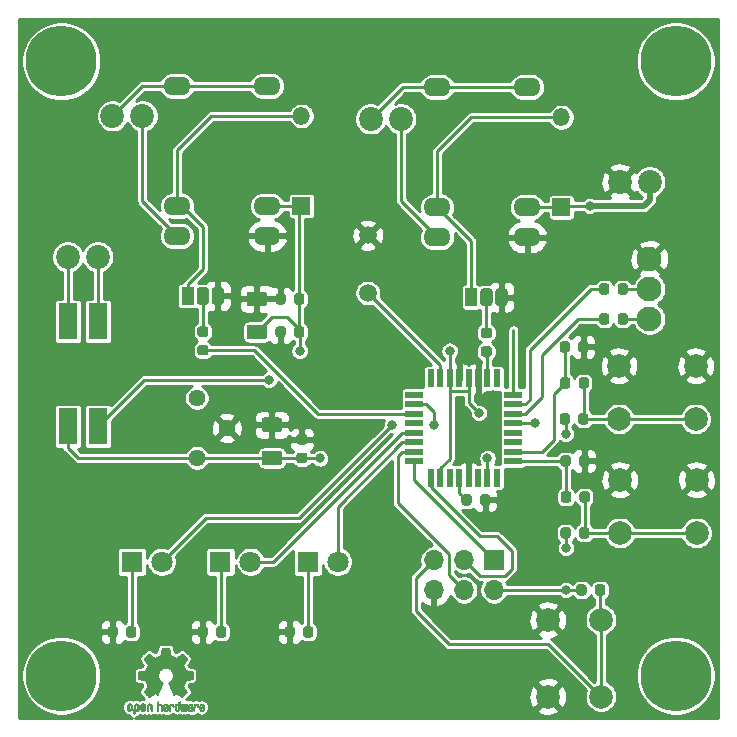
<source format=gbr>
%TF.GenerationSoftware,KiCad,Pcbnew,5.1.6-c6e7f7d~87~ubuntu20.04.1*%
%TF.CreationDate,2021-03-09T18:46:47+01:00*%
%TF.ProjectId,arduBell,61726475-4265-46c6-9c2e-6b696361645f,rev?*%
%TF.SameCoordinates,Original*%
%TF.FileFunction,Copper,L1,Top*%
%TF.FilePolarity,Positive*%
%FSLAX46Y46*%
G04 Gerber Fmt 4.6, Leading zero omitted, Abs format (unit mm)*
G04 Created by KiCad (PCBNEW 5.1.6-c6e7f7d~87~ubuntu20.04.1) date 2021-03-09 18:46:47*
%MOMM*%
%LPD*%
G01*
G04 APERTURE LIST*
%TA.AperFunction,EtchedComponent*%
%ADD10C,0.010000*%
%TD*%
%TA.AperFunction,ComponentPad*%
%ADD11C,0.800000*%
%TD*%
%TA.AperFunction,ComponentPad*%
%ADD12C,6.000000*%
%TD*%
%TA.AperFunction,ComponentPad*%
%ADD13R,1.050000X1.500000*%
%TD*%
%TA.AperFunction,ComponentPad*%
%ADD14O,1.700000X1.700000*%
%TD*%
%TA.AperFunction,ComponentPad*%
%ADD15R,1.700000X1.700000*%
%TD*%
%TA.AperFunction,ComponentPad*%
%ADD16O,2.300000X1.600000*%
%TD*%
%TA.AperFunction,ComponentPad*%
%ADD17C,1.800000*%
%TD*%
%TA.AperFunction,ComponentPad*%
%ADD18R,1.800000X1.800000*%
%TD*%
%TA.AperFunction,ComponentPad*%
%ADD19C,2.020000*%
%TD*%
%TA.AperFunction,SMDPad,CuDef*%
%ADD20R,1.500000X0.550000*%
%TD*%
%TA.AperFunction,SMDPad,CuDef*%
%ADD21R,0.550000X1.500000*%
%TD*%
%TA.AperFunction,ComponentPad*%
%ADD22C,1.440000*%
%TD*%
%TA.AperFunction,ComponentPad*%
%ADD23C,1.500000*%
%TD*%
%TA.AperFunction,SMDPad,CuDef*%
%ADD24R,1.600000X3.100000*%
%TD*%
%TA.AperFunction,ComponentPad*%
%ADD25C,2.000000*%
%TD*%
%TA.AperFunction,ComponentPad*%
%ADD26O,1.500000X1.500000*%
%TD*%
%TA.AperFunction,ComponentPad*%
%ADD27R,1.500000X1.500000*%
%TD*%
%TA.AperFunction,ComponentPad*%
%ADD28C,2.100000*%
%TD*%
%TA.AperFunction,ViaPad*%
%ADD29C,0.800000*%
%TD*%
%TA.AperFunction,Conductor*%
%ADD30C,0.250000*%
%TD*%
%TA.AperFunction,Conductor*%
%ADD31C,0.500000*%
%TD*%
%TA.AperFunction,Conductor*%
%ADD32C,0.254000*%
%TD*%
G04 APERTURE END LIST*
D10*
%TO.C,REF\u002A\u002A*%
G36*
X77243744Y-72355918D02*
G01*
X77299201Y-72383568D01*
X77348148Y-72434480D01*
X77361629Y-72453338D01*
X77376314Y-72478015D01*
X77385842Y-72504816D01*
X77391293Y-72540587D01*
X77393747Y-72592169D01*
X77394286Y-72660267D01*
X77391852Y-72753588D01*
X77383394Y-72823657D01*
X77367174Y-72875931D01*
X77341454Y-72915869D01*
X77304497Y-72948929D01*
X77301782Y-72950886D01*
X77265360Y-72970908D01*
X77221502Y-72980815D01*
X77165724Y-72983257D01*
X77075048Y-72983257D01*
X77075010Y-73071283D01*
X77074166Y-73120308D01*
X77069024Y-73149065D01*
X77055587Y-73166311D01*
X77029858Y-73180808D01*
X77023679Y-73183769D01*
X76994764Y-73197648D01*
X76972376Y-73206414D01*
X76955729Y-73207171D01*
X76944036Y-73197023D01*
X76936510Y-73173073D01*
X76932366Y-73132426D01*
X76930815Y-73072186D01*
X76931071Y-72989455D01*
X76932349Y-72881339D01*
X76932748Y-72849000D01*
X76934185Y-72737524D01*
X76935472Y-72664603D01*
X77074971Y-72664603D01*
X77075755Y-72726499D01*
X77079240Y-72766997D01*
X77087124Y-72793708D01*
X77101105Y-72814244D01*
X77110597Y-72824260D01*
X77149404Y-72853567D01*
X77183763Y-72855952D01*
X77219216Y-72831750D01*
X77220114Y-72830857D01*
X77234539Y-72812153D01*
X77243313Y-72786732D01*
X77247739Y-72747584D01*
X77249118Y-72687697D01*
X77249143Y-72674430D01*
X77245812Y-72591901D01*
X77234969Y-72534691D01*
X77215340Y-72499766D01*
X77185650Y-72484094D01*
X77168491Y-72482514D01*
X77127766Y-72489926D01*
X77099832Y-72514330D01*
X77083017Y-72558980D01*
X77075650Y-72627130D01*
X77074971Y-72664603D01*
X76935472Y-72664603D01*
X76935708Y-72651245D01*
X76937677Y-72586333D01*
X76940450Y-72538958D01*
X76944388Y-72505290D01*
X76949849Y-72481498D01*
X76957192Y-72463753D01*
X76966777Y-72448224D01*
X76970887Y-72442381D01*
X77025405Y-72387185D01*
X77094336Y-72355890D01*
X77174072Y-72347165D01*
X77243744Y-72355918D01*
G37*
X77243744Y-72355918D02*
X77299201Y-72383568D01*
X77348148Y-72434480D01*
X77361629Y-72453338D01*
X77376314Y-72478015D01*
X77385842Y-72504816D01*
X77391293Y-72540587D01*
X77393747Y-72592169D01*
X77394286Y-72660267D01*
X77391852Y-72753588D01*
X77383394Y-72823657D01*
X77367174Y-72875931D01*
X77341454Y-72915869D01*
X77304497Y-72948929D01*
X77301782Y-72950886D01*
X77265360Y-72970908D01*
X77221502Y-72980815D01*
X77165724Y-72983257D01*
X77075048Y-72983257D01*
X77075010Y-73071283D01*
X77074166Y-73120308D01*
X77069024Y-73149065D01*
X77055587Y-73166311D01*
X77029858Y-73180808D01*
X77023679Y-73183769D01*
X76994764Y-73197648D01*
X76972376Y-73206414D01*
X76955729Y-73207171D01*
X76944036Y-73197023D01*
X76936510Y-73173073D01*
X76932366Y-73132426D01*
X76930815Y-73072186D01*
X76931071Y-72989455D01*
X76932349Y-72881339D01*
X76932748Y-72849000D01*
X76934185Y-72737524D01*
X76935472Y-72664603D01*
X77074971Y-72664603D01*
X77075755Y-72726499D01*
X77079240Y-72766997D01*
X77087124Y-72793708D01*
X77101105Y-72814244D01*
X77110597Y-72824260D01*
X77149404Y-72853567D01*
X77183763Y-72855952D01*
X77219216Y-72831750D01*
X77220114Y-72830857D01*
X77234539Y-72812153D01*
X77243313Y-72786732D01*
X77247739Y-72747584D01*
X77249118Y-72687697D01*
X77249143Y-72674430D01*
X77245812Y-72591901D01*
X77234969Y-72534691D01*
X77215340Y-72499766D01*
X77185650Y-72484094D01*
X77168491Y-72482514D01*
X77127766Y-72489926D01*
X77099832Y-72514330D01*
X77083017Y-72558980D01*
X77075650Y-72627130D01*
X77074971Y-72664603D01*
X76935472Y-72664603D01*
X76935708Y-72651245D01*
X76937677Y-72586333D01*
X76940450Y-72538958D01*
X76944388Y-72505290D01*
X76949849Y-72481498D01*
X76957192Y-72463753D01*
X76966777Y-72448224D01*
X76970887Y-72442381D01*
X77025405Y-72387185D01*
X77094336Y-72355890D01*
X77174072Y-72347165D01*
X77243744Y-72355918D01*
G36*
X78360093Y-72363780D02*
G01*
X78406672Y-72390723D01*
X78439057Y-72417466D01*
X78462742Y-72445484D01*
X78479059Y-72479748D01*
X78489339Y-72525227D01*
X78494914Y-72586892D01*
X78497116Y-72669711D01*
X78497371Y-72729246D01*
X78497371Y-72948391D01*
X78435686Y-72976044D01*
X78374000Y-73003697D01*
X78366743Y-72763670D01*
X78363744Y-72674028D01*
X78360598Y-72608962D01*
X78356701Y-72564026D01*
X78351447Y-72534770D01*
X78344231Y-72516748D01*
X78334450Y-72505511D01*
X78331312Y-72503079D01*
X78283761Y-72484083D01*
X78235697Y-72491600D01*
X78207086Y-72511543D01*
X78195447Y-72525675D01*
X78187391Y-72544220D01*
X78182271Y-72572334D01*
X78179441Y-72615173D01*
X78178256Y-72677895D01*
X78178057Y-72743261D01*
X78178018Y-72825268D01*
X78176614Y-72883316D01*
X78171914Y-72922465D01*
X78161987Y-72947780D01*
X78144903Y-72964323D01*
X78118732Y-72977156D01*
X78083775Y-72990491D01*
X78045596Y-73005007D01*
X78050141Y-72747389D01*
X78051971Y-72654519D01*
X78054112Y-72585889D01*
X78057181Y-72536711D01*
X78061794Y-72502198D01*
X78068568Y-72477562D01*
X78078119Y-72458016D01*
X78089634Y-72440770D01*
X78145190Y-72385680D01*
X78212980Y-72353822D01*
X78286713Y-72346191D01*
X78360093Y-72363780D01*
G37*
X78360093Y-72363780D02*
X78406672Y-72390723D01*
X78439057Y-72417466D01*
X78462742Y-72445484D01*
X78479059Y-72479748D01*
X78489339Y-72525227D01*
X78494914Y-72586892D01*
X78497116Y-72669711D01*
X78497371Y-72729246D01*
X78497371Y-72948391D01*
X78435686Y-72976044D01*
X78374000Y-73003697D01*
X78366743Y-72763670D01*
X78363744Y-72674028D01*
X78360598Y-72608962D01*
X78356701Y-72564026D01*
X78351447Y-72534770D01*
X78344231Y-72516748D01*
X78334450Y-72505511D01*
X78331312Y-72503079D01*
X78283761Y-72484083D01*
X78235697Y-72491600D01*
X78207086Y-72511543D01*
X78195447Y-72525675D01*
X78187391Y-72544220D01*
X78182271Y-72572334D01*
X78179441Y-72615173D01*
X78178256Y-72677895D01*
X78178057Y-72743261D01*
X78178018Y-72825268D01*
X78176614Y-72883316D01*
X78171914Y-72922465D01*
X78161987Y-72947780D01*
X78144903Y-72964323D01*
X78118732Y-72977156D01*
X78083775Y-72990491D01*
X78045596Y-73005007D01*
X78050141Y-72747389D01*
X78051971Y-72654519D01*
X78054112Y-72585889D01*
X78057181Y-72536711D01*
X78061794Y-72502198D01*
X78068568Y-72477562D01*
X78078119Y-72458016D01*
X78089634Y-72440770D01*
X78145190Y-72385680D01*
X78212980Y-72353822D01*
X78286713Y-72346191D01*
X78360093Y-72363780D01*
G36*
X76685115Y-72357962D02*
G01*
X76753145Y-72393733D01*
X76803351Y-72451301D01*
X76821185Y-72488312D01*
X76835063Y-72543882D01*
X76842167Y-72614096D01*
X76842840Y-72690727D01*
X76837427Y-72765552D01*
X76826270Y-72830342D01*
X76809714Y-72876873D01*
X76804626Y-72884887D01*
X76744355Y-72944707D01*
X76672769Y-72980535D01*
X76595092Y-72991020D01*
X76516548Y-72974810D01*
X76494689Y-72965092D01*
X76452122Y-72935143D01*
X76414763Y-72895433D01*
X76411232Y-72890397D01*
X76396881Y-72866124D01*
X76387394Y-72840178D01*
X76381790Y-72806022D01*
X76379086Y-72757119D01*
X76378299Y-72686935D01*
X76378286Y-72671200D01*
X76378322Y-72666192D01*
X76523429Y-72666192D01*
X76524273Y-72732430D01*
X76527596Y-72776386D01*
X76534583Y-72804779D01*
X76546416Y-72824325D01*
X76552457Y-72830857D01*
X76587186Y-72855680D01*
X76620903Y-72854548D01*
X76654995Y-72833016D01*
X76675329Y-72810029D01*
X76687371Y-72776478D01*
X76694134Y-72723569D01*
X76694598Y-72717399D01*
X76695752Y-72621513D01*
X76683688Y-72550299D01*
X76658570Y-72504194D01*
X76620560Y-72483635D01*
X76606992Y-72482514D01*
X76571364Y-72488152D01*
X76546994Y-72507686D01*
X76532093Y-72545042D01*
X76524875Y-72604150D01*
X76523429Y-72666192D01*
X76378322Y-72666192D01*
X76378826Y-72596413D01*
X76381096Y-72544159D01*
X76386068Y-72507949D01*
X76394713Y-72481299D01*
X76408005Y-72457722D01*
X76410943Y-72453338D01*
X76460313Y-72394249D01*
X76514109Y-72359947D01*
X76579602Y-72346331D01*
X76601842Y-72345665D01*
X76685115Y-72357962D01*
G37*
X76685115Y-72357962D02*
X76753145Y-72393733D01*
X76803351Y-72451301D01*
X76821185Y-72488312D01*
X76835063Y-72543882D01*
X76842167Y-72614096D01*
X76842840Y-72690727D01*
X76837427Y-72765552D01*
X76826270Y-72830342D01*
X76809714Y-72876873D01*
X76804626Y-72884887D01*
X76744355Y-72944707D01*
X76672769Y-72980535D01*
X76595092Y-72991020D01*
X76516548Y-72974810D01*
X76494689Y-72965092D01*
X76452122Y-72935143D01*
X76414763Y-72895433D01*
X76411232Y-72890397D01*
X76396881Y-72866124D01*
X76387394Y-72840178D01*
X76381790Y-72806022D01*
X76379086Y-72757119D01*
X76378299Y-72686935D01*
X76378286Y-72671200D01*
X76378322Y-72666192D01*
X76523429Y-72666192D01*
X76524273Y-72732430D01*
X76527596Y-72776386D01*
X76534583Y-72804779D01*
X76546416Y-72824325D01*
X76552457Y-72830857D01*
X76587186Y-72855680D01*
X76620903Y-72854548D01*
X76654995Y-72833016D01*
X76675329Y-72810029D01*
X76687371Y-72776478D01*
X76694134Y-72723569D01*
X76694598Y-72717399D01*
X76695752Y-72621513D01*
X76683688Y-72550299D01*
X76658570Y-72504194D01*
X76620560Y-72483635D01*
X76606992Y-72482514D01*
X76571364Y-72488152D01*
X76546994Y-72507686D01*
X76532093Y-72545042D01*
X76524875Y-72604150D01*
X76523429Y-72666192D01*
X76378322Y-72666192D01*
X76378826Y-72596413D01*
X76381096Y-72544159D01*
X76386068Y-72507949D01*
X76394713Y-72481299D01*
X76408005Y-72457722D01*
X76410943Y-72453338D01*
X76460313Y-72394249D01*
X76514109Y-72359947D01*
X76579602Y-72346331D01*
X76601842Y-72345665D01*
X76685115Y-72357962D01*
G36*
X77812303Y-72367239D02*
G01*
X77869527Y-72405735D01*
X77913749Y-72461335D01*
X77940167Y-72532086D01*
X77945510Y-72584162D01*
X77944903Y-72605893D01*
X77939822Y-72622531D01*
X77925855Y-72637437D01*
X77898589Y-72653973D01*
X77853612Y-72675498D01*
X77786511Y-72705374D01*
X77786171Y-72705524D01*
X77724407Y-72733813D01*
X77673759Y-72758933D01*
X77639404Y-72778179D01*
X77626518Y-72788848D01*
X77626514Y-72788934D01*
X77637872Y-72812166D01*
X77664431Y-72837774D01*
X77694923Y-72856221D01*
X77710370Y-72859886D01*
X77752515Y-72847212D01*
X77788808Y-72815471D01*
X77806517Y-72780572D01*
X77823552Y-72754845D01*
X77856922Y-72725546D01*
X77896149Y-72700235D01*
X77930756Y-72686471D01*
X77937993Y-72685714D01*
X77946139Y-72698160D01*
X77946630Y-72729972D01*
X77940643Y-72772866D01*
X77929357Y-72818558D01*
X77913950Y-72858761D01*
X77913171Y-72860322D01*
X77866804Y-72925062D01*
X77806711Y-72969097D01*
X77738465Y-72990711D01*
X77667638Y-72988185D01*
X77599804Y-72959804D01*
X77596788Y-72957808D01*
X77543427Y-72909448D01*
X77508340Y-72846352D01*
X77488922Y-72763387D01*
X77486316Y-72740078D01*
X77481701Y-72630055D01*
X77487233Y-72578748D01*
X77626514Y-72578748D01*
X77628324Y-72610753D01*
X77638222Y-72620093D01*
X77662898Y-72613105D01*
X77701795Y-72596587D01*
X77745275Y-72575881D01*
X77746356Y-72575333D01*
X77783209Y-72555949D01*
X77798000Y-72543013D01*
X77794353Y-72529451D01*
X77778995Y-72511632D01*
X77739923Y-72485845D01*
X77697846Y-72483950D01*
X77660103Y-72502717D01*
X77634034Y-72538915D01*
X77626514Y-72578748D01*
X77487233Y-72578748D01*
X77491194Y-72542027D01*
X77515550Y-72472212D01*
X77549456Y-72423302D01*
X77610653Y-72373878D01*
X77678063Y-72349359D01*
X77746880Y-72347797D01*
X77812303Y-72367239D01*
G37*
X77812303Y-72367239D02*
X77869527Y-72405735D01*
X77913749Y-72461335D01*
X77940167Y-72532086D01*
X77945510Y-72584162D01*
X77944903Y-72605893D01*
X77939822Y-72622531D01*
X77925855Y-72637437D01*
X77898589Y-72653973D01*
X77853612Y-72675498D01*
X77786511Y-72705374D01*
X77786171Y-72705524D01*
X77724407Y-72733813D01*
X77673759Y-72758933D01*
X77639404Y-72778179D01*
X77626518Y-72788848D01*
X77626514Y-72788934D01*
X77637872Y-72812166D01*
X77664431Y-72837774D01*
X77694923Y-72856221D01*
X77710370Y-72859886D01*
X77752515Y-72847212D01*
X77788808Y-72815471D01*
X77806517Y-72780572D01*
X77823552Y-72754845D01*
X77856922Y-72725546D01*
X77896149Y-72700235D01*
X77930756Y-72686471D01*
X77937993Y-72685714D01*
X77946139Y-72698160D01*
X77946630Y-72729972D01*
X77940643Y-72772866D01*
X77929357Y-72818558D01*
X77913950Y-72858761D01*
X77913171Y-72860322D01*
X77866804Y-72925062D01*
X77806711Y-72969097D01*
X77738465Y-72990711D01*
X77667638Y-72988185D01*
X77599804Y-72959804D01*
X77596788Y-72957808D01*
X77543427Y-72909448D01*
X77508340Y-72846352D01*
X77488922Y-72763387D01*
X77486316Y-72740078D01*
X77481701Y-72630055D01*
X77487233Y-72578748D01*
X77626514Y-72578748D01*
X77628324Y-72610753D01*
X77638222Y-72620093D01*
X77662898Y-72613105D01*
X77701795Y-72596587D01*
X77745275Y-72575881D01*
X77746356Y-72575333D01*
X77783209Y-72555949D01*
X77798000Y-72543013D01*
X77794353Y-72529451D01*
X77778995Y-72511632D01*
X77739923Y-72485845D01*
X77697846Y-72483950D01*
X77660103Y-72502717D01*
X77634034Y-72538915D01*
X77626514Y-72578748D01*
X77487233Y-72578748D01*
X77491194Y-72542027D01*
X77515550Y-72472212D01*
X77549456Y-72423302D01*
X77610653Y-72373878D01*
X77678063Y-72349359D01*
X77746880Y-72347797D01*
X77812303Y-72367239D01*
G36*
X79019886Y-72287289D02*
G01*
X79024139Y-72346613D01*
X79029025Y-72381572D01*
X79035795Y-72396820D01*
X79045702Y-72397015D01*
X79048914Y-72395195D01*
X79091644Y-72382015D01*
X79147227Y-72382785D01*
X79203737Y-72396333D01*
X79239082Y-72413861D01*
X79275321Y-72441861D01*
X79301813Y-72473549D01*
X79319999Y-72513813D01*
X79331322Y-72567543D01*
X79337222Y-72639626D01*
X79339143Y-72734951D01*
X79339177Y-72753237D01*
X79339200Y-72958646D01*
X79293491Y-72974580D01*
X79261027Y-72985420D01*
X79243215Y-72990468D01*
X79242691Y-72990514D01*
X79240937Y-72976828D01*
X79239444Y-72939076D01*
X79238326Y-72882224D01*
X79237697Y-72811234D01*
X79237600Y-72768073D01*
X79237398Y-72682973D01*
X79236358Y-72621981D01*
X79233831Y-72580177D01*
X79229164Y-72552642D01*
X79221707Y-72534456D01*
X79210811Y-72520698D01*
X79204007Y-72514073D01*
X79157272Y-72487375D01*
X79106272Y-72485375D01*
X79060001Y-72507955D01*
X79051444Y-72516107D01*
X79038893Y-72531436D01*
X79030188Y-72549618D01*
X79024631Y-72575909D01*
X79021526Y-72615562D01*
X79020176Y-72673832D01*
X79019886Y-72754173D01*
X79019886Y-72958646D01*
X78974177Y-72974580D01*
X78941713Y-72985420D01*
X78923901Y-72990468D01*
X78923377Y-72990514D01*
X78922037Y-72976623D01*
X78920828Y-72937439D01*
X78919801Y-72876700D01*
X78919002Y-72798141D01*
X78918481Y-72705498D01*
X78918286Y-72602509D01*
X78918286Y-72205342D01*
X78965457Y-72185444D01*
X79012629Y-72165547D01*
X79019886Y-72287289D01*
G37*
X79019886Y-72287289D02*
X79024139Y-72346613D01*
X79029025Y-72381572D01*
X79035795Y-72396820D01*
X79045702Y-72397015D01*
X79048914Y-72395195D01*
X79091644Y-72382015D01*
X79147227Y-72382785D01*
X79203737Y-72396333D01*
X79239082Y-72413861D01*
X79275321Y-72441861D01*
X79301813Y-72473549D01*
X79319999Y-72513813D01*
X79331322Y-72567543D01*
X79337222Y-72639626D01*
X79339143Y-72734951D01*
X79339177Y-72753237D01*
X79339200Y-72958646D01*
X79293491Y-72974580D01*
X79261027Y-72985420D01*
X79243215Y-72990468D01*
X79242691Y-72990514D01*
X79240937Y-72976828D01*
X79239444Y-72939076D01*
X79238326Y-72882224D01*
X79237697Y-72811234D01*
X79237600Y-72768073D01*
X79237398Y-72682973D01*
X79236358Y-72621981D01*
X79233831Y-72580177D01*
X79229164Y-72552642D01*
X79221707Y-72534456D01*
X79210811Y-72520698D01*
X79204007Y-72514073D01*
X79157272Y-72487375D01*
X79106272Y-72485375D01*
X79060001Y-72507955D01*
X79051444Y-72516107D01*
X79038893Y-72531436D01*
X79030188Y-72549618D01*
X79024631Y-72575909D01*
X79021526Y-72615562D01*
X79020176Y-72673832D01*
X79019886Y-72754173D01*
X79019886Y-72958646D01*
X78974177Y-72974580D01*
X78941713Y-72985420D01*
X78923901Y-72990468D01*
X78923377Y-72990514D01*
X78922037Y-72976623D01*
X78920828Y-72937439D01*
X78919801Y-72876700D01*
X78919002Y-72798141D01*
X78918481Y-72705498D01*
X78918286Y-72602509D01*
X78918286Y-72205342D01*
X78965457Y-72185444D01*
X79012629Y-72165547D01*
X79019886Y-72287289D01*
G36*
X79683744Y-72386968D02*
G01*
X79740616Y-72408087D01*
X79741267Y-72408493D01*
X79776440Y-72434380D01*
X79802407Y-72464633D01*
X79820670Y-72504058D01*
X79832732Y-72557462D01*
X79840096Y-72629651D01*
X79844264Y-72725432D01*
X79844629Y-72739078D01*
X79849876Y-72944842D01*
X79805716Y-72967678D01*
X79773763Y-72983110D01*
X79754470Y-72990423D01*
X79753578Y-72990514D01*
X79750239Y-72977022D01*
X79747587Y-72940626D01*
X79745956Y-72887452D01*
X79745600Y-72844393D01*
X79745592Y-72774641D01*
X79742403Y-72730837D01*
X79731288Y-72709944D01*
X79707501Y-72708925D01*
X79666296Y-72724741D01*
X79604086Y-72753815D01*
X79558341Y-72777963D01*
X79534813Y-72798913D01*
X79527896Y-72821747D01*
X79527886Y-72822877D01*
X79539299Y-72862212D01*
X79573092Y-72883462D01*
X79624809Y-72886539D01*
X79662061Y-72886006D01*
X79681703Y-72896735D01*
X79693952Y-72922505D01*
X79701002Y-72955337D01*
X79690842Y-72973966D01*
X79687017Y-72976632D01*
X79651001Y-72987340D01*
X79600566Y-72988856D01*
X79548626Y-72981759D01*
X79511822Y-72968788D01*
X79460938Y-72925585D01*
X79432014Y-72865446D01*
X79426286Y-72818462D01*
X79430657Y-72776082D01*
X79446475Y-72741488D01*
X79477797Y-72710763D01*
X79528678Y-72679990D01*
X79603176Y-72645252D01*
X79607714Y-72643288D01*
X79674821Y-72612287D01*
X79716232Y-72586862D01*
X79733981Y-72564014D01*
X79730107Y-72540745D01*
X79706643Y-72514056D01*
X79699627Y-72507914D01*
X79652630Y-72484100D01*
X79603933Y-72485103D01*
X79561522Y-72508451D01*
X79533384Y-72551675D01*
X79530769Y-72560160D01*
X79505308Y-72601308D01*
X79473001Y-72621128D01*
X79426286Y-72640770D01*
X79426286Y-72589950D01*
X79440496Y-72516082D01*
X79482675Y-72448327D01*
X79504624Y-72425661D01*
X79554517Y-72396569D01*
X79617967Y-72383400D01*
X79683744Y-72386968D01*
G37*
X79683744Y-72386968D02*
X79740616Y-72408087D01*
X79741267Y-72408493D01*
X79776440Y-72434380D01*
X79802407Y-72464633D01*
X79820670Y-72504058D01*
X79832732Y-72557462D01*
X79840096Y-72629651D01*
X79844264Y-72725432D01*
X79844629Y-72739078D01*
X79849876Y-72944842D01*
X79805716Y-72967678D01*
X79773763Y-72983110D01*
X79754470Y-72990423D01*
X79753578Y-72990514D01*
X79750239Y-72977022D01*
X79747587Y-72940626D01*
X79745956Y-72887452D01*
X79745600Y-72844393D01*
X79745592Y-72774641D01*
X79742403Y-72730837D01*
X79731288Y-72709944D01*
X79707501Y-72708925D01*
X79666296Y-72724741D01*
X79604086Y-72753815D01*
X79558341Y-72777963D01*
X79534813Y-72798913D01*
X79527896Y-72821747D01*
X79527886Y-72822877D01*
X79539299Y-72862212D01*
X79573092Y-72883462D01*
X79624809Y-72886539D01*
X79662061Y-72886006D01*
X79681703Y-72896735D01*
X79693952Y-72922505D01*
X79701002Y-72955337D01*
X79690842Y-72973966D01*
X79687017Y-72976632D01*
X79651001Y-72987340D01*
X79600566Y-72988856D01*
X79548626Y-72981759D01*
X79511822Y-72968788D01*
X79460938Y-72925585D01*
X79432014Y-72865446D01*
X79426286Y-72818462D01*
X79430657Y-72776082D01*
X79446475Y-72741488D01*
X79477797Y-72710763D01*
X79528678Y-72679990D01*
X79603176Y-72645252D01*
X79607714Y-72643288D01*
X79674821Y-72612287D01*
X79716232Y-72586862D01*
X79733981Y-72564014D01*
X79730107Y-72540745D01*
X79706643Y-72514056D01*
X79699627Y-72507914D01*
X79652630Y-72484100D01*
X79603933Y-72485103D01*
X79561522Y-72508451D01*
X79533384Y-72551675D01*
X79530769Y-72560160D01*
X79505308Y-72601308D01*
X79473001Y-72621128D01*
X79426286Y-72640770D01*
X79426286Y-72589950D01*
X79440496Y-72516082D01*
X79482675Y-72448327D01*
X79504624Y-72425661D01*
X79554517Y-72396569D01*
X79617967Y-72383400D01*
X79683744Y-72386968D01*
G36*
X80173926Y-72385755D02*
G01*
X80239858Y-72410084D01*
X80293273Y-72453117D01*
X80314164Y-72483409D01*
X80336939Y-72538994D01*
X80336466Y-72579186D01*
X80312562Y-72606217D01*
X80303717Y-72610813D01*
X80265530Y-72625144D01*
X80246028Y-72621472D01*
X80239422Y-72597407D01*
X80239086Y-72584114D01*
X80226992Y-72535210D01*
X80195471Y-72500999D01*
X80151659Y-72484476D01*
X80102695Y-72488634D01*
X80062894Y-72510227D01*
X80049450Y-72522544D01*
X80039921Y-72537487D01*
X80033485Y-72560075D01*
X80029317Y-72595328D01*
X80026597Y-72648266D01*
X80024502Y-72723907D01*
X80023960Y-72747857D01*
X80021981Y-72829790D01*
X80019731Y-72887455D01*
X80016357Y-72925608D01*
X80011006Y-72949004D01*
X80002824Y-72962398D01*
X79990959Y-72970545D01*
X79983362Y-72974144D01*
X79951102Y-72986452D01*
X79932111Y-72990514D01*
X79925836Y-72976948D01*
X79922006Y-72935934D01*
X79920600Y-72866999D01*
X79921598Y-72769669D01*
X79921908Y-72754657D01*
X79924101Y-72665859D01*
X79926693Y-72601019D01*
X79930382Y-72555067D01*
X79935864Y-72522935D01*
X79943835Y-72499553D01*
X79954993Y-72479852D01*
X79960830Y-72471410D01*
X79994296Y-72434057D01*
X80031727Y-72405003D01*
X80036309Y-72402467D01*
X80103426Y-72382443D01*
X80173926Y-72385755D01*
G37*
X80173926Y-72385755D02*
X80239858Y-72410084D01*
X80293273Y-72453117D01*
X80314164Y-72483409D01*
X80336939Y-72538994D01*
X80336466Y-72579186D01*
X80312562Y-72606217D01*
X80303717Y-72610813D01*
X80265530Y-72625144D01*
X80246028Y-72621472D01*
X80239422Y-72597407D01*
X80239086Y-72584114D01*
X80226992Y-72535210D01*
X80195471Y-72500999D01*
X80151659Y-72484476D01*
X80102695Y-72488634D01*
X80062894Y-72510227D01*
X80049450Y-72522544D01*
X80039921Y-72537487D01*
X80033485Y-72560075D01*
X80029317Y-72595328D01*
X80026597Y-72648266D01*
X80024502Y-72723907D01*
X80023960Y-72747857D01*
X80021981Y-72829790D01*
X80019731Y-72887455D01*
X80016357Y-72925608D01*
X80011006Y-72949004D01*
X80002824Y-72962398D01*
X79990959Y-72970545D01*
X79983362Y-72974144D01*
X79951102Y-72986452D01*
X79932111Y-72990514D01*
X79925836Y-72976948D01*
X79922006Y-72935934D01*
X79920600Y-72866999D01*
X79921598Y-72769669D01*
X79921908Y-72754657D01*
X79924101Y-72665859D01*
X79926693Y-72601019D01*
X79930382Y-72555067D01*
X79935864Y-72522935D01*
X79943835Y-72499553D01*
X79954993Y-72479852D01*
X79960830Y-72471410D01*
X79994296Y-72434057D01*
X80031727Y-72405003D01*
X80036309Y-72402467D01*
X80103426Y-72382443D01*
X80173926Y-72385755D01*
G36*
X80834117Y-72501358D02*
G01*
X80833933Y-72609837D01*
X80833219Y-72693287D01*
X80831675Y-72755704D01*
X80829001Y-72801085D01*
X80824894Y-72833429D01*
X80819055Y-72856733D01*
X80811182Y-72874995D01*
X80805221Y-72885418D01*
X80755855Y-72941945D01*
X80693264Y-72977377D01*
X80624013Y-72990090D01*
X80554668Y-72978463D01*
X80513375Y-72957568D01*
X80470025Y-72921422D01*
X80440481Y-72877276D01*
X80422655Y-72819462D01*
X80414463Y-72742313D01*
X80413302Y-72685714D01*
X80413458Y-72681647D01*
X80514857Y-72681647D01*
X80515476Y-72746550D01*
X80518314Y-72789514D01*
X80524840Y-72817622D01*
X80536523Y-72837953D01*
X80550483Y-72853288D01*
X80597365Y-72882890D01*
X80647701Y-72885419D01*
X80695276Y-72860705D01*
X80698979Y-72857356D01*
X80714783Y-72839935D01*
X80724693Y-72819209D01*
X80730058Y-72788362D01*
X80732228Y-72740577D01*
X80732571Y-72687748D01*
X80731827Y-72621381D01*
X80728748Y-72577106D01*
X80722061Y-72548009D01*
X80710496Y-72527173D01*
X80701013Y-72516107D01*
X80656960Y-72488198D01*
X80606224Y-72484843D01*
X80557796Y-72506159D01*
X80548450Y-72514073D01*
X80532540Y-72531647D01*
X80522610Y-72552587D01*
X80517278Y-72583782D01*
X80515163Y-72632122D01*
X80514857Y-72681647D01*
X80413458Y-72681647D01*
X80416810Y-72594568D01*
X80428726Y-72526086D01*
X80451135Y-72474600D01*
X80486124Y-72434443D01*
X80513375Y-72413861D01*
X80562907Y-72391625D01*
X80620316Y-72381304D01*
X80673682Y-72384067D01*
X80703543Y-72395212D01*
X80715261Y-72398383D01*
X80723037Y-72386557D01*
X80728465Y-72354866D01*
X80732571Y-72306593D01*
X80737067Y-72252829D01*
X80743313Y-72220482D01*
X80754676Y-72201985D01*
X80774528Y-72189770D01*
X80787000Y-72184362D01*
X80834171Y-72164601D01*
X80834117Y-72501358D01*
G37*
X80834117Y-72501358D02*
X80833933Y-72609837D01*
X80833219Y-72693287D01*
X80831675Y-72755704D01*
X80829001Y-72801085D01*
X80824894Y-72833429D01*
X80819055Y-72856733D01*
X80811182Y-72874995D01*
X80805221Y-72885418D01*
X80755855Y-72941945D01*
X80693264Y-72977377D01*
X80624013Y-72990090D01*
X80554668Y-72978463D01*
X80513375Y-72957568D01*
X80470025Y-72921422D01*
X80440481Y-72877276D01*
X80422655Y-72819462D01*
X80414463Y-72742313D01*
X80413302Y-72685714D01*
X80413458Y-72681647D01*
X80514857Y-72681647D01*
X80515476Y-72746550D01*
X80518314Y-72789514D01*
X80524840Y-72817622D01*
X80536523Y-72837953D01*
X80550483Y-72853288D01*
X80597365Y-72882890D01*
X80647701Y-72885419D01*
X80695276Y-72860705D01*
X80698979Y-72857356D01*
X80714783Y-72839935D01*
X80724693Y-72819209D01*
X80730058Y-72788362D01*
X80732228Y-72740577D01*
X80732571Y-72687748D01*
X80731827Y-72621381D01*
X80728748Y-72577106D01*
X80722061Y-72548009D01*
X80710496Y-72527173D01*
X80701013Y-72516107D01*
X80656960Y-72488198D01*
X80606224Y-72484843D01*
X80557796Y-72506159D01*
X80548450Y-72514073D01*
X80532540Y-72531647D01*
X80522610Y-72552587D01*
X80517278Y-72583782D01*
X80515163Y-72632122D01*
X80514857Y-72681647D01*
X80413458Y-72681647D01*
X80416810Y-72594568D01*
X80428726Y-72526086D01*
X80451135Y-72474600D01*
X80486124Y-72434443D01*
X80513375Y-72413861D01*
X80562907Y-72391625D01*
X80620316Y-72381304D01*
X80673682Y-72384067D01*
X80703543Y-72395212D01*
X80715261Y-72398383D01*
X80723037Y-72386557D01*
X80728465Y-72354866D01*
X80732571Y-72306593D01*
X80737067Y-72252829D01*
X80743313Y-72220482D01*
X80754676Y-72201985D01*
X80774528Y-72189770D01*
X80787000Y-72184362D01*
X80834171Y-72164601D01*
X80834117Y-72501358D01*
G36*
X81423833Y-72394663D02*
G01*
X81426048Y-72432850D01*
X81427784Y-72490886D01*
X81428899Y-72564180D01*
X81429257Y-72641055D01*
X81429257Y-72901196D01*
X81383326Y-72947127D01*
X81351675Y-72975429D01*
X81323890Y-72986893D01*
X81285915Y-72986168D01*
X81270840Y-72984321D01*
X81223726Y-72978948D01*
X81184756Y-72975869D01*
X81175257Y-72975585D01*
X81143233Y-72977445D01*
X81097432Y-72982114D01*
X81079674Y-72984321D01*
X81036057Y-72987735D01*
X81006745Y-72980320D01*
X80977680Y-72957427D01*
X80967188Y-72947127D01*
X80921257Y-72901196D01*
X80921257Y-72414602D01*
X80958226Y-72397758D01*
X80990059Y-72385282D01*
X81008683Y-72380914D01*
X81013458Y-72394718D01*
X81017921Y-72433286D01*
X81021775Y-72492356D01*
X81024722Y-72567663D01*
X81026143Y-72631286D01*
X81030114Y-72881657D01*
X81064759Y-72886556D01*
X81096268Y-72883131D01*
X81111708Y-72872041D01*
X81116023Y-72851308D01*
X81119708Y-72807145D01*
X81122469Y-72745146D01*
X81124012Y-72670909D01*
X81124235Y-72632706D01*
X81124457Y-72412783D01*
X81170166Y-72396849D01*
X81202518Y-72386015D01*
X81220115Y-72380962D01*
X81220623Y-72380914D01*
X81222388Y-72394648D01*
X81224329Y-72432730D01*
X81226282Y-72490482D01*
X81228084Y-72563227D01*
X81229343Y-72631286D01*
X81233314Y-72881657D01*
X81320400Y-72881657D01*
X81324396Y-72653240D01*
X81328392Y-72424822D01*
X81370847Y-72402868D01*
X81402192Y-72387793D01*
X81420744Y-72380951D01*
X81421279Y-72380914D01*
X81423833Y-72394663D01*
G37*
X81423833Y-72394663D02*
X81426048Y-72432850D01*
X81427784Y-72490886D01*
X81428899Y-72564180D01*
X81429257Y-72641055D01*
X81429257Y-72901196D01*
X81383326Y-72947127D01*
X81351675Y-72975429D01*
X81323890Y-72986893D01*
X81285915Y-72986168D01*
X81270840Y-72984321D01*
X81223726Y-72978948D01*
X81184756Y-72975869D01*
X81175257Y-72975585D01*
X81143233Y-72977445D01*
X81097432Y-72982114D01*
X81079674Y-72984321D01*
X81036057Y-72987735D01*
X81006745Y-72980320D01*
X80977680Y-72957427D01*
X80967188Y-72947127D01*
X80921257Y-72901196D01*
X80921257Y-72414602D01*
X80958226Y-72397758D01*
X80990059Y-72385282D01*
X81008683Y-72380914D01*
X81013458Y-72394718D01*
X81017921Y-72433286D01*
X81021775Y-72492356D01*
X81024722Y-72567663D01*
X81026143Y-72631286D01*
X81030114Y-72881657D01*
X81064759Y-72886556D01*
X81096268Y-72883131D01*
X81111708Y-72872041D01*
X81116023Y-72851308D01*
X81119708Y-72807145D01*
X81122469Y-72745146D01*
X81124012Y-72670909D01*
X81124235Y-72632706D01*
X81124457Y-72412783D01*
X81170166Y-72396849D01*
X81202518Y-72386015D01*
X81220115Y-72380962D01*
X81220623Y-72380914D01*
X81222388Y-72394648D01*
X81224329Y-72432730D01*
X81226282Y-72490482D01*
X81228084Y-72563227D01*
X81229343Y-72631286D01*
X81233314Y-72881657D01*
X81320400Y-72881657D01*
X81324396Y-72653240D01*
X81328392Y-72424822D01*
X81370847Y-72402868D01*
X81402192Y-72387793D01*
X81420744Y-72380951D01*
X81421279Y-72380914D01*
X81423833Y-72394663D01*
G36*
X81788876Y-72392335D02*
G01*
X81830667Y-72411344D01*
X81863469Y-72434378D01*
X81887503Y-72460133D01*
X81904097Y-72493358D01*
X81914577Y-72538800D01*
X81920271Y-72601207D01*
X81922507Y-72685327D01*
X81922743Y-72740721D01*
X81922743Y-72956826D01*
X81885774Y-72973670D01*
X81856656Y-72985981D01*
X81842231Y-72990514D01*
X81839472Y-72977025D01*
X81837282Y-72940653D01*
X81835942Y-72887542D01*
X81835657Y-72845372D01*
X81834434Y-72784447D01*
X81831136Y-72736115D01*
X81826321Y-72706518D01*
X81822496Y-72700229D01*
X81796783Y-72706652D01*
X81756418Y-72723125D01*
X81709679Y-72745458D01*
X81664845Y-72769457D01*
X81630193Y-72790930D01*
X81614002Y-72805685D01*
X81613938Y-72805845D01*
X81615330Y-72833152D01*
X81627818Y-72859219D01*
X81649743Y-72880392D01*
X81681743Y-72887474D01*
X81709092Y-72886649D01*
X81747826Y-72886042D01*
X81768158Y-72895116D01*
X81780369Y-72919092D01*
X81781909Y-72923613D01*
X81787203Y-72957806D01*
X81773047Y-72978568D01*
X81736148Y-72988462D01*
X81696289Y-72990292D01*
X81624562Y-72976727D01*
X81587432Y-72957355D01*
X81541576Y-72911845D01*
X81517256Y-72855983D01*
X81515073Y-72796957D01*
X81535629Y-72741953D01*
X81566549Y-72707486D01*
X81597420Y-72688189D01*
X81645942Y-72663759D01*
X81702485Y-72638985D01*
X81711910Y-72635199D01*
X81774019Y-72607791D01*
X81809822Y-72583634D01*
X81821337Y-72559619D01*
X81810580Y-72532635D01*
X81792114Y-72511543D01*
X81748469Y-72485572D01*
X81700446Y-72483624D01*
X81656406Y-72503637D01*
X81624709Y-72543551D01*
X81620549Y-72553848D01*
X81596327Y-72591724D01*
X81560965Y-72619842D01*
X81516343Y-72642917D01*
X81516343Y-72577485D01*
X81518969Y-72537506D01*
X81530230Y-72505997D01*
X81555199Y-72472378D01*
X81579169Y-72446484D01*
X81616441Y-72409817D01*
X81645401Y-72390121D01*
X81676505Y-72382220D01*
X81711713Y-72380914D01*
X81788876Y-72392335D01*
G37*
X81788876Y-72392335D02*
X81830667Y-72411344D01*
X81863469Y-72434378D01*
X81887503Y-72460133D01*
X81904097Y-72493358D01*
X81914577Y-72538800D01*
X81920271Y-72601207D01*
X81922507Y-72685327D01*
X81922743Y-72740721D01*
X81922743Y-72956826D01*
X81885774Y-72973670D01*
X81856656Y-72985981D01*
X81842231Y-72990514D01*
X81839472Y-72977025D01*
X81837282Y-72940653D01*
X81835942Y-72887542D01*
X81835657Y-72845372D01*
X81834434Y-72784447D01*
X81831136Y-72736115D01*
X81826321Y-72706518D01*
X81822496Y-72700229D01*
X81796783Y-72706652D01*
X81756418Y-72723125D01*
X81709679Y-72745458D01*
X81664845Y-72769457D01*
X81630193Y-72790930D01*
X81614002Y-72805685D01*
X81613938Y-72805845D01*
X81615330Y-72833152D01*
X81627818Y-72859219D01*
X81649743Y-72880392D01*
X81681743Y-72887474D01*
X81709092Y-72886649D01*
X81747826Y-72886042D01*
X81768158Y-72895116D01*
X81780369Y-72919092D01*
X81781909Y-72923613D01*
X81787203Y-72957806D01*
X81773047Y-72978568D01*
X81736148Y-72988462D01*
X81696289Y-72990292D01*
X81624562Y-72976727D01*
X81587432Y-72957355D01*
X81541576Y-72911845D01*
X81517256Y-72855983D01*
X81515073Y-72796957D01*
X81535629Y-72741953D01*
X81566549Y-72707486D01*
X81597420Y-72688189D01*
X81645942Y-72663759D01*
X81702485Y-72638985D01*
X81711910Y-72635199D01*
X81774019Y-72607791D01*
X81809822Y-72583634D01*
X81821337Y-72559619D01*
X81810580Y-72532635D01*
X81792114Y-72511543D01*
X81748469Y-72485572D01*
X81700446Y-72483624D01*
X81656406Y-72503637D01*
X81624709Y-72543551D01*
X81620549Y-72553848D01*
X81596327Y-72591724D01*
X81560965Y-72619842D01*
X81516343Y-72642917D01*
X81516343Y-72577485D01*
X81518969Y-72537506D01*
X81530230Y-72505997D01*
X81555199Y-72472378D01*
X81579169Y-72446484D01*
X81616441Y-72409817D01*
X81645401Y-72390121D01*
X81676505Y-72382220D01*
X81711713Y-72380914D01*
X81788876Y-72392335D01*
G36*
X82296600Y-72394752D02*
G01*
X82313948Y-72402334D01*
X82355356Y-72435128D01*
X82390765Y-72482547D01*
X82412664Y-72533151D01*
X82416229Y-72558098D01*
X82404279Y-72592927D01*
X82378067Y-72611357D01*
X82349964Y-72622516D01*
X82337095Y-72624572D01*
X82330829Y-72609649D01*
X82318456Y-72577175D01*
X82313028Y-72562502D01*
X82282590Y-72511744D01*
X82238520Y-72486427D01*
X82182010Y-72487206D01*
X82177825Y-72488203D01*
X82147655Y-72502507D01*
X82125476Y-72530393D01*
X82110327Y-72575287D01*
X82101250Y-72640615D01*
X82097286Y-72729804D01*
X82096914Y-72777261D01*
X82096730Y-72852071D01*
X82095522Y-72903069D01*
X82092309Y-72935471D01*
X82086109Y-72954495D01*
X82075940Y-72965356D01*
X82060819Y-72973272D01*
X82059946Y-72973670D01*
X82030828Y-72985981D01*
X82016403Y-72990514D01*
X82014186Y-72976809D01*
X82012289Y-72938925D01*
X82010847Y-72881715D01*
X82009998Y-72810027D01*
X82009829Y-72757565D01*
X82010692Y-72656047D01*
X82014070Y-72579032D01*
X82021142Y-72522023D01*
X82033088Y-72480526D01*
X82051090Y-72450043D01*
X82076327Y-72426080D01*
X82101247Y-72409355D01*
X82161171Y-72387097D01*
X82230911Y-72382076D01*
X82296600Y-72394752D01*
G37*
X82296600Y-72394752D02*
X82313948Y-72402334D01*
X82355356Y-72435128D01*
X82390765Y-72482547D01*
X82412664Y-72533151D01*
X82416229Y-72558098D01*
X82404279Y-72592927D01*
X82378067Y-72611357D01*
X82349964Y-72622516D01*
X82337095Y-72624572D01*
X82330829Y-72609649D01*
X82318456Y-72577175D01*
X82313028Y-72562502D01*
X82282590Y-72511744D01*
X82238520Y-72486427D01*
X82182010Y-72487206D01*
X82177825Y-72488203D01*
X82147655Y-72502507D01*
X82125476Y-72530393D01*
X82110327Y-72575287D01*
X82101250Y-72640615D01*
X82097286Y-72729804D01*
X82096914Y-72777261D01*
X82096730Y-72852071D01*
X82095522Y-72903069D01*
X82092309Y-72935471D01*
X82086109Y-72954495D01*
X82075940Y-72965356D01*
X82060819Y-72973272D01*
X82059946Y-72973670D01*
X82030828Y-72985981D01*
X82016403Y-72990514D01*
X82014186Y-72976809D01*
X82012289Y-72938925D01*
X82010847Y-72881715D01*
X82009998Y-72810027D01*
X82009829Y-72757565D01*
X82010692Y-72656047D01*
X82014070Y-72579032D01*
X82021142Y-72522023D01*
X82033088Y-72480526D01*
X82051090Y-72450043D01*
X82076327Y-72426080D01*
X82101247Y-72409355D01*
X82161171Y-72387097D01*
X82230911Y-72382076D01*
X82296600Y-72394752D01*
G36*
X82797595Y-72402966D02*
G01*
X82855021Y-72440497D01*
X82882719Y-72474096D01*
X82904662Y-72535064D01*
X82906405Y-72583308D01*
X82902457Y-72647816D01*
X82753686Y-72712934D01*
X82681349Y-72746202D01*
X82634084Y-72772964D01*
X82609507Y-72796144D01*
X82605237Y-72818667D01*
X82618889Y-72843455D01*
X82633943Y-72859886D01*
X82677746Y-72886235D01*
X82725389Y-72888081D01*
X82769145Y-72867546D01*
X82801289Y-72826752D01*
X82807038Y-72812347D01*
X82834576Y-72767356D01*
X82866258Y-72748182D01*
X82909714Y-72731779D01*
X82909714Y-72793966D01*
X82905872Y-72836283D01*
X82890823Y-72871969D01*
X82859280Y-72912943D01*
X82854592Y-72918267D01*
X82819506Y-72954720D01*
X82789347Y-72974283D01*
X82751615Y-72983283D01*
X82720335Y-72986230D01*
X82664385Y-72986965D01*
X82624555Y-72977660D01*
X82599708Y-72963846D01*
X82560656Y-72933467D01*
X82533625Y-72900613D01*
X82516517Y-72859294D01*
X82507238Y-72803521D01*
X82503693Y-72727305D01*
X82503410Y-72688622D01*
X82504372Y-72642247D01*
X82592007Y-72642247D01*
X82593023Y-72667126D01*
X82595556Y-72671200D01*
X82612274Y-72665665D01*
X82648249Y-72651017D01*
X82696331Y-72630190D01*
X82706386Y-72625714D01*
X82767152Y-72594814D01*
X82800632Y-72567657D01*
X82807990Y-72542220D01*
X82790391Y-72516481D01*
X82775856Y-72505109D01*
X82723410Y-72482364D01*
X82674322Y-72486122D01*
X82633227Y-72513884D01*
X82604758Y-72563152D01*
X82595631Y-72602257D01*
X82592007Y-72642247D01*
X82504372Y-72642247D01*
X82505285Y-72598249D01*
X82512196Y-72531384D01*
X82525884Y-72482695D01*
X82548096Y-72446849D01*
X82580574Y-72418513D01*
X82594733Y-72409355D01*
X82659053Y-72385507D01*
X82729473Y-72384006D01*
X82797595Y-72402966D01*
G37*
X82797595Y-72402966D02*
X82855021Y-72440497D01*
X82882719Y-72474096D01*
X82904662Y-72535064D01*
X82906405Y-72583308D01*
X82902457Y-72647816D01*
X82753686Y-72712934D01*
X82681349Y-72746202D01*
X82634084Y-72772964D01*
X82609507Y-72796144D01*
X82605237Y-72818667D01*
X82618889Y-72843455D01*
X82633943Y-72859886D01*
X82677746Y-72886235D01*
X82725389Y-72888081D01*
X82769145Y-72867546D01*
X82801289Y-72826752D01*
X82807038Y-72812347D01*
X82834576Y-72767356D01*
X82866258Y-72748182D01*
X82909714Y-72731779D01*
X82909714Y-72793966D01*
X82905872Y-72836283D01*
X82890823Y-72871969D01*
X82859280Y-72912943D01*
X82854592Y-72918267D01*
X82819506Y-72954720D01*
X82789347Y-72974283D01*
X82751615Y-72983283D01*
X82720335Y-72986230D01*
X82664385Y-72986965D01*
X82624555Y-72977660D01*
X82599708Y-72963846D01*
X82560656Y-72933467D01*
X82533625Y-72900613D01*
X82516517Y-72859294D01*
X82507238Y-72803521D01*
X82503693Y-72727305D01*
X82503410Y-72688622D01*
X82504372Y-72642247D01*
X82592007Y-72642247D01*
X82593023Y-72667126D01*
X82595556Y-72671200D01*
X82612274Y-72665665D01*
X82648249Y-72651017D01*
X82696331Y-72630190D01*
X82706386Y-72625714D01*
X82767152Y-72594814D01*
X82800632Y-72567657D01*
X82807990Y-72542220D01*
X82790391Y-72516481D01*
X82775856Y-72505109D01*
X82723410Y-72482364D01*
X82674322Y-72486122D01*
X82633227Y-72513884D01*
X82604758Y-72563152D01*
X82595631Y-72602257D01*
X82592007Y-72642247D01*
X82504372Y-72642247D01*
X82505285Y-72598249D01*
X82512196Y-72531384D01*
X82525884Y-72482695D01*
X82548096Y-72446849D01*
X82580574Y-72418513D01*
X82594733Y-72409355D01*
X82659053Y-72385507D01*
X82729473Y-72384006D01*
X82797595Y-72402966D01*
G36*
X79747910Y-67678348D02*
G01*
X79826454Y-67678778D01*
X79883298Y-67679942D01*
X79922105Y-67682207D01*
X79946538Y-67685940D01*
X79960262Y-67691506D01*
X79966940Y-67699273D01*
X79970236Y-67709605D01*
X79970556Y-67710943D01*
X79975562Y-67735079D01*
X79984829Y-67782701D01*
X79997392Y-67848741D01*
X80012287Y-67928128D01*
X80028551Y-68015796D01*
X80029119Y-68018875D01*
X80045410Y-68104789D01*
X80060652Y-68180696D01*
X80073861Y-68242045D01*
X80084054Y-68284282D01*
X80090248Y-68302855D01*
X80090543Y-68303184D01*
X80108788Y-68312253D01*
X80146405Y-68327367D01*
X80195271Y-68345262D01*
X80195543Y-68345358D01*
X80257093Y-68368493D01*
X80329657Y-68397965D01*
X80398057Y-68427597D01*
X80401294Y-68429062D01*
X80512702Y-68479626D01*
X80759399Y-68311160D01*
X80835077Y-68259803D01*
X80903631Y-68213889D01*
X80961088Y-68176030D01*
X81003476Y-68148837D01*
X81026825Y-68134921D01*
X81029042Y-68133889D01*
X81046010Y-68138484D01*
X81077701Y-68160655D01*
X81125352Y-68201447D01*
X81190198Y-68261905D01*
X81256397Y-68326227D01*
X81320214Y-68389612D01*
X81377329Y-68447451D01*
X81424305Y-68496175D01*
X81457703Y-68532210D01*
X81474085Y-68551984D01*
X81474694Y-68553002D01*
X81476505Y-68566572D01*
X81469683Y-68588733D01*
X81452540Y-68622478D01*
X81423393Y-68670800D01*
X81380555Y-68736692D01*
X81323448Y-68821517D01*
X81272766Y-68896177D01*
X81227461Y-68963140D01*
X81190150Y-69018516D01*
X81163452Y-69058420D01*
X81149985Y-69078962D01*
X81149137Y-69080356D01*
X81150781Y-69100038D01*
X81163245Y-69138293D01*
X81184048Y-69187889D01*
X81191462Y-69203728D01*
X81223814Y-69274290D01*
X81258328Y-69354353D01*
X81286365Y-69423629D01*
X81306568Y-69475045D01*
X81322615Y-69514119D01*
X81331888Y-69534541D01*
X81333041Y-69536114D01*
X81350096Y-69538721D01*
X81390298Y-69545863D01*
X81448302Y-69556523D01*
X81518763Y-69569685D01*
X81596335Y-69584333D01*
X81675672Y-69599449D01*
X81751431Y-69614018D01*
X81818264Y-69627022D01*
X81870828Y-69637445D01*
X81903776Y-69644270D01*
X81911857Y-69646199D01*
X81920205Y-69650962D01*
X81926506Y-69661718D01*
X81931045Y-69682098D01*
X81934104Y-69715734D01*
X81935967Y-69766255D01*
X81936918Y-69837292D01*
X81937240Y-69932476D01*
X81937257Y-69971492D01*
X81937257Y-70288799D01*
X81861057Y-70303839D01*
X81818663Y-70311995D01*
X81755400Y-70323899D01*
X81678962Y-70338116D01*
X81597043Y-70353210D01*
X81574400Y-70357355D01*
X81498806Y-70372053D01*
X81432953Y-70386505D01*
X81382366Y-70399375D01*
X81352574Y-70409322D01*
X81347612Y-70412287D01*
X81335426Y-70433283D01*
X81317953Y-70473967D01*
X81298577Y-70526322D01*
X81294734Y-70537600D01*
X81269339Y-70607523D01*
X81237817Y-70686418D01*
X81206969Y-70757266D01*
X81206817Y-70757595D01*
X81155447Y-70868733D01*
X81324399Y-71117253D01*
X81493352Y-71365772D01*
X81276429Y-71583058D01*
X81210819Y-71647726D01*
X81150979Y-71704733D01*
X81100267Y-71751033D01*
X81062046Y-71783584D01*
X81039675Y-71799343D01*
X81036466Y-71800343D01*
X81017626Y-71792469D01*
X80979180Y-71770578D01*
X80925330Y-71737267D01*
X80860276Y-71695131D01*
X80789940Y-71647943D01*
X80718555Y-71599810D01*
X80654908Y-71557928D01*
X80603041Y-71524871D01*
X80566995Y-71503218D01*
X80550867Y-71495543D01*
X80531189Y-71502037D01*
X80493875Y-71519150D01*
X80446621Y-71543326D01*
X80441612Y-71546013D01*
X80377977Y-71577927D01*
X80334341Y-71593579D01*
X80307202Y-71593745D01*
X80293057Y-71579204D01*
X80292975Y-71579000D01*
X80285905Y-71561779D01*
X80269042Y-71520899D01*
X80243695Y-71459525D01*
X80211171Y-71380819D01*
X80172778Y-71287947D01*
X80129822Y-71184072D01*
X80088222Y-71083502D01*
X80042504Y-70972516D01*
X80000526Y-70869703D01*
X79963548Y-70778215D01*
X79932827Y-70701201D01*
X79909622Y-70641815D01*
X79895190Y-70603209D01*
X79890743Y-70588800D01*
X79901896Y-70572272D01*
X79931069Y-70545930D01*
X79969971Y-70516887D01*
X80080757Y-70425039D01*
X80167351Y-70319759D01*
X80228716Y-70203266D01*
X80263815Y-70077776D01*
X80271608Y-69945507D01*
X80265943Y-69884457D01*
X80235078Y-69757795D01*
X80181920Y-69645941D01*
X80109767Y-69550001D01*
X80021917Y-69471076D01*
X79921665Y-69410270D01*
X79812310Y-69368687D01*
X79697147Y-69347428D01*
X79579475Y-69347599D01*
X79462590Y-69370301D01*
X79349789Y-69416638D01*
X79244369Y-69487713D01*
X79200368Y-69527911D01*
X79115979Y-69631129D01*
X79057222Y-69743925D01*
X79023704Y-69863010D01*
X79015035Y-69985095D01*
X79030823Y-70106893D01*
X79070678Y-70225116D01*
X79134207Y-70336475D01*
X79221021Y-70437684D01*
X79318029Y-70516887D01*
X79358437Y-70547162D01*
X79386982Y-70573219D01*
X79397257Y-70588825D01*
X79391877Y-70605843D01*
X79376575Y-70646500D01*
X79352612Y-70707642D01*
X79321244Y-70786119D01*
X79283732Y-70878780D01*
X79241333Y-70982472D01*
X79199663Y-71083526D01*
X79153690Y-71194607D01*
X79111107Y-71297541D01*
X79073221Y-71389165D01*
X79041340Y-71466316D01*
X79016771Y-71525831D01*
X79000820Y-71564544D01*
X78994910Y-71579000D01*
X78980948Y-71593685D01*
X78953940Y-71593642D01*
X78910413Y-71578099D01*
X78846890Y-71546284D01*
X78846388Y-71546013D01*
X78798560Y-71521323D01*
X78759897Y-71503338D01*
X78738095Y-71495614D01*
X78737133Y-71495543D01*
X78720721Y-71503378D01*
X78684487Y-71525165D01*
X78632474Y-71558328D01*
X78568725Y-71600291D01*
X78498060Y-71647943D01*
X78426116Y-71696191D01*
X78361274Y-71738151D01*
X78307735Y-71771227D01*
X78269697Y-71792821D01*
X78251533Y-71800343D01*
X78234808Y-71790457D01*
X78201180Y-71762826D01*
X78154010Y-71720495D01*
X78096658Y-71666505D01*
X78032484Y-71603899D01*
X78011497Y-71582983D01*
X77794499Y-71365623D01*
X77959668Y-71123220D01*
X78009864Y-71048781D01*
X78053919Y-70981972D01*
X78089362Y-70926665D01*
X78113719Y-70886729D01*
X78124522Y-70866036D01*
X78124838Y-70864563D01*
X78119143Y-70845058D01*
X78103826Y-70805822D01*
X78081537Y-70753430D01*
X78065893Y-70718355D01*
X78036641Y-70651201D01*
X78009094Y-70583358D01*
X77987737Y-70526034D01*
X77981935Y-70508572D01*
X77965452Y-70461938D01*
X77949340Y-70425905D01*
X77940490Y-70412287D01*
X77920960Y-70403952D01*
X77878334Y-70392137D01*
X77818145Y-70378181D01*
X77745922Y-70363422D01*
X77713600Y-70357355D01*
X77631522Y-70342273D01*
X77552795Y-70327669D01*
X77485109Y-70314980D01*
X77436160Y-70305642D01*
X77426943Y-70303839D01*
X77350743Y-70288799D01*
X77350743Y-69971492D01*
X77350914Y-69867154D01*
X77351616Y-69788213D01*
X77353134Y-69731038D01*
X77355749Y-69691999D01*
X77359746Y-69667465D01*
X77365409Y-69653805D01*
X77373020Y-69647389D01*
X77376143Y-69646199D01*
X77394978Y-69641980D01*
X77436588Y-69633562D01*
X77495630Y-69621961D01*
X77566757Y-69608195D01*
X77644625Y-69593280D01*
X77723887Y-69578232D01*
X77799198Y-69564069D01*
X77865213Y-69551806D01*
X77916587Y-69542461D01*
X77947975Y-69537050D01*
X77954959Y-69536114D01*
X77961285Y-69523596D01*
X77975290Y-69490246D01*
X77994355Y-69442377D01*
X78001634Y-69423629D01*
X78030996Y-69351195D01*
X78065571Y-69271170D01*
X78096537Y-69203728D01*
X78119323Y-69152159D01*
X78134482Y-69109785D01*
X78139542Y-69083834D01*
X78138736Y-69080356D01*
X78128041Y-69063936D01*
X78103620Y-69027417D01*
X78068095Y-68974687D01*
X78024087Y-68909635D01*
X77974217Y-68836151D01*
X77964356Y-68821645D01*
X77906492Y-68735704D01*
X77863956Y-68670261D01*
X77835054Y-68622304D01*
X77818090Y-68588820D01*
X77811367Y-68566795D01*
X77813190Y-68553217D01*
X77813236Y-68553131D01*
X77827586Y-68535297D01*
X77859323Y-68500817D01*
X77905010Y-68453268D01*
X77961204Y-68396222D01*
X78024468Y-68333255D01*
X78031602Y-68326227D01*
X78111330Y-68249020D01*
X78172857Y-68192330D01*
X78217421Y-68155110D01*
X78246257Y-68136315D01*
X78258958Y-68133889D01*
X78277494Y-68144471D01*
X78315961Y-68168916D01*
X78370386Y-68204612D01*
X78436798Y-68248947D01*
X78511225Y-68299311D01*
X78528601Y-68311160D01*
X78775297Y-68479626D01*
X78886706Y-68429062D01*
X78954457Y-68399595D01*
X79027183Y-68369959D01*
X79089703Y-68346330D01*
X79092457Y-68345358D01*
X79141360Y-68327457D01*
X79179057Y-68312320D01*
X79197425Y-68303210D01*
X79197456Y-68303184D01*
X79203285Y-68286717D01*
X79213192Y-68246219D01*
X79226195Y-68186242D01*
X79241309Y-68111340D01*
X79257552Y-68026064D01*
X79258881Y-68018875D01*
X79275175Y-67931014D01*
X79290133Y-67851260D01*
X79302791Y-67784681D01*
X79312186Y-67736347D01*
X79317354Y-67711325D01*
X79317444Y-67710943D01*
X79320589Y-67700299D01*
X79326704Y-67692262D01*
X79339453Y-67686467D01*
X79362500Y-67682547D01*
X79399509Y-67680135D01*
X79454144Y-67678865D01*
X79530067Y-67678371D01*
X79630944Y-67678286D01*
X79644000Y-67678286D01*
X79747910Y-67678348D01*
G37*
X79747910Y-67678348D02*
X79826454Y-67678778D01*
X79883298Y-67679942D01*
X79922105Y-67682207D01*
X79946538Y-67685940D01*
X79960262Y-67691506D01*
X79966940Y-67699273D01*
X79970236Y-67709605D01*
X79970556Y-67710943D01*
X79975562Y-67735079D01*
X79984829Y-67782701D01*
X79997392Y-67848741D01*
X80012287Y-67928128D01*
X80028551Y-68015796D01*
X80029119Y-68018875D01*
X80045410Y-68104789D01*
X80060652Y-68180696D01*
X80073861Y-68242045D01*
X80084054Y-68284282D01*
X80090248Y-68302855D01*
X80090543Y-68303184D01*
X80108788Y-68312253D01*
X80146405Y-68327367D01*
X80195271Y-68345262D01*
X80195543Y-68345358D01*
X80257093Y-68368493D01*
X80329657Y-68397965D01*
X80398057Y-68427597D01*
X80401294Y-68429062D01*
X80512702Y-68479626D01*
X80759399Y-68311160D01*
X80835077Y-68259803D01*
X80903631Y-68213889D01*
X80961088Y-68176030D01*
X81003476Y-68148837D01*
X81026825Y-68134921D01*
X81029042Y-68133889D01*
X81046010Y-68138484D01*
X81077701Y-68160655D01*
X81125352Y-68201447D01*
X81190198Y-68261905D01*
X81256397Y-68326227D01*
X81320214Y-68389612D01*
X81377329Y-68447451D01*
X81424305Y-68496175D01*
X81457703Y-68532210D01*
X81474085Y-68551984D01*
X81474694Y-68553002D01*
X81476505Y-68566572D01*
X81469683Y-68588733D01*
X81452540Y-68622478D01*
X81423393Y-68670800D01*
X81380555Y-68736692D01*
X81323448Y-68821517D01*
X81272766Y-68896177D01*
X81227461Y-68963140D01*
X81190150Y-69018516D01*
X81163452Y-69058420D01*
X81149985Y-69078962D01*
X81149137Y-69080356D01*
X81150781Y-69100038D01*
X81163245Y-69138293D01*
X81184048Y-69187889D01*
X81191462Y-69203728D01*
X81223814Y-69274290D01*
X81258328Y-69354353D01*
X81286365Y-69423629D01*
X81306568Y-69475045D01*
X81322615Y-69514119D01*
X81331888Y-69534541D01*
X81333041Y-69536114D01*
X81350096Y-69538721D01*
X81390298Y-69545863D01*
X81448302Y-69556523D01*
X81518763Y-69569685D01*
X81596335Y-69584333D01*
X81675672Y-69599449D01*
X81751431Y-69614018D01*
X81818264Y-69627022D01*
X81870828Y-69637445D01*
X81903776Y-69644270D01*
X81911857Y-69646199D01*
X81920205Y-69650962D01*
X81926506Y-69661718D01*
X81931045Y-69682098D01*
X81934104Y-69715734D01*
X81935967Y-69766255D01*
X81936918Y-69837292D01*
X81937240Y-69932476D01*
X81937257Y-69971492D01*
X81937257Y-70288799D01*
X81861057Y-70303839D01*
X81818663Y-70311995D01*
X81755400Y-70323899D01*
X81678962Y-70338116D01*
X81597043Y-70353210D01*
X81574400Y-70357355D01*
X81498806Y-70372053D01*
X81432953Y-70386505D01*
X81382366Y-70399375D01*
X81352574Y-70409322D01*
X81347612Y-70412287D01*
X81335426Y-70433283D01*
X81317953Y-70473967D01*
X81298577Y-70526322D01*
X81294734Y-70537600D01*
X81269339Y-70607523D01*
X81237817Y-70686418D01*
X81206969Y-70757266D01*
X81206817Y-70757595D01*
X81155447Y-70868733D01*
X81324399Y-71117253D01*
X81493352Y-71365772D01*
X81276429Y-71583058D01*
X81210819Y-71647726D01*
X81150979Y-71704733D01*
X81100267Y-71751033D01*
X81062046Y-71783584D01*
X81039675Y-71799343D01*
X81036466Y-71800343D01*
X81017626Y-71792469D01*
X80979180Y-71770578D01*
X80925330Y-71737267D01*
X80860276Y-71695131D01*
X80789940Y-71647943D01*
X80718555Y-71599810D01*
X80654908Y-71557928D01*
X80603041Y-71524871D01*
X80566995Y-71503218D01*
X80550867Y-71495543D01*
X80531189Y-71502037D01*
X80493875Y-71519150D01*
X80446621Y-71543326D01*
X80441612Y-71546013D01*
X80377977Y-71577927D01*
X80334341Y-71593579D01*
X80307202Y-71593745D01*
X80293057Y-71579204D01*
X80292975Y-71579000D01*
X80285905Y-71561779D01*
X80269042Y-71520899D01*
X80243695Y-71459525D01*
X80211171Y-71380819D01*
X80172778Y-71287947D01*
X80129822Y-71184072D01*
X80088222Y-71083502D01*
X80042504Y-70972516D01*
X80000526Y-70869703D01*
X79963548Y-70778215D01*
X79932827Y-70701201D01*
X79909622Y-70641815D01*
X79895190Y-70603209D01*
X79890743Y-70588800D01*
X79901896Y-70572272D01*
X79931069Y-70545930D01*
X79969971Y-70516887D01*
X80080757Y-70425039D01*
X80167351Y-70319759D01*
X80228716Y-70203266D01*
X80263815Y-70077776D01*
X80271608Y-69945507D01*
X80265943Y-69884457D01*
X80235078Y-69757795D01*
X80181920Y-69645941D01*
X80109767Y-69550001D01*
X80021917Y-69471076D01*
X79921665Y-69410270D01*
X79812310Y-69368687D01*
X79697147Y-69347428D01*
X79579475Y-69347599D01*
X79462590Y-69370301D01*
X79349789Y-69416638D01*
X79244369Y-69487713D01*
X79200368Y-69527911D01*
X79115979Y-69631129D01*
X79057222Y-69743925D01*
X79023704Y-69863010D01*
X79015035Y-69985095D01*
X79030823Y-70106893D01*
X79070678Y-70225116D01*
X79134207Y-70336475D01*
X79221021Y-70437684D01*
X79318029Y-70516887D01*
X79358437Y-70547162D01*
X79386982Y-70573219D01*
X79397257Y-70588825D01*
X79391877Y-70605843D01*
X79376575Y-70646500D01*
X79352612Y-70707642D01*
X79321244Y-70786119D01*
X79283732Y-70878780D01*
X79241333Y-70982472D01*
X79199663Y-71083526D01*
X79153690Y-71194607D01*
X79111107Y-71297541D01*
X79073221Y-71389165D01*
X79041340Y-71466316D01*
X79016771Y-71525831D01*
X79000820Y-71564544D01*
X78994910Y-71579000D01*
X78980948Y-71593685D01*
X78953940Y-71593642D01*
X78910413Y-71578099D01*
X78846890Y-71546284D01*
X78846388Y-71546013D01*
X78798560Y-71521323D01*
X78759897Y-71503338D01*
X78738095Y-71495614D01*
X78737133Y-71495543D01*
X78720721Y-71503378D01*
X78684487Y-71525165D01*
X78632474Y-71558328D01*
X78568725Y-71600291D01*
X78498060Y-71647943D01*
X78426116Y-71696191D01*
X78361274Y-71738151D01*
X78307735Y-71771227D01*
X78269697Y-71792821D01*
X78251533Y-71800343D01*
X78234808Y-71790457D01*
X78201180Y-71762826D01*
X78154010Y-71720495D01*
X78096658Y-71666505D01*
X78032484Y-71603899D01*
X78011497Y-71582983D01*
X77794499Y-71365623D01*
X77959668Y-71123220D01*
X78009864Y-71048781D01*
X78053919Y-70981972D01*
X78089362Y-70926665D01*
X78113719Y-70886729D01*
X78124522Y-70866036D01*
X78124838Y-70864563D01*
X78119143Y-70845058D01*
X78103826Y-70805822D01*
X78081537Y-70753430D01*
X78065893Y-70718355D01*
X78036641Y-70651201D01*
X78009094Y-70583358D01*
X77987737Y-70526034D01*
X77981935Y-70508572D01*
X77965452Y-70461938D01*
X77949340Y-70425905D01*
X77940490Y-70412287D01*
X77920960Y-70403952D01*
X77878334Y-70392137D01*
X77818145Y-70378181D01*
X77745922Y-70363422D01*
X77713600Y-70357355D01*
X77631522Y-70342273D01*
X77552795Y-70327669D01*
X77485109Y-70314980D01*
X77436160Y-70305642D01*
X77426943Y-70303839D01*
X77350743Y-70288799D01*
X77350743Y-69971492D01*
X77350914Y-69867154D01*
X77351616Y-69788213D01*
X77353134Y-69731038D01*
X77355749Y-69691999D01*
X77359746Y-69667465D01*
X77365409Y-69653805D01*
X77373020Y-69647389D01*
X77376143Y-69646199D01*
X77394978Y-69641980D01*
X77436588Y-69633562D01*
X77495630Y-69621961D01*
X77566757Y-69608195D01*
X77644625Y-69593280D01*
X77723887Y-69578232D01*
X77799198Y-69564069D01*
X77865213Y-69551806D01*
X77916587Y-69542461D01*
X77947975Y-69537050D01*
X77954959Y-69536114D01*
X77961285Y-69523596D01*
X77975290Y-69490246D01*
X77994355Y-69442377D01*
X78001634Y-69423629D01*
X78030996Y-69351195D01*
X78065571Y-69271170D01*
X78096537Y-69203728D01*
X78119323Y-69152159D01*
X78134482Y-69109785D01*
X78139542Y-69083834D01*
X78138736Y-69080356D01*
X78128041Y-69063936D01*
X78103620Y-69027417D01*
X78068095Y-68974687D01*
X78024087Y-68909635D01*
X77974217Y-68836151D01*
X77964356Y-68821645D01*
X77906492Y-68735704D01*
X77863956Y-68670261D01*
X77835054Y-68622304D01*
X77818090Y-68588820D01*
X77811367Y-68566795D01*
X77813190Y-68553217D01*
X77813236Y-68553131D01*
X77827586Y-68535297D01*
X77859323Y-68500817D01*
X77905010Y-68453268D01*
X77961204Y-68396222D01*
X78024468Y-68333255D01*
X78031602Y-68326227D01*
X78111330Y-68249020D01*
X78172857Y-68192330D01*
X78217421Y-68155110D01*
X78246257Y-68136315D01*
X78258958Y-68133889D01*
X78277494Y-68144471D01*
X78315961Y-68168916D01*
X78370386Y-68204612D01*
X78436798Y-68248947D01*
X78511225Y-68299311D01*
X78528601Y-68311160D01*
X78775297Y-68479626D01*
X78886706Y-68429062D01*
X78954457Y-68399595D01*
X79027183Y-68369959D01*
X79089703Y-68346330D01*
X79092457Y-68345358D01*
X79141360Y-68327457D01*
X79179057Y-68312320D01*
X79197425Y-68303210D01*
X79197456Y-68303184D01*
X79203285Y-68286717D01*
X79213192Y-68246219D01*
X79226195Y-68186242D01*
X79241309Y-68111340D01*
X79257552Y-68026064D01*
X79258881Y-68018875D01*
X79275175Y-67931014D01*
X79290133Y-67851260D01*
X79302791Y-67784681D01*
X79312186Y-67736347D01*
X79317354Y-67711325D01*
X79317444Y-67710943D01*
X79320589Y-67700299D01*
X79326704Y-67692262D01*
X79339453Y-67686467D01*
X79362500Y-67682547D01*
X79399509Y-67680135D01*
X79454144Y-67678865D01*
X79530067Y-67678371D01*
X79630944Y-67678286D01*
X79644000Y-67678286D01*
X79747910Y-67678348D01*
%TD*%
D11*
%TO.P, ,1*%
%TO.N,N/C*%
X124424990Y-68395010D03*
X122834000Y-67736000D03*
X121243010Y-68395010D03*
X120584000Y-69986000D03*
X121243010Y-71576990D03*
X122834000Y-72236000D03*
X124424990Y-71576990D03*
X125084000Y-69986000D03*
D12*
X122834000Y-69986000D03*
%TD*%
%TO.P, ,1*%
%TO.N,N/C*%
X122834000Y-17986000D03*
D11*
X125084000Y-17986000D03*
X124424990Y-19576990D03*
X122834000Y-20236000D03*
X121243010Y-19576990D03*
X120584000Y-17986000D03*
X121243010Y-16395010D03*
X122834000Y-15736000D03*
X124424990Y-16395010D03*
%TD*%
D12*
%TO.P, ,1*%
%TO.N,N/C*%
X70834000Y-17986000D03*
D11*
X73084000Y-17986000D03*
X72424990Y-19576990D03*
X70834000Y-20236000D03*
X69243010Y-19576990D03*
X68584000Y-17986000D03*
X69243010Y-16395010D03*
X70834000Y-15736000D03*
X72424990Y-16395010D03*
%TD*%
%TO.P, ,1*%
%TO.N,N/C*%
X72424990Y-68395010D03*
X70834000Y-67736000D03*
X69243010Y-68395010D03*
X68584000Y-69986000D03*
X69243010Y-71576990D03*
X70834000Y-72236000D03*
X72424990Y-71576990D03*
X73084000Y-69986000D03*
D12*
X70834000Y-69986000D03*
%TD*%
D13*
%TO.P,Q1,1*%
%TO.N,Net-(D2-Pad2)*%
X105539000Y-37957001D03*
%TO.P,Q1,3*%
%TO.N,GND*%
%TA.AperFunction,ComponentPad*%
G36*
G01*
X107554000Y-38444501D02*
X107554000Y-37469501D01*
G75*
G02*
X107816500Y-37207001I262500J0D01*
G01*
X108341500Y-37207001D01*
G75*
G02*
X108604000Y-37469501I0J-262500D01*
G01*
X108604000Y-38444501D01*
G75*
G02*
X108341500Y-38707001I-262500J0D01*
G01*
X107816500Y-38707001D01*
G75*
G02*
X107554000Y-38444501I0J262500D01*
G01*
G37*
%TD.AperFunction*%
%TO.P,Q1,2*%
%TO.N,Net-(Q1-Pad2)*%
%TA.AperFunction,ComponentPad*%
G36*
G01*
X106284000Y-38444501D02*
X106284000Y-37469501D01*
G75*
G02*
X106546500Y-37207001I262500J0D01*
G01*
X107071500Y-37207001D01*
G75*
G02*
X107334000Y-37469501I0J-262500D01*
G01*
X107334000Y-38444501D01*
G75*
G02*
X107071500Y-38707001I-262500J0D01*
G01*
X106546500Y-38707001D01*
G75*
G02*
X106284000Y-38444501I0J262500D01*
G01*
G37*
%TD.AperFunction*%
%TD*%
%TO.P,R2,2*%
%TO.N,Net-(R2-Pad2)*%
%TA.AperFunction,SMDPad,CuDef*%
G36*
G01*
X117220000Y-37001750D02*
X117220000Y-37514250D01*
G75*
G02*
X117001250Y-37733000I-218750J0D01*
G01*
X116563750Y-37733000D01*
G75*
G02*
X116345000Y-37514250I0J218750D01*
G01*
X116345000Y-37001750D01*
G75*
G02*
X116563750Y-36783000I218750J0D01*
G01*
X117001250Y-36783000D01*
G75*
G02*
X117220000Y-37001750I0J-218750D01*
G01*
G37*
%TD.AperFunction*%
%TO.P,R2,1*%
%TO.N,Net-(J2-Pad2)*%
%TA.AperFunction,SMDPad,CuDef*%
G36*
G01*
X118795000Y-37001750D02*
X118795000Y-37514250D01*
G75*
G02*
X118576250Y-37733000I-218750J0D01*
G01*
X118138750Y-37733000D01*
G75*
G02*
X117920000Y-37514250I0J218750D01*
G01*
X117920000Y-37001750D01*
G75*
G02*
X118138750Y-36783000I218750J0D01*
G01*
X118576250Y-36783000D01*
G75*
G02*
X118795000Y-37001750I0J-218750D01*
G01*
G37*
%TD.AperFunction*%
%TD*%
%TO.P,R11,2*%
%TO.N,/Relay2_coil*%
%TA.AperFunction,SMDPad,CuDef*%
G36*
G01*
X82547750Y-42006000D02*
X83060250Y-42006000D01*
G75*
G02*
X83279000Y-42224750I0J-218750D01*
G01*
X83279000Y-42662250D01*
G75*
G02*
X83060250Y-42881000I-218750J0D01*
G01*
X82547750Y-42881000D01*
G75*
G02*
X82329000Y-42662250I0J218750D01*
G01*
X82329000Y-42224750D01*
G75*
G02*
X82547750Y-42006000I218750J0D01*
G01*
G37*
%TD.AperFunction*%
%TO.P,R11,1*%
%TO.N,Net-(Q2-Pad2)*%
%TA.AperFunction,SMDPad,CuDef*%
G36*
G01*
X82547750Y-40431000D02*
X83060250Y-40431000D01*
G75*
G02*
X83279000Y-40649750I0J-218750D01*
G01*
X83279000Y-41087250D01*
G75*
G02*
X83060250Y-41306000I-218750J0D01*
G01*
X82547750Y-41306000D01*
G75*
G02*
X82329000Y-41087250I0J218750D01*
G01*
X82329000Y-40649750D01*
G75*
G02*
X82547750Y-40431000I218750J0D01*
G01*
G37*
%TD.AperFunction*%
%TD*%
D14*
%TO.P,J1,6*%
%TO.N,GND*%
X102362000Y-62738000D03*
%TO.P,J1,5*%
%TO.N,RESET*%
X102362000Y-60198000D03*
%TO.P,J1,4*%
%TO.N,MOSI*%
X104902000Y-62738000D03*
%TO.P,J1,3*%
%TO.N,SCK*%
X104902000Y-60198000D03*
%TO.P,J1,2*%
%TO.N,VCC*%
X107442000Y-62738000D03*
D15*
%TO.P,J1,1*%
%TO.N,MISO*%
X107442000Y-60198000D03*
%TD*%
D13*
%TO.P,Q2,1*%
%TO.N,Net-(D1-Pad2)*%
X81534000Y-37846000D03*
%TO.P,Q2,3*%
%TO.N,GND*%
%TA.AperFunction,ComponentPad*%
G36*
G01*
X83549000Y-38333500D02*
X83549000Y-37358500D01*
G75*
G02*
X83811500Y-37096000I262500J0D01*
G01*
X84336500Y-37096000D01*
G75*
G02*
X84599000Y-37358500I0J-262500D01*
G01*
X84599000Y-38333500D01*
G75*
G02*
X84336500Y-38596000I-262500J0D01*
G01*
X83811500Y-38596000D01*
G75*
G02*
X83549000Y-38333500I0J262500D01*
G01*
G37*
%TD.AperFunction*%
%TO.P,Q2,2*%
%TO.N,Net-(Q2-Pad2)*%
%TA.AperFunction,ComponentPad*%
G36*
G01*
X82279000Y-38333500D02*
X82279000Y-37358500D01*
G75*
G02*
X82541500Y-37096000I262500J0D01*
G01*
X83066500Y-37096000D01*
G75*
G02*
X83329000Y-37358500I0J-262500D01*
G01*
X83329000Y-38333500D01*
G75*
G02*
X83066500Y-38596000I-262500J0D01*
G01*
X82541500Y-38596000D01*
G75*
G02*
X82279000Y-38333500I0J262500D01*
G01*
G37*
%TD.AperFunction*%
%TD*%
%TO.P,R1,2*%
%TO.N,RESET*%
%TA.AperFunction,SMDPad,CuDef*%
G36*
G01*
X116000000Y-62994250D02*
X116000000Y-62481750D01*
G75*
G02*
X116218750Y-62263000I218750J0D01*
G01*
X116656250Y-62263000D01*
G75*
G02*
X116875000Y-62481750I0J-218750D01*
G01*
X116875000Y-62994250D01*
G75*
G02*
X116656250Y-63213000I-218750J0D01*
G01*
X116218750Y-63213000D01*
G75*
G02*
X116000000Y-62994250I0J218750D01*
G01*
G37*
%TD.AperFunction*%
%TO.P,R1,1*%
%TO.N,VCC*%
%TA.AperFunction,SMDPad,CuDef*%
G36*
G01*
X114425000Y-62994250D02*
X114425000Y-62481750D01*
G75*
G02*
X114643750Y-62263000I218750J0D01*
G01*
X115081250Y-62263000D01*
G75*
G02*
X115300000Y-62481750I0J-218750D01*
G01*
X115300000Y-62994250D01*
G75*
G02*
X115081250Y-63213000I-218750J0D01*
G01*
X114643750Y-63213000D01*
G75*
G02*
X114425000Y-62994250I0J218750D01*
G01*
G37*
%TD.AperFunction*%
%TD*%
D16*
%TO.P,RLY2,6*%
%TO.N,/Relay2/n_c*%
X80639001Y-32766000D03*
%TO.P,RLY2,7*%
%TO.N,GND*%
X88259001Y-32766000D03*
%TO.P,RLY2,5*%
%TO.N,Net-(D1-Pad2)*%
X80639001Y-30226000D03*
%TO.P,RLY2,1*%
%TO.N,/Relay2/comm*%
X80639001Y-20066000D03*
%TO.P,RLY2,8*%
%TO.N,VCC*%
X88259001Y-30226000D03*
%TO.P,RLY2,12*%
%TO.N,/Relay2/comm*%
X88259001Y-20066000D03*
%TD*%
%TO.P,R8,2*%
%TO.N,Net-(R12-Pad2)*%
%TA.AperFunction,SMDPad,CuDef*%
G36*
G01*
X114689001Y-55120250D02*
X114689001Y-54607750D01*
G75*
G02*
X114907751Y-54389000I218750J0D01*
G01*
X115345251Y-54389000D01*
G75*
G02*
X115564001Y-54607750I0J-218750D01*
G01*
X115564001Y-55120250D01*
G75*
G02*
X115345251Y-55339000I-218750J0D01*
G01*
X114907751Y-55339000D01*
G75*
G02*
X114689001Y-55120250I0J218750D01*
G01*
G37*
%TD.AperFunction*%
%TO.P,R8,1*%
%TO.N,/button1*%
%TA.AperFunction,SMDPad,CuDef*%
G36*
G01*
X113114001Y-55120250D02*
X113114001Y-54607750D01*
G75*
G02*
X113332751Y-54389000I218750J0D01*
G01*
X113770251Y-54389000D01*
G75*
G02*
X113989001Y-54607750I0J-218750D01*
G01*
X113989001Y-55120250D01*
G75*
G02*
X113770251Y-55339000I-218750J0D01*
G01*
X113332751Y-55339000D01*
G75*
G02*
X113114001Y-55120250I0J218750D01*
G01*
G37*
%TD.AperFunction*%
%TD*%
D17*
%TO.P,D4,2*%
%TO.N,/led2*%
X86835001Y-60349001D03*
D18*
%TO.P,D4,1*%
%TO.N,Net-(D4-Pad1)*%
X84295001Y-60349001D03*
%TD*%
%TO.P,R10,2*%
%TO.N,/Relay1_coil*%
%TA.AperFunction,SMDPad,CuDef*%
G36*
G01*
X106552750Y-42117001D02*
X107065250Y-42117001D01*
G75*
G02*
X107284000Y-42335751I0J-218750D01*
G01*
X107284000Y-42773251D01*
G75*
G02*
X107065250Y-42992001I-218750J0D01*
G01*
X106552750Y-42992001D01*
G75*
G02*
X106334000Y-42773251I0J218750D01*
G01*
X106334000Y-42335751D01*
G75*
G02*
X106552750Y-42117001I218750J0D01*
G01*
G37*
%TD.AperFunction*%
%TO.P,R10,1*%
%TO.N,Net-(Q1-Pad2)*%
%TA.AperFunction,SMDPad,CuDef*%
G36*
G01*
X106552750Y-40542001D02*
X107065250Y-40542001D01*
G75*
G02*
X107284000Y-40760751I0J-218750D01*
G01*
X107284000Y-41198251D01*
G75*
G02*
X107065250Y-41417001I-218750J0D01*
G01*
X106552750Y-41417001D01*
G75*
G02*
X106334000Y-41198251I0J218750D01*
G01*
X106334000Y-40760751D01*
G75*
G02*
X106552750Y-40542001I218750J0D01*
G01*
G37*
%TD.AperFunction*%
%TD*%
%TO.P,R9,2*%
%TO.N,Net-(R13-Pad2)*%
%TA.AperFunction,SMDPad,CuDef*%
G36*
G01*
X114616000Y-45469249D02*
X114616000Y-44956749D01*
G75*
G02*
X114834750Y-44737999I218750J0D01*
G01*
X115272250Y-44737999D01*
G75*
G02*
X115491000Y-44956749I0J-218750D01*
G01*
X115491000Y-45469249D01*
G75*
G02*
X115272250Y-45687999I-218750J0D01*
G01*
X114834750Y-45687999D01*
G75*
G02*
X114616000Y-45469249I0J218750D01*
G01*
G37*
%TD.AperFunction*%
%TO.P,R9,1*%
%TO.N,/button2*%
%TA.AperFunction,SMDPad,CuDef*%
G36*
G01*
X113041000Y-45469249D02*
X113041000Y-44956749D01*
G75*
G02*
X113259750Y-44737999I218750J0D01*
G01*
X113697250Y-44737999D01*
G75*
G02*
X113916000Y-44956749I0J-218750D01*
G01*
X113916000Y-45469249D01*
G75*
G02*
X113697250Y-45687999I-218750J0D01*
G01*
X113259750Y-45687999D01*
G75*
G02*
X113041000Y-45469249I0J218750D01*
G01*
G37*
%TD.AperFunction*%
%TD*%
%TO.P,R13,2*%
%TO.N,Net-(R13-Pad2)*%
%TA.AperFunction,SMDPad,CuDef*%
G36*
G01*
X114576999Y-48517249D02*
X114576999Y-48004749D01*
G75*
G02*
X114795749Y-47785999I218750J0D01*
G01*
X115233249Y-47785999D01*
G75*
G02*
X115451999Y-48004749I0J-218750D01*
G01*
X115451999Y-48517249D01*
G75*
G02*
X115233249Y-48735999I-218750J0D01*
G01*
X114795749Y-48735999D01*
G75*
G02*
X114576999Y-48517249I0J218750D01*
G01*
G37*
%TD.AperFunction*%
%TO.P,R13,1*%
%TO.N,VCC*%
%TA.AperFunction,SMDPad,CuDef*%
G36*
G01*
X113001999Y-48517249D02*
X113001999Y-48004749D01*
G75*
G02*
X113220749Y-47785999I218750J0D01*
G01*
X113658249Y-47785999D01*
G75*
G02*
X113876999Y-48004749I0J-218750D01*
G01*
X113876999Y-48517249D01*
G75*
G02*
X113658249Y-48735999I-218750J0D01*
G01*
X113220749Y-48735999D01*
G75*
G02*
X113001999Y-48517249I0J218750D01*
G01*
G37*
%TD.AperFunction*%
%TD*%
%TO.P,R5,2*%
%TO.N,GND*%
%TA.AperFunction,SMDPad,CuDef*%
G36*
G01*
X75596000Y-66037750D02*
X75596000Y-66550250D01*
G75*
G02*
X75377250Y-66769000I-218750J0D01*
G01*
X74939750Y-66769000D01*
G75*
G02*
X74721000Y-66550250I0J218750D01*
G01*
X74721000Y-66037750D01*
G75*
G02*
X74939750Y-65819000I218750J0D01*
G01*
X75377250Y-65819000D01*
G75*
G02*
X75596000Y-66037750I0J-218750D01*
G01*
G37*
%TD.AperFunction*%
%TO.P,R5,1*%
%TO.N,Net-(D3-Pad1)*%
%TA.AperFunction,SMDPad,CuDef*%
G36*
G01*
X77171000Y-66037750D02*
X77171000Y-66550250D01*
G75*
G02*
X76952250Y-66769000I-218750J0D01*
G01*
X76514750Y-66769000D01*
G75*
G02*
X76296000Y-66550250I0J218750D01*
G01*
X76296000Y-66037750D01*
G75*
G02*
X76514750Y-65819000I218750J0D01*
G01*
X76952250Y-65819000D01*
G75*
G02*
X77171000Y-66037750I0J-218750D01*
G01*
G37*
%TD.AperFunction*%
%TD*%
D19*
%TO.P,J4,2*%
%TO.N,Net-(J4-Pad2)*%
X71374000Y-34544000D03*
%TO.P,J4,1*%
%TO.N,Net-(J4-Pad1)*%
X73914000Y-34544000D03*
%TD*%
%TO.P,J3,2*%
%TO.N,VCC*%
X120650000Y-28194000D03*
%TO.P,J3,1*%
%TO.N,GND*%
X118110000Y-28194000D03*
%TD*%
D20*
%TO.P,U1,32*%
%TO.N,Net-(U1-Pad32)*%
X109102000Y-46222000D03*
%TO.P,U1,31*%
%TO.N,Net-(R2-Pad2)*%
X109102000Y-47022000D03*
%TO.P,U1,30*%
%TO.N,Net-(R3-Pad2)*%
X109102000Y-47822000D03*
%TO.P,U1,29*%
%TO.N,RESET*%
X109102000Y-48622000D03*
%TO.P,U1,28*%
%TO.N,Net-(U1-Pad28)*%
X109102000Y-49422000D03*
%TO.P,U1,27*%
%TO.N,Net-(U1-Pad27)*%
X109102000Y-50222000D03*
%TO.P,U1,26*%
%TO.N,/button2*%
X109102000Y-51022000D03*
%TO.P,U1,25*%
%TO.N,/button1*%
X109102000Y-51822000D03*
D21*
%TO.P,U1,24*%
%TO.N,Net-(U1-Pad24)*%
X107702000Y-53222000D03*
%TO.P,U1,23*%
%TO.N,/bell_detect*%
X106902000Y-53222000D03*
%TO.P,U1,22*%
%TO.N,Net-(U1-Pad22)*%
X106102000Y-53222000D03*
%TO.P,U1,21*%
%TO.N,GND*%
X105302000Y-53222000D03*
%TO.P,U1,20*%
%TO.N,Net-(C1-Pad1)*%
X104502000Y-53222000D03*
%TO.P,U1,19*%
%TO.N,Net-(U1-Pad19)*%
X103702000Y-53222000D03*
%TO.P,U1,18*%
%TO.N,VCC*%
X102902000Y-53222000D03*
%TO.P,U1,17*%
%TO.N,SCK*%
X102102000Y-53222000D03*
D20*
%TO.P,U1,16*%
%TO.N,MISO*%
X100702000Y-51822000D03*
%TO.P,U1,15*%
%TO.N,MOSI*%
X100702000Y-51022000D03*
%TO.P,U1,14*%
%TO.N,/led3*%
X100702000Y-50222000D03*
%TO.P,U1,13*%
%TO.N,/led2*%
X100702000Y-49422000D03*
%TO.P,U1,12*%
%TO.N,Net-(U1-Pad12)*%
X100702000Y-48622000D03*
%TO.P,U1,11*%
%TO.N,/Relay2_coil*%
X100702000Y-47822000D03*
%TO.P,U1,10*%
%TO.N,/led1*%
X100702000Y-47022000D03*
D21*
%TO.P,U1,8*%
%TO.N,Net-(U1-Pad8)*%
X102102000Y-44822000D03*
%TO.P,U1,7*%
%TO.N,Net-(U1-Pad7)*%
X102902000Y-44822000D03*
%TO.P,U1,6*%
%TO.N,VCC*%
X103702000Y-44822000D03*
%TO.P,U1,5*%
%TO.N,GND*%
X104502000Y-44822000D03*
%TO.P,U1,4*%
%TO.N,VCC*%
X105302000Y-44822000D03*
%TO.P,U1,3*%
%TO.N,GND*%
X106102000Y-44822000D03*
%TO.P,U1,2*%
%TO.N,/Relay1_coil*%
X106902000Y-44822000D03*
%TO.P,U1,1*%
%TO.N,Net-(U1-Pad1)*%
X107702000Y-44822000D03*
D20*
%TO.P,U1,9*%
%TO.N,Net-(U1-Pad9)*%
X100702000Y-46222000D03*
%TD*%
D17*
%TO.P,D3,2*%
%TO.N,/led1*%
X79335001Y-60349001D03*
D18*
%TO.P,D3,1*%
%TO.N,Net-(D3-Pad1)*%
X76795001Y-60349001D03*
%TD*%
%TO.P,C2,2*%
%TO.N,GND*%
%TA.AperFunction,SMDPad,CuDef*%
G36*
G01*
X89820000Y-40637750D02*
X89820000Y-41150250D01*
G75*
G02*
X89601250Y-41369000I-218750J0D01*
G01*
X89163750Y-41369000D01*
G75*
G02*
X88945000Y-41150250I0J218750D01*
G01*
X88945000Y-40637750D01*
G75*
G02*
X89163750Y-40419000I218750J0D01*
G01*
X89601250Y-40419000D01*
G75*
G02*
X89820000Y-40637750I0J-218750D01*
G01*
G37*
%TD.AperFunction*%
%TO.P,C2,1*%
%TO.N,VCC*%
%TA.AperFunction,SMDPad,CuDef*%
G36*
G01*
X91395000Y-40637750D02*
X91395000Y-41150250D01*
G75*
G02*
X91176250Y-41369000I-218750J0D01*
G01*
X90738750Y-41369000D01*
G75*
G02*
X90520000Y-41150250I0J218750D01*
G01*
X90520000Y-40637750D01*
G75*
G02*
X90738750Y-40419000I218750J0D01*
G01*
X91176250Y-40419000D01*
G75*
G02*
X91395000Y-40637750I0J-218750D01*
G01*
G37*
%TD.AperFunction*%
%TD*%
%TO.P,R6,2*%
%TO.N,GND*%
%TA.AperFunction,SMDPad,CuDef*%
G36*
G01*
X83216000Y-66037750D02*
X83216000Y-66550250D01*
G75*
G02*
X82997250Y-66769000I-218750J0D01*
G01*
X82559750Y-66769000D01*
G75*
G02*
X82341000Y-66550250I0J218750D01*
G01*
X82341000Y-66037750D01*
G75*
G02*
X82559750Y-65819000I218750J0D01*
G01*
X82997250Y-65819000D01*
G75*
G02*
X83216000Y-66037750I0J-218750D01*
G01*
G37*
%TD.AperFunction*%
%TO.P,R6,1*%
%TO.N,Net-(D4-Pad1)*%
%TA.AperFunction,SMDPad,CuDef*%
G36*
G01*
X84791000Y-66037750D02*
X84791000Y-66550250D01*
G75*
G02*
X84572250Y-66769000I-218750J0D01*
G01*
X84134750Y-66769000D01*
G75*
G02*
X83916000Y-66550250I0J218750D01*
G01*
X83916000Y-66037750D01*
G75*
G02*
X84134750Y-65819000I218750J0D01*
G01*
X84572250Y-65819000D01*
G75*
G02*
X84791000Y-66037750I0J-218750D01*
G01*
G37*
%TD.AperFunction*%
%TD*%
D22*
%TO.P,R4,1*%
%TO.N,/bell_detect*%
X82296000Y-51562000D03*
%TO.P,R4,2*%
%TO.N,GND*%
X84836000Y-49022000D03*
%TO.P,R4,3*%
%TO.N,N/C*%
X82296000Y-46482000D03*
%TD*%
D23*
%TO.P,Y1,2*%
%TO.N,GND*%
X96774000Y-32712000D03*
%TO.P,Y1,1*%
%TO.N,Net-(U1-Pad7)*%
X96774000Y-37592000D03*
%TD*%
%TO.P,C8,2*%
%TO.N,GND*%
%TA.AperFunction,SMDPad,CuDef*%
G36*
G01*
X114576999Y-42421249D02*
X114576999Y-41908749D01*
G75*
G02*
X114795749Y-41689999I218750J0D01*
G01*
X115233249Y-41689999D01*
G75*
G02*
X115451999Y-41908749I0J-218750D01*
G01*
X115451999Y-42421249D01*
G75*
G02*
X115233249Y-42639999I-218750J0D01*
G01*
X114795749Y-42639999D01*
G75*
G02*
X114576999Y-42421249I0J218750D01*
G01*
G37*
%TD.AperFunction*%
%TO.P,C8,1*%
%TO.N,/button2*%
%TA.AperFunction,SMDPad,CuDef*%
G36*
G01*
X113001999Y-42421249D02*
X113001999Y-41908749D01*
G75*
G02*
X113220749Y-41689999I218750J0D01*
G01*
X113658249Y-41689999D01*
G75*
G02*
X113876999Y-41908749I0J-218750D01*
G01*
X113876999Y-42421249D01*
G75*
G02*
X113658249Y-42639999I-218750J0D01*
G01*
X113220749Y-42639999D01*
G75*
G02*
X113001999Y-42421249I0J218750D01*
G01*
G37*
%TD.AperFunction*%
%TD*%
%TO.P,C5,2*%
%TO.N,/bell_detect*%
%TA.AperFunction,SMDPad,CuDef*%
G36*
G01*
X90929750Y-51124500D02*
X91442250Y-51124500D01*
G75*
G02*
X91661000Y-51343250I0J-218750D01*
G01*
X91661000Y-51780750D01*
G75*
G02*
X91442250Y-51999500I-218750J0D01*
G01*
X90929750Y-51999500D01*
G75*
G02*
X90711000Y-51780750I0J218750D01*
G01*
X90711000Y-51343250D01*
G75*
G02*
X90929750Y-51124500I218750J0D01*
G01*
G37*
%TD.AperFunction*%
%TO.P,C5,1*%
%TO.N,GND*%
%TA.AperFunction,SMDPad,CuDef*%
G36*
G01*
X90929750Y-49549500D02*
X91442250Y-49549500D01*
G75*
G02*
X91661000Y-49768250I0J-218750D01*
G01*
X91661000Y-50205750D01*
G75*
G02*
X91442250Y-50424500I-218750J0D01*
G01*
X90929750Y-50424500D01*
G75*
G02*
X90711000Y-50205750I0J218750D01*
G01*
X90711000Y-49768250D01*
G75*
G02*
X90929750Y-49549500I218750J0D01*
G01*
G37*
%TD.AperFunction*%
%TD*%
D24*
%TO.P,U2,4*%
%TO.N,VCC*%
X73914000Y-48895000D03*
%TO.P,U2,2*%
%TO.N,Net-(J4-Pad2)*%
X71374000Y-40005000D03*
%TO.P,U2,3*%
%TO.N,/bell_detect*%
X71374000Y-48895000D03*
%TO.P,U2,1*%
%TO.N,Net-(J4-Pad1)*%
X73914000Y-40005000D03*
%TD*%
D19*
%TO.P,J5,2*%
%TO.N,/Relay 1/n_c*%
X99568000Y-22860000D03*
%TO.P,J5,1*%
%TO.N,/Relay 1/comm*%
X97028000Y-22860000D03*
%TD*%
%TO.P,C4,2*%
%TO.N,GND*%
%TA.AperFunction,SMDPad,CuDef*%
G36*
G01*
X88001000Y-38725000D02*
X86751000Y-38725000D01*
G75*
G02*
X86501000Y-38475000I0J250000D01*
G01*
X86501000Y-37725000D01*
G75*
G02*
X86751000Y-37475000I250000J0D01*
G01*
X88001000Y-37475000D01*
G75*
G02*
X88251000Y-37725000I0J-250000D01*
G01*
X88251000Y-38475000D01*
G75*
G02*
X88001000Y-38725000I-250000J0D01*
G01*
G37*
%TD.AperFunction*%
%TO.P,C4,1*%
%TO.N,VCC*%
%TA.AperFunction,SMDPad,CuDef*%
G36*
G01*
X88001000Y-41525000D02*
X86751000Y-41525000D01*
G75*
G02*
X86501000Y-41275000I0J250000D01*
G01*
X86501000Y-40525000D01*
G75*
G02*
X86751000Y-40275000I250000J0D01*
G01*
X88001000Y-40275000D01*
G75*
G02*
X88251000Y-40525000I0J-250000D01*
G01*
X88251000Y-41275000D01*
G75*
G02*
X88001000Y-41525000I-250000J0D01*
G01*
G37*
%TD.AperFunction*%
%TD*%
D25*
%TO.P,SW1,1*%
%TO.N,Net-(R12-Pad2)*%
X118110000Y-57912000D03*
%TO.P,SW1,2*%
%TO.N,GND*%
X118110000Y-53412000D03*
%TO.P,SW1,1*%
%TO.N,Net-(R12-Pad2)*%
X124610000Y-57912000D03*
%TO.P,SW1,2*%
%TO.N,GND*%
X124610000Y-53412000D03*
%TD*%
%TO.P,C1,2*%
%TO.N,GND*%
%TA.AperFunction,SMDPad,CuDef*%
G36*
G01*
X106268000Y-55374250D02*
X106268000Y-54861750D01*
G75*
G02*
X106486750Y-54643000I218750J0D01*
G01*
X106924250Y-54643000D01*
G75*
G02*
X107143000Y-54861750I0J-218750D01*
G01*
X107143000Y-55374250D01*
G75*
G02*
X106924250Y-55593000I-218750J0D01*
G01*
X106486750Y-55593000D01*
G75*
G02*
X106268000Y-55374250I0J218750D01*
G01*
G37*
%TD.AperFunction*%
%TO.P,C1,1*%
%TO.N,Net-(C1-Pad1)*%
%TA.AperFunction,SMDPad,CuDef*%
G36*
G01*
X104693000Y-55374250D02*
X104693000Y-54861750D01*
G75*
G02*
X104911750Y-54643000I218750J0D01*
G01*
X105349250Y-54643000D01*
G75*
G02*
X105568000Y-54861750I0J-218750D01*
G01*
X105568000Y-55374250D01*
G75*
G02*
X105349250Y-55593000I-218750J0D01*
G01*
X104911750Y-55593000D01*
G75*
G02*
X104693000Y-55374250I0J218750D01*
G01*
G37*
%TD.AperFunction*%
%TD*%
D19*
%TO.P,J6,2*%
%TO.N,/Relay2/n_c*%
X77692000Y-22606000D03*
%TO.P,J6,1*%
%TO.N,/Relay2/comm*%
X75152000Y-22606000D03*
%TD*%
D17*
%TO.P,D5,2*%
%TO.N,/led3*%
X94234000Y-60349001D03*
D18*
%TO.P,D5,1*%
%TO.N,Net-(D5-Pad1)*%
X91694000Y-60349001D03*
%TD*%
D26*
%TO.P,D1,2*%
%TO.N,Net-(D1-Pad2)*%
X91154000Y-22606000D03*
D27*
%TO.P,D1,1*%
%TO.N,VCC*%
X91154000Y-30226000D03*
%TD*%
%TO.P,R7,2*%
%TO.N,GND*%
%TA.AperFunction,SMDPad,CuDef*%
G36*
G01*
X90582000Y-66037750D02*
X90582000Y-66550250D01*
G75*
G02*
X90363250Y-66769000I-218750J0D01*
G01*
X89925750Y-66769000D01*
G75*
G02*
X89707000Y-66550250I0J218750D01*
G01*
X89707000Y-66037750D01*
G75*
G02*
X89925750Y-65819000I218750J0D01*
G01*
X90363250Y-65819000D01*
G75*
G02*
X90582000Y-66037750I0J-218750D01*
G01*
G37*
%TD.AperFunction*%
%TO.P,R7,1*%
%TO.N,Net-(D5-Pad1)*%
%TA.AperFunction,SMDPad,CuDef*%
G36*
G01*
X92157000Y-66037750D02*
X92157000Y-66550250D01*
G75*
G02*
X91938250Y-66769000I-218750J0D01*
G01*
X91500750Y-66769000D01*
G75*
G02*
X91282000Y-66550250I0J218750D01*
G01*
X91282000Y-66037750D01*
G75*
G02*
X91500750Y-65819000I218750J0D01*
G01*
X91938250Y-65819000D01*
G75*
G02*
X92157000Y-66037750I0J-218750D01*
G01*
G37*
%TD.AperFunction*%
%TD*%
%TO.P,R12,2*%
%TO.N,Net-(R12-Pad2)*%
%TA.AperFunction,SMDPad,CuDef*%
G36*
G01*
X114650000Y-58168250D02*
X114650000Y-57655750D01*
G75*
G02*
X114868750Y-57437000I218750J0D01*
G01*
X115306250Y-57437000D01*
G75*
G02*
X115525000Y-57655750I0J-218750D01*
G01*
X115525000Y-58168250D01*
G75*
G02*
X115306250Y-58387000I-218750J0D01*
G01*
X114868750Y-58387000D01*
G75*
G02*
X114650000Y-58168250I0J218750D01*
G01*
G37*
%TD.AperFunction*%
%TO.P,R12,1*%
%TO.N,VCC*%
%TA.AperFunction,SMDPad,CuDef*%
G36*
G01*
X113075000Y-58168250D02*
X113075000Y-57655750D01*
G75*
G02*
X113293750Y-57437000I218750J0D01*
G01*
X113731250Y-57437000D01*
G75*
G02*
X113950000Y-57655750I0J-218750D01*
G01*
X113950000Y-58168250D01*
G75*
G02*
X113731250Y-58387000I-218750J0D01*
G01*
X113293750Y-58387000D01*
G75*
G02*
X113075000Y-58168250I0J218750D01*
G01*
G37*
%TD.AperFunction*%
%TD*%
D28*
%TO.P,J2,3*%
%TO.N,GND*%
X120618000Y-34718000D03*
%TO.P,J2,2*%
%TO.N,Net-(J2-Pad2)*%
X120618000Y-37258000D03*
%TO.P,J2,1*%
%TO.N,Net-(J2-Pad1)*%
X120618000Y-39798000D03*
%TD*%
D26*
%TO.P,D2,2*%
%TO.N,Net-(D2-Pad2)*%
X113159000Y-22717001D03*
D27*
%TO.P,D2,1*%
%TO.N,VCC*%
X113159000Y-30337001D03*
%TD*%
%TO.P,C7,2*%
%TO.N,GND*%
%TA.AperFunction,SMDPad,CuDef*%
G36*
G01*
X114650000Y-52072250D02*
X114650000Y-51559750D01*
G75*
G02*
X114868750Y-51341000I218750J0D01*
G01*
X115306250Y-51341000D01*
G75*
G02*
X115525000Y-51559750I0J-218750D01*
G01*
X115525000Y-52072250D01*
G75*
G02*
X115306250Y-52291000I-218750J0D01*
G01*
X114868750Y-52291000D01*
G75*
G02*
X114650000Y-52072250I0J218750D01*
G01*
G37*
%TD.AperFunction*%
%TO.P,C7,1*%
%TO.N,/button1*%
%TA.AperFunction,SMDPad,CuDef*%
G36*
G01*
X113075000Y-52072250D02*
X113075000Y-51559750D01*
G75*
G02*
X113293750Y-51341000I218750J0D01*
G01*
X113731250Y-51341000D01*
G75*
G02*
X113950000Y-51559750I0J-218750D01*
G01*
X113950000Y-52072250D01*
G75*
G02*
X113731250Y-52291000I-218750J0D01*
G01*
X113293750Y-52291000D01*
G75*
G02*
X113075000Y-52072250I0J218750D01*
G01*
G37*
%TD.AperFunction*%
%TD*%
D25*
%TO.P,SW2,1*%
%TO.N,Net-(R13-Pad2)*%
X118036999Y-48260999D03*
%TO.P,SW2,2*%
%TO.N,GND*%
X118036999Y-43760999D03*
%TO.P,SW2,1*%
%TO.N,Net-(R13-Pad2)*%
X124536999Y-48260999D03*
%TO.P,SW2,2*%
%TO.N,GND*%
X124536999Y-43760999D03*
%TD*%
%TO.P,C6,2*%
%TO.N,GND*%
%TA.AperFunction,SMDPad,CuDef*%
G36*
G01*
X89271000Y-49387000D02*
X88021000Y-49387000D01*
G75*
G02*
X87771000Y-49137000I0J250000D01*
G01*
X87771000Y-48387000D01*
G75*
G02*
X88021000Y-48137000I250000J0D01*
G01*
X89271000Y-48137000D01*
G75*
G02*
X89521000Y-48387000I0J-250000D01*
G01*
X89521000Y-49137000D01*
G75*
G02*
X89271000Y-49387000I-250000J0D01*
G01*
G37*
%TD.AperFunction*%
%TO.P,C6,1*%
%TO.N,/bell_detect*%
%TA.AperFunction,SMDPad,CuDef*%
G36*
G01*
X89271000Y-52187000D02*
X88021000Y-52187000D01*
G75*
G02*
X87771000Y-51937000I0J250000D01*
G01*
X87771000Y-51187000D01*
G75*
G02*
X88021000Y-50937000I250000J0D01*
G01*
X89271000Y-50937000D01*
G75*
G02*
X89521000Y-51187000I0J-250000D01*
G01*
X89521000Y-51937000D01*
G75*
G02*
X89271000Y-52187000I-250000J0D01*
G01*
G37*
%TD.AperFunction*%
%TD*%
D16*
%TO.P,RLY1,6*%
%TO.N,/Relay 1/n_c*%
X102644001Y-32877001D03*
%TO.P,RLY1,7*%
%TO.N,GND*%
X110264001Y-32877001D03*
%TO.P,RLY1,5*%
%TO.N,Net-(D2-Pad2)*%
X102644001Y-30337001D03*
%TO.P,RLY1,1*%
%TO.N,/Relay 1/comm*%
X102644001Y-20177001D03*
%TO.P,RLY1,8*%
%TO.N,VCC*%
X110264001Y-30337001D03*
%TO.P,RLY1,12*%
%TO.N,/Relay 1/comm*%
X110264001Y-20177001D03*
%TD*%
D25*
%TO.P,S1,1*%
%TO.N,GND*%
X112014000Y-65264000D03*
%TO.P,S1,2*%
%TO.N,RESET*%
X116514000Y-65264000D03*
%TO.P,S1,1*%
%TO.N,GND*%
X112014000Y-71764000D03*
%TO.P,S1,2*%
%TO.N,RESET*%
X116514000Y-71764000D03*
%TD*%
%TO.P,C3,2*%
%TO.N,GND*%
%TA.AperFunction,SMDPad,CuDef*%
G36*
G01*
X89820000Y-37843750D02*
X89820000Y-38356250D01*
G75*
G02*
X89601250Y-38575000I-218750J0D01*
G01*
X89163750Y-38575000D01*
G75*
G02*
X88945000Y-38356250I0J218750D01*
G01*
X88945000Y-37843750D01*
G75*
G02*
X89163750Y-37625000I218750J0D01*
G01*
X89601250Y-37625000D01*
G75*
G02*
X89820000Y-37843750I0J-218750D01*
G01*
G37*
%TD.AperFunction*%
%TO.P,C3,1*%
%TO.N,VCC*%
%TA.AperFunction,SMDPad,CuDef*%
G36*
G01*
X91395000Y-37843750D02*
X91395000Y-38356250D01*
G75*
G02*
X91176250Y-38575000I-218750J0D01*
G01*
X90738750Y-38575000D01*
G75*
G02*
X90520000Y-38356250I0J218750D01*
G01*
X90520000Y-37843750D01*
G75*
G02*
X90738750Y-37625000I218750J0D01*
G01*
X91176250Y-37625000D01*
G75*
G02*
X91395000Y-37843750I0J-218750D01*
G01*
G37*
%TD.AperFunction*%
%TD*%
%TO.P,R3,2*%
%TO.N,Net-(R3-Pad2)*%
%TA.AperFunction,SMDPad,CuDef*%
G36*
G01*
X117220000Y-39541750D02*
X117220000Y-40054250D01*
G75*
G02*
X117001250Y-40273000I-218750J0D01*
G01*
X116563750Y-40273000D01*
G75*
G02*
X116345000Y-40054250I0J218750D01*
G01*
X116345000Y-39541750D01*
G75*
G02*
X116563750Y-39323000I218750J0D01*
G01*
X117001250Y-39323000D01*
G75*
G02*
X117220000Y-39541750I0J-218750D01*
G01*
G37*
%TD.AperFunction*%
%TO.P,R3,1*%
%TO.N,Net-(J2-Pad1)*%
%TA.AperFunction,SMDPad,CuDef*%
G36*
G01*
X118795000Y-39541750D02*
X118795000Y-40054250D01*
G75*
G02*
X118576250Y-40273000I-218750J0D01*
G01*
X118138750Y-40273000D01*
G75*
G02*
X117920000Y-40054250I0J218750D01*
G01*
X117920000Y-39541750D01*
G75*
G02*
X118138750Y-39323000I218750J0D01*
G01*
X118576250Y-39323000D01*
G75*
G02*
X118795000Y-39541750I0J-218750D01*
G01*
G37*
%TD.AperFunction*%
%TD*%
D29*
%TO.N,GND*%
X105918000Y-49530000D03*
%TO.N,VCC*%
X113538000Y-59182000D03*
X113538000Y-62738000D03*
X113538000Y-49530000D03*
X115570000Y-30226000D03*
X103702000Y-42488000D03*
X91002000Y-42488000D03*
X106172000Y-47752000D03*
X88392000Y-44958000D03*
%TO.N,RESET*%
X110890000Y-48622000D03*
%TO.N,/bell_detect*%
X106902000Y-51594000D03*
X92742000Y-51594000D03*
%TO.N,/led1*%
X102362000Y-48768000D03*
X98806000Y-48768000D03*
%TD*%
D30*
%TO.N,Net-(C1-Pad1)*%
X104502000Y-54489500D02*
X105130500Y-55118000D01*
X104502000Y-53222000D02*
X104502000Y-54489500D01*
%TO.N,VCC*%
X113159000Y-30337001D02*
X110264001Y-30337001D01*
X91154000Y-30226000D02*
X88259001Y-30226000D01*
X90957500Y-38100000D02*
X90957500Y-40894000D01*
X113512500Y-57912000D02*
X113512500Y-59156500D01*
X113512500Y-59156500D02*
X113538000Y-59182000D01*
X107442000Y-62738000D02*
X113538000Y-62738000D01*
X113538000Y-48359500D02*
X113439499Y-48260999D01*
X113538000Y-49530000D02*
X113538000Y-48359500D01*
X114862500Y-62738000D02*
X108538000Y-62738000D01*
X105302000Y-45822000D02*
X105302000Y-44822000D01*
X105226999Y-45897001D02*
X105302000Y-45822000D01*
X103777001Y-45897001D02*
X105226999Y-45897001D01*
X103702000Y-45822000D02*
X103777001Y-45897001D01*
X103702000Y-44822000D02*
X103702000Y-45822000D01*
X102902000Y-52411998D02*
X102902000Y-53222000D01*
X103702000Y-51611998D02*
X102902000Y-52411998D01*
X103702000Y-44822000D02*
X103702000Y-51611998D01*
X113270001Y-30226000D02*
X113159000Y-30337001D01*
X115570000Y-30226000D02*
X113270001Y-30226000D01*
X103702000Y-44822000D02*
X103702000Y-42488000D01*
X91002000Y-40938500D02*
X90957500Y-40894000D01*
X91002000Y-42488000D02*
X91002000Y-40938500D01*
X105302000Y-44822000D02*
X105302000Y-45866000D01*
X77851000Y-44958000D02*
X73914000Y-48895000D01*
X88392000Y-44958000D02*
X77851000Y-44958000D01*
X90957500Y-40894000D02*
X90957500Y-40665500D01*
X90957500Y-40665500D02*
X89916000Y-39624000D01*
X88652000Y-39624000D02*
X87376000Y-40900000D01*
X89916000Y-39624000D02*
X88652000Y-39624000D01*
X105302000Y-46882000D02*
X106172000Y-47752000D01*
X105302000Y-44822000D02*
X105302000Y-46882000D01*
D31*
X115570000Y-30226000D02*
X120142000Y-30226000D01*
X120650000Y-29718000D02*
X120650000Y-28194000D01*
X120142000Y-30226000D02*
X120650000Y-29718000D01*
D30*
X90932000Y-30448000D02*
X91154000Y-30226000D01*
X90932000Y-38049000D02*
X90932000Y-30448000D01*
X90957500Y-38074500D02*
X90932000Y-38049000D01*
X90957500Y-38100000D02*
X90957500Y-38074500D01*
%TO.N,RESET*%
X109102000Y-48622000D02*
X110890000Y-48622000D01*
X100838000Y-61722000D02*
X102362000Y-60198000D01*
X100838000Y-64516000D02*
X100838000Y-61722000D01*
X116437500Y-65187500D02*
X116514000Y-65264000D01*
X116437500Y-62738000D02*
X116437500Y-65187500D01*
X116514000Y-71764000D02*
X112060000Y-67310000D01*
X103632000Y-67310000D02*
X100838000Y-64516000D01*
X112060000Y-67310000D02*
X103632000Y-67310000D01*
X116514000Y-65264000D02*
X116514000Y-71764000D01*
%TO.N,MOSI*%
X99702000Y-51022000D02*
X99314000Y-51410000D01*
X100702000Y-51022000D02*
X99702000Y-51022000D01*
X99314000Y-51410000D02*
X99314000Y-55410998D01*
X99314000Y-55410998D02*
X99352998Y-55410998D01*
X99352998Y-55410998D02*
X103632000Y-59690000D01*
X103632000Y-61468000D02*
X103632000Y-59690000D01*
X104902000Y-62738000D02*
X103632000Y-61468000D01*
%TO.N,SCK*%
X106266999Y-61562999D02*
X104902000Y-60198000D01*
X108966000Y-60959002D02*
X108362003Y-61562999D01*
X108362003Y-61562999D02*
X106266999Y-61562999D01*
X108966000Y-59436998D02*
X108966000Y-60959002D01*
X107695002Y-58166000D02*
X108966000Y-59436998D01*
X106235998Y-58166000D02*
X107695002Y-58166000D01*
X102102000Y-54032002D02*
X106235998Y-58166000D01*
X102102000Y-53222000D02*
X102102000Y-54032002D01*
%TO.N,MISO*%
X100702000Y-53458000D02*
X107442000Y-60198000D01*
X100702000Y-51822000D02*
X100702000Y-53458000D01*
%TO.N,Net-(J2-Pad2)*%
X118357500Y-37258000D02*
X120618000Y-37258000D01*
%TO.N,Net-(J2-Pad1)*%
X118357500Y-39798000D02*
X120618000Y-39798000D01*
%TO.N,Net-(R2-Pad2)*%
X110102000Y-47022000D02*
X109102000Y-47022000D01*
X110490000Y-46634000D02*
X110102000Y-47022000D01*
X110490000Y-46634000D02*
X110490000Y-42418000D01*
X115650000Y-37258000D02*
X116782500Y-37258000D01*
X110490000Y-42418000D02*
X115650000Y-37258000D01*
%TO.N,Net-(R3-Pad2)*%
X110102000Y-47822000D02*
X111506000Y-46418000D01*
X109102000Y-47822000D02*
X110102000Y-47822000D01*
X111506000Y-42854504D02*
X114562504Y-39798000D01*
X114562504Y-39798000D02*
X116782500Y-39798000D01*
X111506000Y-46418000D02*
X111506000Y-42854504D01*
%TO.N,Net-(U1-Pad7)*%
X102902000Y-43720000D02*
X96774000Y-37592000D01*
X102902000Y-44822000D02*
X102902000Y-43720000D01*
%TO.N,/bell_detect*%
X72241000Y-51562000D02*
X82296000Y-51562000D01*
X82296000Y-51562000D02*
X88392000Y-51562000D01*
X71374000Y-48895000D02*
X71374000Y-50695000D01*
X71374000Y-50695000D02*
X72241000Y-51562000D01*
X106902000Y-53222000D02*
X106902000Y-51594000D01*
X91218000Y-51594000D02*
X91186000Y-51562000D01*
X92742000Y-51594000D02*
X91218000Y-51594000D01*
X91186000Y-51562000D02*
X88646000Y-51562000D01*
%TO.N,/Relay2_coil*%
X100702000Y-47822000D02*
X92526000Y-47822000D01*
X87147500Y-42443500D02*
X82804000Y-42443500D01*
X92526000Y-47822000D02*
X87147500Y-42443500D01*
%TO.N,/Relay1_coil*%
X106809000Y-43027000D02*
X106809000Y-42554501D01*
X106902000Y-42647501D02*
X106809000Y-42554501D01*
X106902000Y-44822000D02*
X106902000Y-42647501D01*
%TO.N,/led1*%
X101702000Y-47022000D02*
X102362000Y-47682000D01*
X100702000Y-47022000D02*
X101702000Y-47022000D01*
X102362000Y-47682000D02*
X102362000Y-48768000D01*
X90932000Y-56642000D02*
X83042002Y-56642000D01*
X83042002Y-56642000D02*
X79335001Y-60349001D01*
X98806000Y-48768000D02*
X90932000Y-56642000D01*
%TO.N,Net-(D3-Pad1)*%
X76795001Y-66232499D02*
X76733500Y-66294000D01*
X76795001Y-60349001D02*
X76795001Y-66232499D01*
%TO.N,/led2*%
X100630999Y-49493001D02*
X100702000Y-49422000D01*
X88774999Y-60349001D02*
X86835001Y-60349001D01*
X99702000Y-49422000D02*
X88774999Y-60349001D01*
X100702000Y-49422000D02*
X99702000Y-49422000D01*
%TO.N,Net-(D4-Pad1)*%
X84295001Y-60349001D02*
X84295001Y-60673001D01*
X84353500Y-60731500D02*
X84353500Y-66294000D01*
X84295001Y-60673001D02*
X84353500Y-60731500D01*
%TO.N,/led3*%
X94234000Y-55690000D02*
X94234000Y-60349001D01*
X99702000Y-50222000D02*
X94234000Y-55690000D01*
X100702000Y-50222000D02*
X99702000Y-50222000D01*
%TO.N,Net-(D5-Pad1)*%
X91694000Y-66268500D02*
X91719500Y-66294000D01*
X91694000Y-60349001D02*
X91694000Y-66268500D01*
%TO.N,Net-(J4-Pad2)*%
X71374000Y-34798000D02*
X71374000Y-40005000D01*
%TO.N,Net-(J4-Pad1)*%
X73374000Y-34544000D02*
X73374000Y-34798000D01*
X73914000Y-34544000D02*
X73914000Y-40005000D01*
%TO.N,/Relay 1/n_c*%
X99568000Y-29801000D02*
X99568000Y-22860000D01*
X102644001Y-32877001D02*
X99568000Y-29801000D01*
%TO.N,/Relay 1/comm*%
X102644001Y-20177001D02*
X110264001Y-20177001D01*
X99710999Y-20177001D02*
X102644001Y-20177001D01*
X97028000Y-22860000D02*
X99710999Y-20177001D01*
%TO.N,/Relay2/n_c*%
X77692000Y-29818999D02*
X77692000Y-22606000D01*
X80639001Y-32766000D02*
X77692000Y-29818999D01*
%TO.N,/Relay2/comm*%
X80639001Y-20066000D02*
X88259001Y-20066000D01*
X77692000Y-20066000D02*
X80639001Y-20066000D01*
X75152000Y-22606000D02*
X77692000Y-20066000D01*
%TO.N,Net-(D1-Pad2)*%
X83534000Y-22606000D02*
X91154000Y-22606000D01*
X80639001Y-25500999D02*
X83534000Y-22606000D01*
X80639001Y-30226000D02*
X80639001Y-25500999D01*
X80639001Y-30226000D02*
X81026000Y-30226000D01*
X81026000Y-30226000D02*
X82804000Y-32004000D01*
X81534000Y-36846000D02*
X81534000Y-37846000D01*
X82804000Y-35576000D02*
X81534000Y-36846000D01*
X82804000Y-32004000D02*
X82804000Y-35576000D01*
%TO.N,Net-(D2-Pad2)*%
X102644001Y-30337001D02*
X102644001Y-25612000D01*
X105539000Y-33232000D02*
X105539000Y-37957001D01*
X105539000Y-22717001D02*
X113159000Y-22717001D01*
X102644001Y-25612000D02*
X105539000Y-22717001D01*
X102644001Y-30337001D02*
X105539000Y-33232000D01*
%TO.N,Net-(Q1-Pad2)*%
X106809000Y-40979501D02*
X106809000Y-37957001D01*
%TO.N,Net-(Q2-Pad2)*%
X82804000Y-40868500D02*
X82804000Y-37846000D01*
%TO.N,Net-(U1-Pad32)*%
X109102000Y-46222000D02*
X109102000Y-40758000D01*
%TO.N,/button1*%
X113538000Y-51841500D02*
X113512500Y-51816000D01*
X113551501Y-54864000D02*
X113538000Y-54864000D01*
X109102000Y-51822000D02*
X113506500Y-51822000D01*
X113506500Y-51822000D02*
X113512500Y-51816000D01*
X113538000Y-54864000D02*
X113538000Y-51841500D01*
%TO.N,/button2*%
X113478500Y-45212999D02*
X113464999Y-45212999D01*
X109102000Y-51022000D02*
X111538000Y-51022000D01*
X112522000Y-50038000D02*
X112522000Y-46169499D01*
X111538000Y-51022000D02*
X112522000Y-50038000D01*
X113464999Y-42190499D02*
X113439499Y-42164999D01*
X112522000Y-46169499D02*
X113478500Y-45212999D01*
X113464999Y-45212999D02*
X113464999Y-42190499D01*
%TO.N,Net-(R12-Pad2)*%
X115113000Y-57912000D02*
X118110000Y-57912000D01*
X115126501Y-54864000D02*
X115126501Y-57872999D01*
X115087500Y-57912000D02*
X115087500Y-57937500D01*
X115087500Y-57937500D02*
X115113000Y-57912000D01*
X115087500Y-57912000D02*
X115126501Y-57872999D01*
X118110000Y-57912000D02*
X124610000Y-57912000D01*
%TO.N,Net-(R13-Pad2)*%
X115014499Y-48286499D02*
X115039999Y-48260999D01*
X115039999Y-48260999D02*
X118036999Y-48260999D01*
X115053500Y-45212999D02*
X115053500Y-48221998D01*
X115014499Y-48260999D02*
X115053500Y-48221998D01*
X115014499Y-48260999D02*
X115014499Y-48286499D01*
X118036999Y-48260999D02*
X124536999Y-48260999D01*
%TD*%
D32*
%TO.N,GND*%
G36*
X126424000Y-73576000D02*
G01*
X77092739Y-73576000D01*
X77109485Y-73571518D01*
X77114569Y-73569569D01*
X77136957Y-73560803D01*
X77147469Y-73555451D01*
X77158602Y-73551565D01*
X77163527Y-73549243D01*
X77192442Y-73535364D01*
X77192444Y-73535363D01*
X77198396Y-73532511D01*
X77207137Y-73527216D01*
X77216543Y-73523224D01*
X77221305Y-73520584D01*
X77247034Y-73506088D01*
X77276778Y-73485262D01*
X77306673Y-73464734D01*
X77307920Y-73463457D01*
X77309384Y-73462432D01*
X77334525Y-73436216D01*
X77359855Y-73410280D01*
X77362003Y-73407563D01*
X77362067Y-73407496D01*
X77362115Y-73407421D01*
X77363232Y-73406008D01*
X77376669Y-73388762D01*
X77385025Y-73375556D01*
X77394848Y-73363399D01*
X77405330Y-73343467D01*
X77413371Y-73330758D01*
X77423544Y-73327388D01*
X77435617Y-73320549D01*
X77443790Y-73317181D01*
X77444268Y-73317447D01*
X77449276Y-73319584D01*
X77517110Y-73347965D01*
X77545265Y-73356629D01*
X77573007Y-73366531D01*
X77581578Y-73367803D01*
X77589858Y-73370351D01*
X77619160Y-73373381D01*
X77648298Y-73377705D01*
X77653738Y-73377937D01*
X77724565Y-73380463D01*
X77750422Y-73378856D01*
X77776342Y-73378868D01*
X77788334Y-73376499D01*
X77800532Y-73375741D01*
X77825592Y-73369140D01*
X77851014Y-73364118D01*
X77856216Y-73362510D01*
X77876820Y-73355985D01*
X77882117Y-73359090D01*
X77885255Y-73360182D01*
X77888147Y-73361812D01*
X77921163Y-73372674D01*
X77954005Y-73384099D01*
X77957295Y-73384560D01*
X77960449Y-73385598D01*
X77994921Y-73389837D01*
X78029382Y-73394670D01*
X78032703Y-73394483D01*
X78035994Y-73394888D01*
X78070593Y-73392354D01*
X78105376Y-73390399D01*
X78108600Y-73389570D01*
X78111906Y-73389328D01*
X78145408Y-73380107D01*
X78179094Y-73371447D01*
X78184198Y-73369547D01*
X78214455Y-73358043D01*
X78231357Y-73366675D01*
X78232624Y-73367035D01*
X78233803Y-73367627D01*
X78269261Y-73377439D01*
X78304576Y-73387468D01*
X78305888Y-73387575D01*
X78307161Y-73387927D01*
X78343782Y-73390660D01*
X78380440Y-73393644D01*
X78381754Y-73393493D01*
X78383064Y-73393591D01*
X78419489Y-73389163D01*
X78456057Y-73384967D01*
X78457312Y-73384565D01*
X78458623Y-73384406D01*
X78493635Y-73372941D01*
X78528551Y-73361767D01*
X78530859Y-73360751D01*
X78530958Y-73360719D01*
X78531049Y-73360668D01*
X78533535Y-73359574D01*
X78595221Y-73331921D01*
X78595223Y-73331920D01*
X78656908Y-73304267D01*
X78677273Y-73292629D01*
X78703327Y-73310262D01*
X78732025Y-73330344D01*
X78734818Y-73331575D01*
X78737345Y-73333285D01*
X78769615Y-73346910D01*
X78801676Y-73361039D01*
X78804654Y-73361704D01*
X78807466Y-73362891D01*
X78841742Y-73369983D01*
X78860587Y-73374189D01*
X78873826Y-73377240D01*
X78874324Y-73377255D01*
X78875962Y-73377621D01*
X78879019Y-73377695D01*
X78882002Y-73378312D01*
X78916976Y-73378611D01*
X78921620Y-73378723D01*
X78949903Y-73379601D01*
X78950929Y-73379431D01*
X78952055Y-73379458D01*
X78957482Y-73379020D01*
X78958006Y-73378974D01*
X78958067Y-73378963D01*
X78958113Y-73378963D01*
X78963538Y-73377937D01*
X78991423Y-73372710D01*
X79024992Y-73367139D01*
X79030241Y-73365690D01*
X79048052Y-73360643D01*
X79053908Y-73358345D01*
X79060057Y-73357031D01*
X79065233Y-73355343D01*
X79089228Y-73347331D01*
X79094500Y-73349365D01*
X79120990Y-73361039D01*
X79129934Y-73363035D01*
X79138489Y-73366336D01*
X79167019Y-73371314D01*
X79179901Y-73374189D01*
X79193140Y-73377240D01*
X79193638Y-73377255D01*
X79195276Y-73377621D01*
X79204440Y-73377842D01*
X79213472Y-73379418D01*
X79242229Y-73378763D01*
X79269217Y-73379601D01*
X79270243Y-73379431D01*
X79271369Y-73379458D01*
X79276796Y-73379020D01*
X79277320Y-73378974D01*
X79283449Y-73377825D01*
X79289566Y-73377686D01*
X79315778Y-73371874D01*
X79344306Y-73367139D01*
X79349555Y-73365690D01*
X79367366Y-73360643D01*
X79373222Y-73358345D01*
X79379371Y-73357031D01*
X79384547Y-73355343D01*
X79410625Y-73346635D01*
X79418992Y-73349584D01*
X79454688Y-73358361D01*
X79490438Y-73367394D01*
X79492814Y-73367736D01*
X79492905Y-73367758D01*
X79493000Y-73367762D01*
X79495828Y-73368169D01*
X79547768Y-73375266D01*
X79577341Y-73376392D01*
X79606840Y-73378806D01*
X79612284Y-73378680D01*
X79662719Y-73377164D01*
X79672316Y-73375931D01*
X79681992Y-73376107D01*
X79689296Y-73374798D01*
X79693243Y-73375819D01*
X79702521Y-73376354D01*
X79711627Y-73378252D01*
X79726021Y-73378396D01*
X79737861Y-73380069D01*
X79752736Y-73379248D01*
X79769232Y-73380199D01*
X79778436Y-73378922D01*
X79787739Y-73379015D01*
X79793160Y-73378500D01*
X79794052Y-73378409D01*
X79803860Y-73376427D01*
X79813860Y-73375875D01*
X79829803Y-73371794D01*
X79844623Y-73369737D01*
X79844976Y-73369615D01*
X79856848Y-73373183D01*
X79863478Y-73373825D01*
X79869913Y-73375522D01*
X79901291Y-73377484D01*
X79932608Y-73380514D01*
X79939235Y-73379856D01*
X79945879Y-73380271D01*
X79977050Y-73376099D01*
X80008351Y-73372989D01*
X80013683Y-73371888D01*
X80032675Y-73367826D01*
X80058643Y-73359552D01*
X80085022Y-73352738D01*
X80090122Y-73350833D01*
X80122382Y-73338525D01*
X80133571Y-73332951D01*
X80135134Y-73332414D01*
X80140049Y-73330923D01*
X80141083Y-73330371D01*
X80145395Y-73328891D01*
X80150332Y-73326594D01*
X80157928Y-73322995D01*
X80179415Y-73310111D01*
X80190510Y-73304583D01*
X80192917Y-73302724D01*
X80207208Y-73295101D01*
X80211718Y-73292050D01*
X80223583Y-73283903D01*
X80225948Y-73281913D01*
X80228636Y-73280375D01*
X80255055Y-73257425D01*
X80259509Y-73253677D01*
X80263618Y-73257103D01*
X80266390Y-73258989D01*
X80268786Y-73261338D01*
X80297833Y-73280375D01*
X80326554Y-73299910D01*
X80329640Y-73301221D01*
X80332447Y-73303061D01*
X80337288Y-73305553D01*
X80378582Y-73326448D01*
X80395474Y-73333014D01*
X80411617Y-73341281D01*
X80430868Y-73346771D01*
X80449525Y-73354023D01*
X80467380Y-73357184D01*
X80484814Y-73362156D01*
X80490177Y-73363094D01*
X80559522Y-73374721D01*
X80586400Y-73376562D01*
X80613140Y-73379939D01*
X80624303Y-73379158D01*
X80635459Y-73379922D01*
X80662177Y-73376508D01*
X80689070Y-73374626D01*
X80694432Y-73373680D01*
X80763683Y-73360967D01*
X80786945Y-73354296D01*
X80810628Y-73349299D01*
X80823449Y-73343827D01*
X80836848Y-73339984D01*
X80846815Y-73334861D01*
X80867615Y-73342677D01*
X80900387Y-73355537D01*
X80903175Y-73356040D01*
X80905831Y-73357038D01*
X80911100Y-73358410D01*
X80940412Y-73365825D01*
X80962865Y-73369219D01*
X80984986Y-73374377D01*
X81000412Y-73374895D01*
X81015671Y-73377202D01*
X81038358Y-73376170D01*
X81061059Y-73376933D01*
X81066490Y-73376546D01*
X81110107Y-73373132D01*
X81116192Y-73372051D01*
X81122366Y-73371977D01*
X81127774Y-73371343D01*
X81141253Y-73369668D01*
X81174321Y-73366297D01*
X81174593Y-73366281D01*
X81186260Y-73367203D01*
X81225044Y-73371626D01*
X81238487Y-73373273D01*
X81255826Y-73373693D01*
X81273027Y-73375955D01*
X81278471Y-73376097D01*
X81316446Y-73376822D01*
X81317518Y-73376738D01*
X81318587Y-73376857D01*
X81355502Y-73373744D01*
X81392325Y-73370842D01*
X81393358Y-73370552D01*
X81394432Y-73370461D01*
X81430023Y-73360241D01*
X81465597Y-73350237D01*
X81466557Y-73349750D01*
X81467591Y-73349453D01*
X81472639Y-73347412D01*
X81488377Y-73340918D01*
X81494684Y-73342860D01*
X81514758Y-73350951D01*
X81530977Y-73354031D01*
X81546747Y-73358885D01*
X81552090Y-73359934D01*
X81623816Y-73373499D01*
X81628368Y-73373906D01*
X81632784Y-73375087D01*
X81666224Y-73377291D01*
X81699628Y-73380278D01*
X81704177Y-73379793D01*
X81708735Y-73380093D01*
X81714176Y-73379882D01*
X81754035Y-73378052D01*
X81755327Y-73377865D01*
X81756627Y-73377924D01*
X81779961Y-73374391D01*
X81784807Y-73374869D01*
X81803125Y-73378548D01*
X81822594Y-73378601D01*
X81841957Y-73380513D01*
X81860540Y-73378704D01*
X81879239Y-73378755D01*
X81898356Y-73375023D01*
X81917713Y-73373139D01*
X81928011Y-73370038D01*
X81951096Y-73373286D01*
X81977297Y-73378548D01*
X81988705Y-73378579D01*
X81999996Y-73380168D01*
X82026664Y-73378682D01*
X82053411Y-73378755D01*
X82064615Y-73376568D01*
X82075992Y-73375934D01*
X82101868Y-73369296D01*
X82102948Y-73369085D01*
X82104699Y-73368922D01*
X82106463Y-73368399D01*
X82128116Y-73364172D01*
X82133322Y-73362576D01*
X82147747Y-73358043D01*
X82162402Y-73351809D01*
X82177672Y-73347280D01*
X82182702Y-73345194D01*
X82211821Y-73332883D01*
X82214191Y-73331595D01*
X82216757Y-73330756D01*
X82221727Y-73328532D01*
X82222600Y-73328134D01*
X82229467Y-73324152D01*
X82236859Y-73321280D01*
X82241701Y-73318789D01*
X82256822Y-73310873D01*
X82277467Y-73297347D01*
X82298991Y-73285276D01*
X82309228Y-73276537D01*
X82320488Y-73269160D01*
X82336648Y-73253316D01*
X82360246Y-73271674D01*
X82383286Y-73286228D01*
X82405461Y-73302029D01*
X82410201Y-73304708D01*
X82435048Y-73318523D01*
X82447319Y-73323852D01*
X82458812Y-73330689D01*
X82482141Y-73338973D01*
X82504864Y-73348840D01*
X82517939Y-73351684D01*
X82530539Y-73356158D01*
X82535833Y-73357434D01*
X82575663Y-73366739D01*
X82582099Y-73367592D01*
X82588317Y-73369475D01*
X82619771Y-73372585D01*
X82651117Y-73376740D01*
X82657602Y-73376326D01*
X82664063Y-73376965D01*
X82669508Y-73376931D01*
X82725458Y-73376196D01*
X82738436Y-73374751D01*
X82751492Y-73374983D01*
X82756916Y-73374511D01*
X82788197Y-73371564D01*
X82812371Y-73366873D01*
X82836796Y-73363867D01*
X82842101Y-73362641D01*
X82879834Y-73353641D01*
X82904139Y-73345265D01*
X82928919Y-73338453D01*
X82940036Y-73332893D01*
X82951794Y-73328841D01*
X82974012Y-73315902D01*
X82996996Y-73304407D01*
X83001585Y-73301476D01*
X83031743Y-73281913D01*
X83034746Y-73279518D01*
X83038125Y-73277684D01*
X83064488Y-73255801D01*
X83091253Y-73234458D01*
X83093734Y-73231525D01*
X83096693Y-73229069D01*
X83100496Y-73225173D01*
X83135582Y-73188720D01*
X83139265Y-73184058D01*
X83143665Y-73180063D01*
X83147292Y-73176001D01*
X83151980Y-73170677D01*
X83157913Y-73162440D01*
X83164962Y-73155138D01*
X83168314Y-73150846D01*
X83199857Y-73109873D01*
X83204782Y-73101989D01*
X83210817Y-73094914D01*
X83224908Y-73069768D01*
X83240181Y-73045317D01*
X83243482Y-73036621D01*
X83248026Y-73028513D01*
X83250177Y-73023511D01*
X83265226Y-72987825D01*
X83270965Y-72969361D01*
X83278456Y-72951530D01*
X83282234Y-72933104D01*
X83287817Y-72915141D01*
X83289488Y-72899413D01*
X111058192Y-72899413D01*
X111153956Y-73163814D01*
X111443571Y-73304704D01*
X111755108Y-73386384D01*
X112076595Y-73405718D01*
X112395675Y-73361961D01*
X112700088Y-73256795D01*
X112874044Y-73163814D01*
X112969808Y-72899413D01*
X112014000Y-71943605D01*
X111058192Y-72899413D01*
X83289488Y-72899413D01*
X83289861Y-72895904D01*
X83293744Y-72876966D01*
X83294274Y-72871546D01*
X83298116Y-72829229D01*
X83298009Y-72814278D01*
X83299676Y-72799411D01*
X83299714Y-72793966D01*
X83299714Y-72731779D01*
X83296700Y-72701033D01*
X83294827Y-72670234D01*
X83292994Y-72663235D01*
X83292532Y-72658524D01*
X83295677Y-72607132D01*
X83295082Y-72590878D01*
X83296309Y-72574669D01*
X83296151Y-72569226D01*
X83294408Y-72520983D01*
X83291806Y-72501661D01*
X83291060Y-72482174D01*
X83286740Y-72464032D01*
X83284251Y-72445549D01*
X83277943Y-72427094D01*
X83273427Y-72408129D01*
X83271619Y-72402993D01*
X83249676Y-72342025D01*
X83238431Y-72318338D01*
X83228650Y-72294007D01*
X83222144Y-72284027D01*
X83217035Y-72273265D01*
X83201403Y-72252213D01*
X83187082Y-72230245D01*
X83183648Y-72226020D01*
X83155950Y-72192421D01*
X83143086Y-72179602D01*
X83131595Y-72165529D01*
X83116188Y-72152799D01*
X83102034Y-72138694D01*
X83086920Y-72128615D01*
X83072919Y-72117046D01*
X83068382Y-72114035D01*
X83010955Y-72076504D01*
X82994004Y-72067654D01*
X82977998Y-72057199D01*
X82960358Y-72050089D01*
X82943483Y-72041279D01*
X82925127Y-72035888D01*
X82907402Y-72028744D01*
X82902166Y-72027247D01*
X82834045Y-72008287D01*
X82818021Y-72005475D01*
X82802411Y-72000887D01*
X82780625Y-71998913D01*
X82759076Y-71995131D01*
X82742806Y-71995485D01*
X82726607Y-71994017D01*
X82721162Y-71994095D01*
X82650742Y-71995596D01*
X82626684Y-71998473D01*
X82602463Y-71999634D01*
X82588969Y-72002984D01*
X82575167Y-72004635D01*
X82552119Y-72012133D01*
X82528590Y-72017975D01*
X82523472Y-72019833D01*
X82463493Y-72042072D01*
X82452785Y-72037392D01*
X82450560Y-72036669D01*
X82448498Y-72035548D01*
X82414397Y-72024913D01*
X82380400Y-72013861D01*
X82378067Y-72013583D01*
X82375834Y-72012886D01*
X82370495Y-72011817D01*
X82304806Y-71999141D01*
X82294485Y-71998179D01*
X82284394Y-71995760D01*
X82256657Y-71994655D01*
X82229020Y-71992080D01*
X82218698Y-71993143D01*
X82208339Y-71992730D01*
X82202906Y-71993083D01*
X82133165Y-71998104D01*
X82118861Y-72000553D01*
X82104354Y-72001257D01*
X82081428Y-72006964D01*
X82058143Y-72010951D01*
X82044578Y-72016136D01*
X82030493Y-72019642D01*
X82025375Y-72021502D01*
X81965451Y-72043760D01*
X81964981Y-72043989D01*
X81950351Y-72037334D01*
X81937321Y-72032883D01*
X81924943Y-72026841D01*
X81901383Y-72020608D01*
X81878323Y-72012731D01*
X81864673Y-72010895D01*
X81851359Y-72007373D01*
X81845979Y-72006538D01*
X81768815Y-71995117D01*
X81735747Y-71993488D01*
X81702699Y-71991018D01*
X81697256Y-71991182D01*
X81662048Y-71992488D01*
X81661615Y-71992547D01*
X81661175Y-71992521D01*
X81623946Y-71997656D01*
X81586625Y-72002718D01*
X81586207Y-72002861D01*
X81585774Y-72002921D01*
X81580487Y-72004225D01*
X81549383Y-72012126D01*
X81548599Y-72012409D01*
X81531000Y-72008137D01*
X81516123Y-72002794D01*
X81510999Y-72002023D01*
X81504206Y-71999832D01*
X81489872Y-71998154D01*
X81475852Y-71994751D01*
X81457441Y-71993965D01*
X81440855Y-71991470D01*
X81435055Y-71991738D01*
X81428607Y-71990983D01*
X81414524Y-71992097D01*
X81414887Y-71991694D01*
X81416017Y-71990836D01*
X81419985Y-71987108D01*
X81479826Y-71930101D01*
X81480216Y-71929649D01*
X81480685Y-71929280D01*
X81484589Y-71925484D01*
X81550200Y-71860816D01*
X81550262Y-71860742D01*
X81552431Y-71858599D01*
X81584381Y-71826595D01*
X110372282Y-71826595D01*
X110416039Y-72145675D01*
X110521205Y-72450088D01*
X110614186Y-72624044D01*
X110878587Y-72719808D01*
X111834395Y-71764000D01*
X112193605Y-71764000D01*
X113149413Y-72719808D01*
X113413814Y-72624044D01*
X113554704Y-72334429D01*
X113636384Y-72022892D01*
X113655718Y-71701405D01*
X113611961Y-71382325D01*
X113506795Y-71077912D01*
X113413814Y-70903956D01*
X113149413Y-70808192D01*
X112193605Y-71764000D01*
X111834395Y-71764000D01*
X110878587Y-70808192D01*
X110614186Y-70903956D01*
X110473296Y-71193571D01*
X110391616Y-71505108D01*
X110372282Y-71826595D01*
X81584381Y-71826595D01*
X81769354Y-71641313D01*
X81793780Y-71611526D01*
X81817472Y-71582674D01*
X81817534Y-71582558D01*
X81817617Y-71582457D01*
X81835424Y-71549181D01*
X81853429Y-71515588D01*
X81853468Y-71515462D01*
X81853529Y-71515347D01*
X81864455Y-71479502D01*
X81875671Y-71442795D01*
X81875685Y-71442661D01*
X81875722Y-71442538D01*
X81879561Y-71404432D01*
X81883350Y-71367069D01*
X81883338Y-71366940D01*
X81883351Y-71366808D01*
X81879656Y-71328064D01*
X81876174Y-71291293D01*
X81876137Y-71291167D01*
X81876124Y-71291036D01*
X81865216Y-71254556D01*
X81854418Y-71218355D01*
X81854355Y-71218235D01*
X81854318Y-71218112D01*
X81837102Y-71185526D01*
X81818907Y-71151031D01*
X81818766Y-71150820D01*
X81818762Y-71150813D01*
X81818756Y-71150806D01*
X81815877Y-71146507D01*
X81646924Y-70897988D01*
X81600529Y-70829743D01*
X81631502Y-70752223D01*
X81632472Y-70748880D01*
X81634017Y-70745762D01*
X81635095Y-70742857D01*
X81646769Y-70740588D01*
X81667269Y-70736835D01*
X81667291Y-70736829D01*
X81667713Y-70736754D01*
X81749632Y-70721660D01*
X81749675Y-70721648D01*
X81750277Y-70721540D01*
X81826715Y-70707323D01*
X81826757Y-70707311D01*
X81827519Y-70707173D01*
X81890782Y-70695269D01*
X81890859Y-70695246D01*
X81892342Y-70694972D01*
X81934736Y-70686816D01*
X81934823Y-70686790D01*
X81936576Y-70686457D01*
X82012776Y-70671417D01*
X82048012Y-70660802D01*
X82083354Y-70650401D01*
X82084459Y-70649823D01*
X82085655Y-70649463D01*
X82118149Y-70632210D01*
X82125079Y-70628587D01*
X111058192Y-70628587D01*
X112014000Y-71584395D01*
X112969808Y-70628587D01*
X112874044Y-70364186D01*
X112584429Y-70223296D01*
X112272892Y-70141616D01*
X111951405Y-70122282D01*
X111632325Y-70166039D01*
X111327912Y-70271205D01*
X111153956Y-70364186D01*
X111058192Y-70628587D01*
X82125079Y-70628587D01*
X82150807Y-70615137D01*
X82151782Y-70614353D01*
X82152882Y-70613769D01*
X82181406Y-70590535D01*
X82210126Y-70567443D01*
X82210928Y-70566488D01*
X82211897Y-70565698D01*
X82235423Y-70537295D01*
X82259051Y-70509136D01*
X82259651Y-70508044D01*
X82260449Y-70507081D01*
X82278002Y-70474664D01*
X82295720Y-70442436D01*
X82296098Y-70441246D01*
X82296692Y-70440148D01*
X82307593Y-70405008D01*
X82318735Y-70369885D01*
X82318874Y-70368643D01*
X82319244Y-70367451D01*
X82323110Y-70330876D01*
X82327219Y-70294244D01*
X82327236Y-70291846D01*
X82327245Y-70291758D01*
X82327237Y-70291669D01*
X82327257Y-70288799D01*
X82327257Y-69971492D01*
X82327256Y-69971481D01*
X82327257Y-69971322D01*
X82327240Y-69932306D01*
X82327234Y-69932245D01*
X82327238Y-69931157D01*
X82326916Y-69835973D01*
X82326908Y-69835890D01*
X82326883Y-69832071D01*
X82325932Y-69761034D01*
X82325726Y-69759185D01*
X82325865Y-69757326D01*
X82325702Y-69751883D01*
X82323839Y-69701362D01*
X82322792Y-69693632D01*
X82322956Y-69685838D01*
X82322501Y-69680412D01*
X82319442Y-69646776D01*
X82315259Y-69624837D01*
X82312864Y-69602638D01*
X82311718Y-69597315D01*
X82307179Y-69576935D01*
X82301017Y-69558145D01*
X82296649Y-69538859D01*
X82289188Y-69522072D01*
X82283462Y-69504610D01*
X82273766Y-69487371D01*
X82272405Y-69484310D01*
X82271053Y-69480653D01*
X82270058Y-69479029D01*
X82265736Y-69469304D01*
X82263016Y-69464586D01*
X82256715Y-69453830D01*
X82248639Y-69442700D01*
X82246148Y-69438270D01*
X82242420Y-69433913D01*
X82231292Y-69415749D01*
X82220961Y-69404550D01*
X82212017Y-69392223D01*
X82195224Y-69376652D01*
X82179682Y-69359805D01*
X82167367Y-69350823D01*
X82156203Y-69340471D01*
X82144772Y-69333428D01*
X82144525Y-69333204D01*
X82139606Y-69330245D01*
X82136706Y-69328459D01*
X82118187Y-69314951D01*
X82113476Y-69312220D01*
X82105128Y-69307457D01*
X82095960Y-69303354D01*
X82091400Y-69300545D01*
X82088316Y-69299396D01*
X82079300Y-69293973D01*
X82060781Y-69287297D01*
X82060554Y-69287169D01*
X82059198Y-69286726D01*
X82057148Y-69285987D01*
X82035653Y-69276368D01*
X82021425Y-69273108D01*
X82007696Y-69268158D01*
X82002409Y-69266857D01*
X81994328Y-69264928D01*
X81991204Y-69264499D01*
X81988207Y-69263519D01*
X81982883Y-69262377D01*
X81949935Y-69255552D01*
X81949838Y-69255542D01*
X81946684Y-69254893D01*
X81894121Y-69244470D01*
X81894047Y-69244463D01*
X81892751Y-69244201D01*
X81825918Y-69231197D01*
X81825870Y-69231192D01*
X81825081Y-69231035D01*
X81749322Y-69216466D01*
X81749276Y-69216462D01*
X81748665Y-69216341D01*
X81669328Y-69201225D01*
X81669290Y-69201222D01*
X81668700Y-69201106D01*
X81612375Y-69190470D01*
X81585971Y-69129220D01*
X81595551Y-69115061D01*
X81646123Y-69040562D01*
X81646157Y-69040499D01*
X81646964Y-69039319D01*
X81704071Y-68954494D01*
X81704268Y-68954128D01*
X81704530Y-68953810D01*
X81707529Y-68949266D01*
X81750367Y-68883374D01*
X81752146Y-68879946D01*
X81754501Y-68876877D01*
X81757345Y-68872234D01*
X81786492Y-68823912D01*
X81791432Y-68813554D01*
X81797745Y-68803955D01*
X81800245Y-68799117D01*
X81817388Y-68765372D01*
X81828548Y-68736794D01*
X81840783Y-68708669D01*
X81842422Y-68703476D01*
X81849243Y-68681315D01*
X81850273Y-68676255D01*
X81852141Y-68671440D01*
X81857861Y-68638999D01*
X81864432Y-68606732D01*
X81864460Y-68601570D01*
X81865357Y-68596482D01*
X81864666Y-68563544D01*
X81864844Y-68530618D01*
X81863868Y-68525547D01*
X81863760Y-68520383D01*
X81863078Y-68514981D01*
X81861267Y-68501412D01*
X81861198Y-68501117D01*
X81861187Y-68500820D01*
X81852376Y-68463512D01*
X81852144Y-68462520D01*
X81848139Y-68441606D01*
X81845996Y-68436313D01*
X81843884Y-68427309D01*
X81843762Y-68427040D01*
X81843692Y-68426744D01*
X81829581Y-68395766D01*
X81819577Y-68371054D01*
X81815637Y-68365042D01*
X81812439Y-68357993D01*
X81812264Y-68357749D01*
X81812140Y-68357476D01*
X81809377Y-68352784D01*
X81808768Y-68351766D01*
X81792682Y-68330019D01*
X81777854Y-68307394D01*
X81774409Y-68303176D01*
X81758028Y-68283403D01*
X81752248Y-68277671D01*
X81747415Y-68271122D01*
X81743742Y-68267103D01*
X81710344Y-68231068D01*
X81709501Y-68230320D01*
X81708818Y-68229432D01*
X81705067Y-68225485D01*
X81658091Y-68176762D01*
X81658059Y-68176735D01*
X81654832Y-68173421D01*
X81597717Y-68115583D01*
X81597653Y-68115530D01*
X81595048Y-68112905D01*
X81531230Y-68049520D01*
X81531181Y-68049480D01*
X81528175Y-68046519D01*
X81461976Y-67982196D01*
X81460953Y-67981380D01*
X81460106Y-67980392D01*
X81456150Y-67976651D01*
X81391303Y-67916193D01*
X81386885Y-67912816D01*
X81383087Y-67908748D01*
X81378975Y-67905178D01*
X81331324Y-67864386D01*
X81317954Y-67855036D01*
X81305706Y-67844247D01*
X81301266Y-67841095D01*
X81269574Y-67818923D01*
X81246376Y-67805864D01*
X81223991Y-67791464D01*
X81213286Y-67787236D01*
X81203248Y-67781585D01*
X81177945Y-67773278D01*
X81153197Y-67763503D01*
X81147952Y-67762043D01*
X81130984Y-67757448D01*
X81111784Y-67754217D01*
X81092996Y-67749169D01*
X81074360Y-67747918D01*
X81055925Y-67744816D01*
X81036467Y-67745376D01*
X81017052Y-67744073D01*
X80998517Y-67746468D01*
X80979842Y-67747005D01*
X80960872Y-67751332D01*
X80941565Y-67753826D01*
X80923847Y-67759776D01*
X80905632Y-67763930D01*
X80902134Y-67765491D01*
X80901174Y-67765716D01*
X80886960Y-67772162D01*
X80869409Y-67778056D01*
X80864457Y-67780319D01*
X80862240Y-67781351D01*
X80848782Y-67789298D01*
X80836124Y-67794946D01*
X80835052Y-67795704D01*
X80831854Y-67797154D01*
X80827158Y-67799909D01*
X80803809Y-67813825D01*
X80800823Y-67816026D01*
X80797494Y-67817670D01*
X80792890Y-67820579D01*
X80750502Y-67847772D01*
X80750468Y-67847799D01*
X80746507Y-67850369D01*
X80689050Y-67888228D01*
X80688973Y-67888290D01*
X80686607Y-67889851D01*
X80618053Y-67935765D01*
X80617980Y-67935825D01*
X80616080Y-67937095D01*
X80540402Y-67988453D01*
X80540357Y-67988491D01*
X80539463Y-67989092D01*
X80472297Y-68034959D01*
X80425515Y-68015958D01*
X80412488Y-67947258D01*
X80412080Y-67945044D01*
X80412072Y-67945015D01*
X80412008Y-67944658D01*
X80395744Y-67856990D01*
X80395731Y-67856943D01*
X80395598Y-67856209D01*
X80380703Y-67776822D01*
X80380688Y-67776772D01*
X80380521Y-67775857D01*
X80367958Y-67709817D01*
X80367936Y-67709741D01*
X80367648Y-67708206D01*
X80358381Y-67660584D01*
X80358368Y-67660541D01*
X80357435Y-67655876D01*
X80352429Y-67631740D01*
X80351480Y-67628698D01*
X80351089Y-67625533D01*
X80349859Y-67620228D01*
X80349539Y-67618890D01*
X80345707Y-67607791D01*
X80343407Y-67596276D01*
X80341788Y-67591077D01*
X80338492Y-67580745D01*
X80331376Y-67564216D01*
X80329773Y-67559075D01*
X80327336Y-67554591D01*
X80324696Y-67546944D01*
X80321881Y-67542118D01*
X80309065Y-67512053D01*
X80308668Y-67511471D01*
X80308394Y-67510834D01*
X80288252Y-67481520D01*
X80285387Y-67476114D01*
X80280264Y-67469815D01*
X80266184Y-67449167D01*
X80265331Y-67448161D01*
X80265290Y-67448101D01*
X80265235Y-67448047D01*
X80262663Y-67445013D01*
X80255985Y-67437246D01*
X80246038Y-67427737D01*
X80237358Y-67417065D01*
X80218590Y-67401497D01*
X80200967Y-67384649D01*
X80189368Y-67377257D01*
X80178776Y-67368470D01*
X80157339Y-67356843D01*
X80136781Y-67343740D01*
X80123962Y-67338739D01*
X80111869Y-67332180D01*
X80106837Y-67330098D01*
X80093113Y-67324532D01*
X80088566Y-67323187D01*
X80084310Y-67321085D01*
X80066179Y-67316197D01*
X80065870Y-67316077D01*
X80065462Y-67316004D01*
X80052105Y-67312404D01*
X80020124Y-67302945D01*
X80015398Y-67302509D01*
X80010818Y-67301274D01*
X80005441Y-67300414D01*
X79981008Y-67296681D01*
X79965534Y-67295846D01*
X79950262Y-67293225D01*
X79944829Y-67292870D01*
X79906022Y-67290605D01*
X79901359Y-67290789D01*
X79896726Y-67290173D01*
X79891282Y-67290024D01*
X79834438Y-67288860D01*
X79834235Y-67288876D01*
X79834034Y-67288852D01*
X79828589Y-67288784D01*
X79750045Y-67288354D01*
X79749962Y-67288362D01*
X79748143Y-67288348D01*
X79644233Y-67288286D01*
X79644217Y-67288288D01*
X79644000Y-67288286D01*
X79630944Y-67288286D01*
X79630924Y-67288288D01*
X79630615Y-67288286D01*
X79529738Y-67288371D01*
X79529645Y-67288380D01*
X79527530Y-67288379D01*
X79451606Y-67288873D01*
X79451064Y-67288930D01*
X79450525Y-67288882D01*
X79445081Y-67288970D01*
X79390446Y-67290240D01*
X79385032Y-67290898D01*
X79379582Y-67290644D01*
X79374146Y-67290961D01*
X79337136Y-67293373D01*
X79319912Y-67296202D01*
X79302479Y-67297193D01*
X79297105Y-67298069D01*
X79274058Y-67301989D01*
X79264871Y-67304494D01*
X79255414Y-67305629D01*
X79228229Y-67314485D01*
X79200625Y-67322012D01*
X79192092Y-67326258D01*
X79183042Y-67329206D01*
X79178070Y-67331424D01*
X79165321Y-67337219D01*
X79150304Y-67345904D01*
X79134457Y-67352938D01*
X79117448Y-67364907D01*
X79099433Y-67375326D01*
X79086393Y-67386760D01*
X79072210Y-67396740D01*
X79057841Y-67411795D01*
X79042202Y-67425507D01*
X79031634Y-67439251D01*
X79019656Y-67451801D01*
X79016329Y-67456111D01*
X79010214Y-67464148D01*
X79000976Y-67479125D01*
X78995807Y-67485848D01*
X78992389Y-67492747D01*
X78977723Y-67514440D01*
X78974546Y-67521976D01*
X78970256Y-67528931D01*
X78961529Y-67552315D01*
X78960162Y-67554754D01*
X78958231Y-67560674D01*
X78948153Y-67584577D01*
X78946574Y-67589788D01*
X78943429Y-67600432D01*
X78941883Y-67608489D01*
X78939123Y-67616216D01*
X78937837Y-67621507D01*
X78937747Y-67621889D01*
X78937388Y-67624558D01*
X78936554Y-67627115D01*
X78935415Y-67632440D01*
X78930247Y-67657462D01*
X78930241Y-67657517D01*
X78929351Y-67661932D01*
X78919956Y-67710267D01*
X78919949Y-67710346D01*
X78919654Y-67711839D01*
X78906996Y-67778418D01*
X78906991Y-67778476D01*
X78906817Y-67779368D01*
X78891858Y-67859122D01*
X78891854Y-67859170D01*
X78891713Y-67859900D01*
X78875419Y-67947761D01*
X78875418Y-67947777D01*
X78875379Y-67947978D01*
X78874234Y-67954171D01*
X78862468Y-68015943D01*
X78815741Y-68034984D01*
X78748538Y-67989092D01*
X78748521Y-67989083D01*
X78748325Y-67988947D01*
X78730948Y-67977097D01*
X78730885Y-67977063D01*
X78729794Y-67976313D01*
X78655367Y-67925949D01*
X78655281Y-67925902D01*
X78653335Y-67924584D01*
X78586923Y-67880248D01*
X78586839Y-67880203D01*
X78584277Y-67878497D01*
X78529852Y-67842801D01*
X78529773Y-67842759D01*
X78529710Y-67842709D01*
X78525135Y-67839756D01*
X78486668Y-67815311D01*
X78480837Y-67812361D01*
X78475560Y-67808510D01*
X78470851Y-67805778D01*
X78452314Y-67795195D01*
X78433248Y-67786658D01*
X78415009Y-67776470D01*
X78398600Y-67771143D01*
X78382847Y-67764089D01*
X78362477Y-67759416D01*
X78342613Y-67752967D01*
X78325479Y-67750928D01*
X78308659Y-67747069D01*
X78287782Y-67746441D01*
X78267033Y-67743972D01*
X78249824Y-67745300D01*
X78232578Y-67744782D01*
X78211973Y-67748222D01*
X78191143Y-67749830D01*
X78185788Y-67750814D01*
X78173086Y-67753240D01*
X78161533Y-67756643D01*
X78157504Y-67757316D01*
X78151298Y-67759658D01*
X78139537Y-67763123D01*
X78105884Y-67772453D01*
X78103083Y-67773862D01*
X78100074Y-67774748D01*
X78069115Y-67790943D01*
X78037883Y-67806648D01*
X78033300Y-67809590D01*
X78004465Y-67828384D01*
X77988587Y-67841103D01*
X77971623Y-67852318D01*
X77967419Y-67855779D01*
X77922855Y-67892999D01*
X77918095Y-67897838D01*
X77912620Y-67901853D01*
X77908590Y-67905515D01*
X77847063Y-67962205D01*
X77845647Y-67963792D01*
X77843961Y-67965094D01*
X77840023Y-67968855D01*
X77760295Y-68046062D01*
X77760237Y-68046131D01*
X77757902Y-68048399D01*
X77750768Y-68055427D01*
X77750711Y-68055495D01*
X77749346Y-68056835D01*
X77686082Y-68119802D01*
X77686026Y-68119870D01*
X77683365Y-68122533D01*
X77627171Y-68179579D01*
X77627143Y-68179614D01*
X77623787Y-68183058D01*
X77578100Y-68230607D01*
X77577193Y-68231757D01*
X77576090Y-68232715D01*
X77572374Y-68236695D01*
X77540637Y-68271176D01*
X77534462Y-68279362D01*
X77527179Y-68286589D01*
X77523736Y-68290807D01*
X77509387Y-68308641D01*
X77494389Y-68331540D01*
X77478359Y-68353246D01*
X77475612Y-68359071D01*
X77471942Y-68364403D01*
X77469340Y-68369186D01*
X77469294Y-68369273D01*
X77468632Y-68370868D01*
X77467685Y-68372314D01*
X77457547Y-68397379D01*
X77445894Y-68422090D01*
X77443653Y-68431049D01*
X77440115Y-68439572D01*
X77439755Y-68441369D01*
X77439145Y-68442876D01*
X77434131Y-68469109D01*
X77427421Y-68495929D01*
X77426658Y-68501321D01*
X77424835Y-68514899D01*
X77424661Y-68519754D01*
X77423667Y-68524503D01*
X77423304Y-68557738D01*
X77422116Y-68590964D01*
X77422888Y-68595755D01*
X77422835Y-68600613D01*
X77428941Y-68633318D01*
X77434225Y-68666110D01*
X77435912Y-68670658D01*
X77436804Y-68675435D01*
X77438357Y-68680654D01*
X77445080Y-68702679D01*
X77456952Y-68731235D01*
X77467764Y-68760202D01*
X77470191Y-68765076D01*
X77487155Y-68798560D01*
X77493394Y-68808366D01*
X77498247Y-68818928D01*
X77501025Y-68823611D01*
X77529927Y-68871569D01*
X77532267Y-68874712D01*
X77534023Y-68878214D01*
X77536959Y-68882800D01*
X77579495Y-68948243D01*
X77579773Y-68948591D01*
X77579977Y-68948982D01*
X77582986Y-68953520D01*
X77640850Y-69039461D01*
X77640902Y-69039524D01*
X77641823Y-69040899D01*
X77651491Y-69055121D01*
X77651513Y-69055154D01*
X77701383Y-69128638D01*
X77701948Y-69129472D01*
X77675590Y-69190478D01*
X77651807Y-69194951D01*
X77651769Y-69194962D01*
X77651145Y-69195076D01*
X77571882Y-69210124D01*
X77571845Y-69210135D01*
X77571258Y-69210243D01*
X77493389Y-69225158D01*
X77493347Y-69225170D01*
X77492651Y-69225300D01*
X77421524Y-69239066D01*
X77421463Y-69239084D01*
X77420438Y-69239278D01*
X77361396Y-69250879D01*
X77361305Y-69250906D01*
X77359255Y-69251306D01*
X77317645Y-69259724D01*
X77316372Y-69260114D01*
X77315053Y-69260258D01*
X77309732Y-69261411D01*
X77290896Y-69265630D01*
X77272583Y-69271660D01*
X77259447Y-69274292D01*
X77252036Y-69277366D01*
X77242377Y-69279857D01*
X77237276Y-69281760D01*
X77234153Y-69282950D01*
X77226055Y-69286980D01*
X77218600Y-69289435D01*
X77206527Y-69296245D01*
X77189142Y-69303457D01*
X77178001Y-69310896D01*
X77166011Y-69316863D01*
X77155245Y-69325172D01*
X77152305Y-69326830D01*
X77145874Y-69332347D01*
X77125841Y-69345723D01*
X77121653Y-69349203D01*
X77114042Y-69355620D01*
X77108729Y-69361070D01*
X77105754Y-69363366D01*
X77102515Y-69367074D01*
X77093111Y-69374603D01*
X77077655Y-69392946D01*
X77060911Y-69410122D01*
X77053188Y-69421984D01*
X77044066Y-69432809D01*
X77032464Y-69453810D01*
X77019379Y-69473907D01*
X77014108Y-69487039D01*
X77007261Y-69499434D01*
X77005141Y-69504450D01*
X76999478Y-69518109D01*
X76998222Y-69522239D01*
X76996270Y-69526094D01*
X76991269Y-69543941D01*
X76991027Y-69544545D01*
X76990877Y-69545343D01*
X76987159Y-69558611D01*
X76977329Y-69590930D01*
X76976898Y-69595231D01*
X76975734Y-69599387D01*
X76974821Y-69604755D01*
X76970824Y-69629288D01*
X76969820Y-69645005D01*
X76967023Y-69660504D01*
X76966621Y-69665934D01*
X76964006Y-69704973D01*
X76964165Y-69710133D01*
X76963454Y-69715245D01*
X76963271Y-69720687D01*
X76961753Y-69777862D01*
X76961805Y-69778586D01*
X76961718Y-69779301D01*
X76961631Y-69784745D01*
X76960929Y-69863686D01*
X76960938Y-69863787D01*
X76960915Y-69866515D01*
X76960744Y-69970853D01*
X76960747Y-69970886D01*
X76960743Y-69971492D01*
X76960743Y-70288799D01*
X76964337Y-70325453D01*
X76967695Y-70362110D01*
X76968048Y-70363307D01*
X76968170Y-70364550D01*
X76978811Y-70399795D01*
X76989230Y-70435115D01*
X76989809Y-70436222D01*
X76990170Y-70437416D01*
X77007453Y-70469921D01*
X77024535Y-70502547D01*
X77025318Y-70503519D01*
X77025904Y-70504622D01*
X77049161Y-70533138D01*
X77072264Y-70561836D01*
X77073220Y-70562637D01*
X77074010Y-70563606D01*
X77102399Y-70587091D01*
X77130601Y-70610727D01*
X77131696Y-70611328D01*
X77132658Y-70612124D01*
X77165058Y-70629643D01*
X77197323Y-70647355D01*
X77198513Y-70647732D01*
X77199612Y-70648326D01*
X77234750Y-70659203D01*
X77269889Y-70670326D01*
X77272235Y-70670806D01*
X77272323Y-70670833D01*
X77272416Y-70670843D01*
X77275224Y-70671417D01*
X77351423Y-70686457D01*
X77351458Y-70686460D01*
X77352072Y-70686585D01*
X77361289Y-70688388D01*
X77361377Y-70688396D01*
X77363078Y-70688733D01*
X77412027Y-70698071D01*
X77412091Y-70698077D01*
X77413248Y-70698302D01*
X77480934Y-70710991D01*
X77480976Y-70710995D01*
X77481663Y-70711127D01*
X77560390Y-70725731D01*
X77560427Y-70725734D01*
X77561039Y-70725851D01*
X77642360Y-70740794D01*
X77652900Y-70742772D01*
X77675293Y-70797923D01*
X77676305Y-70799851D01*
X77676950Y-70801942D01*
X77679090Y-70806949D01*
X77688272Y-70828029D01*
X77685369Y-70832432D01*
X77636919Y-70904281D01*
X77472205Y-71146018D01*
X77472170Y-71146082D01*
X77472120Y-71146142D01*
X77454125Y-71179082D01*
X77435688Y-71212800D01*
X77435665Y-71212873D01*
X77435629Y-71212939D01*
X77424338Y-71248863D01*
X77412838Y-71285404D01*
X77412830Y-71285480D01*
X77412807Y-71285552D01*
X77408791Y-71322241D01*
X77404526Y-71361064D01*
X77404532Y-71361138D01*
X77404524Y-71361214D01*
X77407618Y-71396914D01*
X77411067Y-71436896D01*
X77411089Y-71436971D01*
X77411095Y-71437044D01*
X77421243Y-71472082D01*
X77432213Y-71510016D01*
X77432249Y-71510085D01*
X77432269Y-71510155D01*
X77449367Y-71543208D01*
X77467159Y-71577634D01*
X77467204Y-71577691D01*
X77467240Y-71577760D01*
X77490645Y-71607128D01*
X77514573Y-71637176D01*
X77514631Y-71637225D01*
X77514678Y-71637284D01*
X77518498Y-71641165D01*
X77735496Y-71858525D01*
X77735536Y-71858558D01*
X77736193Y-71859222D01*
X77757180Y-71880138D01*
X77757238Y-71880185D01*
X77760144Y-71883060D01*
X77824318Y-71945666D01*
X77824909Y-71946140D01*
X77825397Y-71946714D01*
X77829335Y-71950474D01*
X77853321Y-71973054D01*
X77838417Y-71970171D01*
X77819289Y-71964577D01*
X77801137Y-71962957D01*
X77783248Y-71959496D01*
X77763321Y-71959583D01*
X77743475Y-71957812D01*
X77738030Y-71957897D01*
X77669213Y-71959459D01*
X77646613Y-71962194D01*
X77623868Y-71963142D01*
X77608920Y-71966755D01*
X77593650Y-71968603D01*
X77572006Y-71975678D01*
X77549883Y-71981025D01*
X77544753Y-71982850D01*
X77477343Y-72007370D01*
X77456057Y-72017563D01*
X77446580Y-72021262D01*
X77417762Y-72006894D01*
X77394435Y-71997986D01*
X77371750Y-71987523D01*
X77358950Y-71984436D01*
X77346656Y-71979741D01*
X77322040Y-71975533D01*
X77297756Y-71969676D01*
X77292358Y-71968960D01*
X77222686Y-71960207D01*
X77217894Y-71960076D01*
X77213182Y-71959130D01*
X77179886Y-71959040D01*
X77146600Y-71958133D01*
X77141861Y-71958938D01*
X77137067Y-71958925D01*
X77131650Y-71959479D01*
X77051914Y-71968204D01*
X77031344Y-71972518D01*
X77010468Y-71975014D01*
X76994181Y-71980312D01*
X76977420Y-71983827D01*
X76958073Y-71992057D01*
X76938085Y-71998559D01*
X76933112Y-72000775D01*
X76885185Y-72022534D01*
X76866620Y-72012772D01*
X76843500Y-72003367D01*
X76821060Y-71992422D01*
X76808317Y-71989055D01*
X76796116Y-71984092D01*
X76771609Y-71979357D01*
X76747470Y-71972979D01*
X76742089Y-71972146D01*
X76658816Y-71959849D01*
X76627172Y-71958301D01*
X76595612Y-71955715D01*
X76590168Y-71955840D01*
X76567928Y-71956506D01*
X76536806Y-71960501D01*
X76505557Y-71963425D01*
X76500218Y-71964496D01*
X76434725Y-71978112D01*
X76406247Y-71987006D01*
X76377383Y-71994698D01*
X76369958Y-71998339D01*
X76362072Y-72000802D01*
X76335850Y-72015066D01*
X76309043Y-72028212D01*
X76304431Y-72031108D01*
X76250635Y-72065410D01*
X76235637Y-72077179D01*
X76219558Y-72087431D01*
X76205765Y-72100622D01*
X76190757Y-72112399D01*
X76178332Y-72126856D01*
X76164549Y-72140037D01*
X76161028Y-72144191D01*
X76111659Y-72203280D01*
X76101585Y-72218060D01*
X76090030Y-72231719D01*
X76086967Y-72236221D01*
X76084029Y-72240605D01*
X76078197Y-72251469D01*
X76070982Y-72261468D01*
X76068275Y-72266192D01*
X76054983Y-72289770D01*
X76040399Y-72322816D01*
X76025460Y-72355793D01*
X76024288Y-72359321D01*
X76024251Y-72359404D01*
X76024232Y-72359487D01*
X76023743Y-72360960D01*
X76015098Y-72387610D01*
X76008281Y-72418686D01*
X76000472Y-72449506D01*
X75999693Y-72454896D01*
X75994721Y-72491106D01*
X75994123Y-72506542D01*
X75991738Y-72521795D01*
X75991463Y-72527233D01*
X75989193Y-72579487D01*
X75989429Y-72583831D01*
X75988913Y-72588151D01*
X75988836Y-72593596D01*
X75988333Y-72663298D01*
X75988332Y-72663389D01*
X75988296Y-72668397D01*
X75988305Y-72668495D01*
X75988286Y-72671522D01*
X75988299Y-72687257D01*
X75988306Y-72687326D01*
X75988324Y-72691308D01*
X75989111Y-72761492D01*
X75989750Y-72767336D01*
X75989418Y-72773212D01*
X75989681Y-72778650D01*
X75992385Y-72827554D01*
X75995164Y-72845577D01*
X75996092Y-72863786D01*
X75996936Y-72869165D01*
X76002540Y-72903322D01*
X76011253Y-72936028D01*
X76019277Y-72968980D01*
X76021111Y-72974107D01*
X76030598Y-73000053D01*
X76044902Y-73029795D01*
X76058429Y-73059903D01*
X76061167Y-73064609D01*
X76075518Y-73088882D01*
X76080085Y-73095124D01*
X76081356Y-73097770D01*
X76084588Y-73102081D01*
X76088810Y-73109814D01*
X76091904Y-73114294D01*
X76095436Y-73119330D01*
X76111454Y-73137995D01*
X76120464Y-73150309D01*
X76121341Y-73151116D01*
X76127008Y-73158676D01*
X76130711Y-73162668D01*
X76168070Y-73202378D01*
X76195670Y-73226495D01*
X76223276Y-73250943D01*
X76225310Y-73252395D01*
X76225385Y-73252461D01*
X76225472Y-73252511D01*
X76227707Y-73254107D01*
X76270274Y-73284056D01*
X76300924Y-73301418D01*
X76331296Y-73319214D01*
X76336256Y-73321461D01*
X76336497Y-73321568D01*
X76336502Y-73321571D01*
X76336508Y-73321573D01*
X76358115Y-73331179D01*
X76359112Y-73331510D01*
X76360031Y-73332025D01*
X76395182Y-73343488D01*
X76430351Y-73355166D01*
X76431399Y-73355298D01*
X76432396Y-73355623D01*
X76437721Y-73356761D01*
X76516264Y-73372971D01*
X76541138Y-73375612D01*
X76565765Y-73379916D01*
X76578891Y-73379621D01*
X76591953Y-73381008D01*
X76600189Y-73380267D01*
X76601768Y-73383980D01*
X76617848Y-73407601D01*
X76632757Y-73431982D01*
X76639228Y-73439008D01*
X76644600Y-73446899D01*
X76664956Y-73466942D01*
X76684323Y-73487969D01*
X76688411Y-73491566D01*
X76700104Y-73501715D01*
X76725517Y-73519744D01*
X76750238Y-73538642D01*
X76756490Y-73541718D01*
X76762182Y-73545756D01*
X76790605Y-73558502D01*
X76818534Y-73572243D01*
X76825270Y-73574048D01*
X76829624Y-73576000D01*
X67244000Y-73576000D01*
X67244000Y-69652607D01*
X67449000Y-69652607D01*
X67449000Y-70319393D01*
X67579083Y-70973368D01*
X67834252Y-71589399D01*
X68204698Y-72143812D01*
X68676188Y-72615302D01*
X69230601Y-72985748D01*
X69846632Y-73240917D01*
X70500607Y-73371000D01*
X71167393Y-73371000D01*
X71821368Y-73240917D01*
X72437399Y-72985748D01*
X72991812Y-72615302D01*
X73463302Y-72143812D01*
X73833748Y-71589399D01*
X74088917Y-70973368D01*
X74219000Y-70319393D01*
X74219000Y-69652607D01*
X74088917Y-68998632D01*
X73833748Y-68382601D01*
X73463302Y-67828188D01*
X72991812Y-67356698D01*
X72437399Y-66986252D01*
X71912908Y-66769000D01*
X74082928Y-66769000D01*
X74095188Y-66893482D01*
X74131498Y-67013180D01*
X74190463Y-67123494D01*
X74269815Y-67220185D01*
X74366506Y-67299537D01*
X74476820Y-67358502D01*
X74596518Y-67394812D01*
X74721000Y-67407072D01*
X74872750Y-67404000D01*
X75031500Y-67245250D01*
X75031500Y-66421000D01*
X74244750Y-66421000D01*
X74086000Y-66579750D01*
X74082928Y-66769000D01*
X71912908Y-66769000D01*
X71821368Y-66731083D01*
X71167393Y-66601000D01*
X70500607Y-66601000D01*
X69846632Y-66731083D01*
X69230601Y-66986252D01*
X68676188Y-67356698D01*
X68204698Y-67828188D01*
X67834252Y-68382601D01*
X67579083Y-68998632D01*
X67449000Y-69652607D01*
X67244000Y-69652607D01*
X67244000Y-65819000D01*
X74082928Y-65819000D01*
X74086000Y-66008250D01*
X74244750Y-66167000D01*
X75031500Y-66167000D01*
X75031500Y-65342750D01*
X74872750Y-65184000D01*
X74721000Y-65180928D01*
X74596518Y-65193188D01*
X74476820Y-65229498D01*
X74366506Y-65288463D01*
X74269815Y-65367815D01*
X74190463Y-65464506D01*
X74131498Y-65574820D01*
X74095188Y-65694518D01*
X74082928Y-65819000D01*
X67244000Y-65819000D01*
X67244000Y-47345000D01*
X70187138Y-47345000D01*
X70187138Y-50445000D01*
X70194571Y-50520473D01*
X70216586Y-50593046D01*
X70252336Y-50659929D01*
X70300447Y-50718553D01*
X70359071Y-50766664D01*
X70425954Y-50802414D01*
X70498527Y-50824429D01*
X70574000Y-50831862D01*
X70882569Y-50831862D01*
X70900542Y-50891112D01*
X70947900Y-50979711D01*
X70982606Y-51022000D01*
X71011632Y-51057369D01*
X71031088Y-51073336D01*
X71862659Y-51904907D01*
X71878631Y-51924369D01*
X71956289Y-51988101D01*
X72044887Y-52035458D01*
X72141023Y-52064620D01*
X72215952Y-52072000D01*
X72215954Y-52072000D01*
X72240999Y-52074467D01*
X72266044Y-52072000D01*
X81311205Y-52072000D01*
X81316761Y-52085414D01*
X81437690Y-52266397D01*
X81591603Y-52420310D01*
X81772586Y-52541239D01*
X81973683Y-52624536D01*
X82187167Y-52667000D01*
X82404833Y-52667000D01*
X82618317Y-52624536D01*
X82819414Y-52541239D01*
X83000397Y-52420310D01*
X83154310Y-52266397D01*
X83275239Y-52085414D01*
X83280795Y-52072000D01*
X87399637Y-52072000D01*
X87432616Y-52180717D01*
X87491469Y-52290822D01*
X87570671Y-52387329D01*
X87667178Y-52466531D01*
X87777283Y-52525384D01*
X87896754Y-52561625D01*
X88021000Y-52573862D01*
X89271000Y-52573862D01*
X89395246Y-52561625D01*
X89514717Y-52525384D01*
X89624822Y-52466531D01*
X89721329Y-52387329D01*
X89800531Y-52290822D01*
X89859384Y-52180717D01*
X89892363Y-52072000D01*
X90402036Y-52072000D01*
X90426202Y-52117210D01*
X90501518Y-52208982D01*
X90593290Y-52284298D01*
X90697992Y-52340263D01*
X90811601Y-52374725D01*
X90929750Y-52386362D01*
X91442250Y-52386362D01*
X91560399Y-52374725D01*
X91674008Y-52340263D01*
X91778710Y-52284298D01*
X91870482Y-52208982D01*
X91945798Y-52117210D01*
X91952859Y-52104000D01*
X92141843Y-52104000D01*
X92241592Y-52203749D01*
X92370163Y-52289658D01*
X92513024Y-52348833D01*
X92664684Y-52379000D01*
X92819316Y-52379000D01*
X92970976Y-52348833D01*
X93113837Y-52289658D01*
X93242408Y-52203749D01*
X93351749Y-52094408D01*
X93437658Y-51965837D01*
X93496833Y-51822976D01*
X93527000Y-51671316D01*
X93527000Y-51516684D01*
X93496833Y-51365024D01*
X93437658Y-51222163D01*
X93351749Y-51093592D01*
X93242408Y-50984251D01*
X93113837Y-50898342D01*
X92970976Y-50839167D01*
X92819316Y-50809000D01*
X92664684Y-50809000D01*
X92513024Y-50839167D01*
X92370163Y-50898342D01*
X92241592Y-50984251D01*
X92141843Y-51084000D01*
X91987068Y-51084000D01*
X91945798Y-51006790D01*
X91937527Y-50996712D01*
X92015494Y-50955037D01*
X92112185Y-50875685D01*
X92191537Y-50778994D01*
X92250502Y-50668680D01*
X92286812Y-50548982D01*
X92299072Y-50424500D01*
X92296000Y-50272750D01*
X92137250Y-50114000D01*
X91313000Y-50114000D01*
X91313000Y-50134000D01*
X91059000Y-50134000D01*
X91059000Y-50114000D01*
X90234750Y-50114000D01*
X90076000Y-50272750D01*
X90072928Y-50424500D01*
X90085188Y-50548982D01*
X90121498Y-50668680D01*
X90180463Y-50778994D01*
X90259815Y-50875685D01*
X90356506Y-50955037D01*
X90434473Y-50996712D01*
X90426202Y-51006790D01*
X90402036Y-51052000D01*
X89892363Y-51052000D01*
X89859384Y-50943283D01*
X89800531Y-50833178D01*
X89721329Y-50736671D01*
X89624822Y-50657469D01*
X89514717Y-50598616D01*
X89395246Y-50562375D01*
X89271000Y-50550138D01*
X88021000Y-50550138D01*
X87896754Y-50562375D01*
X87777283Y-50598616D01*
X87667178Y-50657469D01*
X87570671Y-50736671D01*
X87491469Y-50833178D01*
X87432616Y-50943283D01*
X87399637Y-51052000D01*
X83280795Y-51052000D01*
X83275239Y-51038586D01*
X83154310Y-50857603D01*
X83000397Y-50703690D01*
X82819414Y-50582761D01*
X82618317Y-50499464D01*
X82404833Y-50457000D01*
X82187167Y-50457000D01*
X81973683Y-50499464D01*
X81772586Y-50582761D01*
X81591603Y-50703690D01*
X81437690Y-50857603D01*
X81316761Y-51038586D01*
X81311205Y-51052000D01*
X72452248Y-51052000D01*
X72226900Y-50826652D01*
X72249473Y-50824429D01*
X72322046Y-50802414D01*
X72388929Y-50766664D01*
X72447553Y-50718553D01*
X72495664Y-50659929D01*
X72531414Y-50593046D01*
X72553429Y-50520473D01*
X72560862Y-50445000D01*
X72560862Y-47345000D01*
X72727138Y-47345000D01*
X72727138Y-50445000D01*
X72734571Y-50520473D01*
X72756586Y-50593046D01*
X72792336Y-50659929D01*
X72840447Y-50718553D01*
X72899071Y-50766664D01*
X72965954Y-50802414D01*
X73038527Y-50824429D01*
X73114000Y-50831862D01*
X74714000Y-50831862D01*
X74789473Y-50824429D01*
X74862046Y-50802414D01*
X74928929Y-50766664D01*
X74987553Y-50718553D01*
X75035664Y-50659929D01*
X75071414Y-50593046D01*
X75093429Y-50520473D01*
X75100862Y-50445000D01*
X75100862Y-49957560D01*
X84080045Y-49957560D01*
X84141932Y-50193368D01*
X84383790Y-50306266D01*
X84643027Y-50369811D01*
X84909680Y-50381561D01*
X85173501Y-50341063D01*
X85424353Y-50249875D01*
X85530068Y-50193368D01*
X85591955Y-49957560D01*
X84836000Y-49201605D01*
X84080045Y-49957560D01*
X75100862Y-49957560D01*
X75100862Y-49095680D01*
X83476439Y-49095680D01*
X83516937Y-49359501D01*
X83608125Y-49610353D01*
X83664632Y-49716068D01*
X83900440Y-49777955D01*
X84656395Y-49022000D01*
X85015605Y-49022000D01*
X85771560Y-49777955D01*
X86007368Y-49716068D01*
X86120266Y-49474210D01*
X86141643Y-49387000D01*
X87132928Y-49387000D01*
X87145188Y-49511482D01*
X87181498Y-49631180D01*
X87240463Y-49741494D01*
X87319815Y-49838185D01*
X87416506Y-49917537D01*
X87526820Y-49976502D01*
X87646518Y-50012812D01*
X87771000Y-50025072D01*
X88360250Y-50022000D01*
X88519000Y-49863250D01*
X88519000Y-48889000D01*
X88773000Y-48889000D01*
X88773000Y-49863250D01*
X88931750Y-50022000D01*
X89521000Y-50025072D01*
X89645482Y-50012812D01*
X89765180Y-49976502D01*
X89875494Y-49917537D01*
X89972185Y-49838185D01*
X90051537Y-49741494D01*
X90075892Y-49695929D01*
X90076000Y-49701250D01*
X90234750Y-49860000D01*
X91059000Y-49860000D01*
X91059000Y-49073250D01*
X91313000Y-49073250D01*
X91313000Y-49860000D01*
X92137250Y-49860000D01*
X92296000Y-49701250D01*
X92299072Y-49549500D01*
X92286812Y-49425018D01*
X92250502Y-49305320D01*
X92191537Y-49195006D01*
X92112185Y-49098315D01*
X92015494Y-49018963D01*
X91905180Y-48959998D01*
X91785482Y-48923688D01*
X91661000Y-48911428D01*
X91471750Y-48914500D01*
X91313000Y-49073250D01*
X91059000Y-49073250D01*
X90900250Y-48914500D01*
X90711000Y-48911428D01*
X90586518Y-48923688D01*
X90466820Y-48959998D01*
X90356506Y-49018963D01*
X90259815Y-49098315D01*
X90180463Y-49195006D01*
X90157719Y-49237557D01*
X90156000Y-49047750D01*
X89997250Y-48889000D01*
X88773000Y-48889000D01*
X88519000Y-48889000D01*
X87294750Y-48889000D01*
X87136000Y-49047750D01*
X87132928Y-49387000D01*
X86141643Y-49387000D01*
X86183811Y-49214973D01*
X86195561Y-48948320D01*
X86155063Y-48684499D01*
X86063875Y-48433647D01*
X86007368Y-48327932D01*
X85771560Y-48266045D01*
X85015605Y-49022000D01*
X84656395Y-49022000D01*
X83900440Y-48266045D01*
X83664632Y-48327932D01*
X83551734Y-48569790D01*
X83488189Y-48829027D01*
X83476439Y-49095680D01*
X75100862Y-49095680D01*
X75100862Y-48429386D01*
X75443808Y-48086440D01*
X84080045Y-48086440D01*
X84836000Y-48842395D01*
X85541395Y-48137000D01*
X87132928Y-48137000D01*
X87136000Y-48476250D01*
X87294750Y-48635000D01*
X88519000Y-48635000D01*
X88519000Y-47660750D01*
X88773000Y-47660750D01*
X88773000Y-48635000D01*
X89997250Y-48635000D01*
X90156000Y-48476250D01*
X90159072Y-48137000D01*
X90146812Y-48012518D01*
X90110502Y-47892820D01*
X90051537Y-47782506D01*
X89972185Y-47685815D01*
X89875494Y-47606463D01*
X89765180Y-47547498D01*
X89645482Y-47511188D01*
X89521000Y-47498928D01*
X88931750Y-47502000D01*
X88773000Y-47660750D01*
X88519000Y-47660750D01*
X88360250Y-47502000D01*
X87771000Y-47498928D01*
X87646518Y-47511188D01*
X87526820Y-47547498D01*
X87416506Y-47606463D01*
X87319815Y-47685815D01*
X87240463Y-47782506D01*
X87181498Y-47892820D01*
X87145188Y-48012518D01*
X87132928Y-48137000D01*
X85541395Y-48137000D01*
X85591955Y-48086440D01*
X85530068Y-47850632D01*
X85288210Y-47737734D01*
X85028973Y-47674189D01*
X84762320Y-47662439D01*
X84498499Y-47702937D01*
X84247647Y-47794125D01*
X84141932Y-47850632D01*
X84080045Y-48086440D01*
X75443808Y-48086440D01*
X78062249Y-45468000D01*
X81856507Y-45468000D01*
X81772586Y-45502761D01*
X81591603Y-45623690D01*
X81437690Y-45777603D01*
X81316761Y-45958586D01*
X81233464Y-46159683D01*
X81191000Y-46373167D01*
X81191000Y-46590833D01*
X81233464Y-46804317D01*
X81316761Y-47005414D01*
X81437690Y-47186397D01*
X81591603Y-47340310D01*
X81772586Y-47461239D01*
X81973683Y-47544536D01*
X82187167Y-47587000D01*
X82404833Y-47587000D01*
X82618317Y-47544536D01*
X82819414Y-47461239D01*
X83000397Y-47340310D01*
X83154310Y-47186397D01*
X83275239Y-47005414D01*
X83358536Y-46804317D01*
X83401000Y-46590833D01*
X83401000Y-46373167D01*
X83358536Y-46159683D01*
X83275239Y-45958586D01*
X83154310Y-45777603D01*
X83000397Y-45623690D01*
X82819414Y-45502761D01*
X82735493Y-45468000D01*
X87791843Y-45468000D01*
X87891592Y-45567749D01*
X88020163Y-45653658D01*
X88163024Y-45712833D01*
X88314684Y-45743000D01*
X88469316Y-45743000D01*
X88620976Y-45712833D01*
X88763837Y-45653658D01*
X88892408Y-45567749D01*
X89001749Y-45458408D01*
X89087658Y-45329837D01*
X89146833Y-45186976D01*
X89150631Y-45167880D01*
X92147664Y-48164913D01*
X92163631Y-48184369D01*
X92241289Y-48248101D01*
X92274860Y-48266045D01*
X92329887Y-48295458D01*
X92426022Y-48324620D01*
X92526000Y-48334467D01*
X92551048Y-48332000D01*
X98153215Y-48332000D01*
X98110342Y-48396163D01*
X98051167Y-48539024D01*
X98021000Y-48690684D01*
X98021000Y-48831751D01*
X90720752Y-56132000D01*
X83067046Y-56132000D01*
X83042001Y-56129533D01*
X83016956Y-56132000D01*
X83016954Y-56132000D01*
X82942025Y-56139380D01*
X82845889Y-56168542D01*
X82757291Y-56215899D01*
X82679633Y-56279631D01*
X82663666Y-56299087D01*
X79808499Y-59154255D01*
X79709822Y-59113382D01*
X79461562Y-59064001D01*
X79208440Y-59064001D01*
X78960180Y-59113382D01*
X78726325Y-59210248D01*
X78515861Y-59350876D01*
X78336876Y-59529861D01*
X78196248Y-59740325D01*
X78099382Y-59974180D01*
X78081863Y-60062256D01*
X78081863Y-59449001D01*
X78074430Y-59373528D01*
X78052415Y-59300955D01*
X78016665Y-59234072D01*
X77968554Y-59175448D01*
X77909930Y-59127337D01*
X77843047Y-59091587D01*
X77770474Y-59069572D01*
X77695001Y-59062139D01*
X75895001Y-59062139D01*
X75819528Y-59069572D01*
X75746955Y-59091587D01*
X75680072Y-59127337D01*
X75621448Y-59175448D01*
X75573337Y-59234072D01*
X75537587Y-59300955D01*
X75515572Y-59373528D01*
X75508139Y-59449001D01*
X75508139Y-61249001D01*
X75515572Y-61324474D01*
X75537587Y-61397047D01*
X75573337Y-61463930D01*
X75621448Y-61522554D01*
X75680072Y-61570665D01*
X75746955Y-61606415D01*
X75819528Y-61628430D01*
X75895001Y-61635863D01*
X76285001Y-61635863D01*
X76285002Y-65477627D01*
X76282992Y-65478237D01*
X76178290Y-65534202D01*
X76168212Y-65542473D01*
X76126537Y-65464506D01*
X76047185Y-65367815D01*
X75950494Y-65288463D01*
X75840180Y-65229498D01*
X75720482Y-65193188D01*
X75596000Y-65180928D01*
X75444250Y-65184000D01*
X75285500Y-65342750D01*
X75285500Y-66167000D01*
X75305500Y-66167000D01*
X75305500Y-66421000D01*
X75285500Y-66421000D01*
X75285500Y-67245250D01*
X75444250Y-67404000D01*
X75596000Y-67407072D01*
X75720482Y-67394812D01*
X75840180Y-67358502D01*
X75950494Y-67299537D01*
X76047185Y-67220185D01*
X76126537Y-67123494D01*
X76168212Y-67045527D01*
X76178290Y-67053798D01*
X76282992Y-67109763D01*
X76396601Y-67144225D01*
X76514750Y-67155862D01*
X76952250Y-67155862D01*
X77070399Y-67144225D01*
X77184008Y-67109763D01*
X77288710Y-67053798D01*
X77380482Y-66978482D01*
X77455798Y-66886710D01*
X77511763Y-66782008D01*
X77515708Y-66769000D01*
X81702928Y-66769000D01*
X81715188Y-66893482D01*
X81751498Y-67013180D01*
X81810463Y-67123494D01*
X81889815Y-67220185D01*
X81986506Y-67299537D01*
X82096820Y-67358502D01*
X82216518Y-67394812D01*
X82341000Y-67407072D01*
X82492750Y-67404000D01*
X82651500Y-67245250D01*
X82651500Y-66421000D01*
X81864750Y-66421000D01*
X81706000Y-66579750D01*
X81702928Y-66769000D01*
X77515708Y-66769000D01*
X77546225Y-66668399D01*
X77557862Y-66550250D01*
X77557862Y-66037750D01*
X77546225Y-65919601D01*
X77515709Y-65819000D01*
X81702928Y-65819000D01*
X81706000Y-66008250D01*
X81864750Y-66167000D01*
X82651500Y-66167000D01*
X82651500Y-65342750D01*
X82492750Y-65184000D01*
X82341000Y-65180928D01*
X82216518Y-65193188D01*
X82096820Y-65229498D01*
X81986506Y-65288463D01*
X81889815Y-65367815D01*
X81810463Y-65464506D01*
X81751498Y-65574820D01*
X81715188Y-65694518D01*
X81702928Y-65819000D01*
X77515709Y-65819000D01*
X77511763Y-65805992D01*
X77455798Y-65701290D01*
X77380482Y-65609518D01*
X77305001Y-65547572D01*
X77305001Y-61635863D01*
X77695001Y-61635863D01*
X77770474Y-61628430D01*
X77843047Y-61606415D01*
X77909930Y-61570665D01*
X77968554Y-61522554D01*
X78016665Y-61463930D01*
X78052415Y-61397047D01*
X78074430Y-61324474D01*
X78081863Y-61249001D01*
X78081863Y-60635746D01*
X78099382Y-60723822D01*
X78196248Y-60957677D01*
X78336876Y-61168141D01*
X78515861Y-61347126D01*
X78726325Y-61487754D01*
X78960180Y-61584620D01*
X79208440Y-61634001D01*
X79461562Y-61634001D01*
X79709822Y-61584620D01*
X79943677Y-61487754D01*
X80154141Y-61347126D01*
X80333126Y-61168141D01*
X80473754Y-60957677D01*
X80570620Y-60723822D01*
X80620001Y-60475562D01*
X80620001Y-60222440D01*
X80570620Y-59974180D01*
X80529747Y-59875503D01*
X83253251Y-57152000D01*
X90906955Y-57152000D01*
X90932000Y-57154467D01*
X90957045Y-57152000D01*
X90957048Y-57152000D01*
X91031977Y-57144620D01*
X91128113Y-57115458D01*
X91216711Y-57068101D01*
X91294369Y-57004369D01*
X91310341Y-56984907D01*
X98742249Y-49553000D01*
X98849751Y-49553000D01*
X88563751Y-59839001D01*
X88014627Y-59839001D01*
X87973754Y-59740325D01*
X87833126Y-59529861D01*
X87654141Y-59350876D01*
X87443677Y-59210248D01*
X87209822Y-59113382D01*
X86961562Y-59064001D01*
X86708440Y-59064001D01*
X86460180Y-59113382D01*
X86226325Y-59210248D01*
X86015861Y-59350876D01*
X85836876Y-59529861D01*
X85696248Y-59740325D01*
X85599382Y-59974180D01*
X85581863Y-60062256D01*
X85581863Y-59449001D01*
X85574430Y-59373528D01*
X85552415Y-59300955D01*
X85516665Y-59234072D01*
X85468554Y-59175448D01*
X85409930Y-59127337D01*
X85343047Y-59091587D01*
X85270474Y-59069572D01*
X85195001Y-59062139D01*
X83395001Y-59062139D01*
X83319528Y-59069572D01*
X83246955Y-59091587D01*
X83180072Y-59127337D01*
X83121448Y-59175448D01*
X83073337Y-59234072D01*
X83037587Y-59300955D01*
X83015572Y-59373528D01*
X83008139Y-59449001D01*
X83008139Y-61249001D01*
X83015572Y-61324474D01*
X83037587Y-61397047D01*
X83073337Y-61463930D01*
X83121448Y-61522554D01*
X83180072Y-61570665D01*
X83246955Y-61606415D01*
X83319528Y-61628430D01*
X83395001Y-61635863D01*
X83843500Y-61635863D01*
X83843501Y-65510036D01*
X83798290Y-65534202D01*
X83788212Y-65542473D01*
X83746537Y-65464506D01*
X83667185Y-65367815D01*
X83570494Y-65288463D01*
X83460180Y-65229498D01*
X83340482Y-65193188D01*
X83216000Y-65180928D01*
X83064250Y-65184000D01*
X82905500Y-65342750D01*
X82905500Y-66167000D01*
X82925500Y-66167000D01*
X82925500Y-66421000D01*
X82905500Y-66421000D01*
X82905500Y-67245250D01*
X83064250Y-67404000D01*
X83216000Y-67407072D01*
X83340482Y-67394812D01*
X83460180Y-67358502D01*
X83570494Y-67299537D01*
X83667185Y-67220185D01*
X83746537Y-67123494D01*
X83788212Y-67045527D01*
X83798290Y-67053798D01*
X83902992Y-67109763D01*
X84016601Y-67144225D01*
X84134750Y-67155862D01*
X84572250Y-67155862D01*
X84690399Y-67144225D01*
X84804008Y-67109763D01*
X84908710Y-67053798D01*
X85000482Y-66978482D01*
X85075798Y-66886710D01*
X85131763Y-66782008D01*
X85135708Y-66769000D01*
X89068928Y-66769000D01*
X89081188Y-66893482D01*
X89117498Y-67013180D01*
X89176463Y-67123494D01*
X89255815Y-67220185D01*
X89352506Y-67299537D01*
X89462820Y-67358502D01*
X89582518Y-67394812D01*
X89707000Y-67407072D01*
X89858750Y-67404000D01*
X90017500Y-67245250D01*
X90017500Y-66421000D01*
X89230750Y-66421000D01*
X89072000Y-66579750D01*
X89068928Y-66769000D01*
X85135708Y-66769000D01*
X85166225Y-66668399D01*
X85177862Y-66550250D01*
X85177862Y-66037750D01*
X85166225Y-65919601D01*
X85135709Y-65819000D01*
X89068928Y-65819000D01*
X89072000Y-66008250D01*
X89230750Y-66167000D01*
X90017500Y-66167000D01*
X90017500Y-65342750D01*
X89858750Y-65184000D01*
X89707000Y-65180928D01*
X89582518Y-65193188D01*
X89462820Y-65229498D01*
X89352506Y-65288463D01*
X89255815Y-65367815D01*
X89176463Y-65464506D01*
X89117498Y-65574820D01*
X89081188Y-65694518D01*
X89068928Y-65819000D01*
X85135709Y-65819000D01*
X85131763Y-65805992D01*
X85075798Y-65701290D01*
X85000482Y-65609518D01*
X84908710Y-65534202D01*
X84863500Y-65510036D01*
X84863500Y-61635863D01*
X85195001Y-61635863D01*
X85270474Y-61628430D01*
X85343047Y-61606415D01*
X85409930Y-61570665D01*
X85468554Y-61522554D01*
X85516665Y-61463930D01*
X85552415Y-61397047D01*
X85574430Y-61324474D01*
X85581863Y-61249001D01*
X85581863Y-60635746D01*
X85599382Y-60723822D01*
X85696248Y-60957677D01*
X85836876Y-61168141D01*
X86015861Y-61347126D01*
X86226325Y-61487754D01*
X86460180Y-61584620D01*
X86708440Y-61634001D01*
X86961562Y-61634001D01*
X87209822Y-61584620D01*
X87443677Y-61487754D01*
X87654141Y-61347126D01*
X87833126Y-61168141D01*
X87973754Y-60957677D01*
X88014627Y-60859001D01*
X88749954Y-60859001D01*
X88774999Y-60861468D01*
X88800044Y-60859001D01*
X88800047Y-60859001D01*
X88874976Y-60851621D01*
X88971112Y-60822459D01*
X89059710Y-60775102D01*
X89137368Y-60711370D01*
X89153340Y-60691908D01*
X90408328Y-59436920D01*
X90407138Y-59449001D01*
X90407138Y-61249001D01*
X90414571Y-61324474D01*
X90436586Y-61397047D01*
X90472336Y-61463930D01*
X90520447Y-61522554D01*
X90579071Y-61570665D01*
X90645954Y-61606415D01*
X90718527Y-61628430D01*
X90794000Y-61635863D01*
X91184000Y-61635863D01*
X91184001Y-65523666D01*
X91164290Y-65534202D01*
X91154212Y-65542473D01*
X91112537Y-65464506D01*
X91033185Y-65367815D01*
X90936494Y-65288463D01*
X90826180Y-65229498D01*
X90706482Y-65193188D01*
X90582000Y-65180928D01*
X90430250Y-65184000D01*
X90271500Y-65342750D01*
X90271500Y-66167000D01*
X90291500Y-66167000D01*
X90291500Y-66421000D01*
X90271500Y-66421000D01*
X90271500Y-67245250D01*
X90430250Y-67404000D01*
X90582000Y-67407072D01*
X90706482Y-67394812D01*
X90826180Y-67358502D01*
X90936494Y-67299537D01*
X91033185Y-67220185D01*
X91112537Y-67123494D01*
X91154212Y-67045527D01*
X91164290Y-67053798D01*
X91268992Y-67109763D01*
X91382601Y-67144225D01*
X91500750Y-67155862D01*
X91938250Y-67155862D01*
X92056399Y-67144225D01*
X92170008Y-67109763D01*
X92274710Y-67053798D01*
X92366482Y-66978482D01*
X92441798Y-66886710D01*
X92497763Y-66782008D01*
X92532225Y-66668399D01*
X92543862Y-66550250D01*
X92543862Y-66037750D01*
X92532225Y-65919601D01*
X92497763Y-65805992D01*
X92441798Y-65701290D01*
X92366482Y-65609518D01*
X92274710Y-65534202D01*
X92204000Y-65496406D01*
X92204000Y-61635863D01*
X92594000Y-61635863D01*
X92669473Y-61628430D01*
X92742046Y-61606415D01*
X92808929Y-61570665D01*
X92867553Y-61522554D01*
X92915664Y-61463930D01*
X92951414Y-61397047D01*
X92973429Y-61324474D01*
X92980862Y-61249001D01*
X92980862Y-60635746D01*
X92998381Y-60723822D01*
X93095247Y-60957677D01*
X93235875Y-61168141D01*
X93414860Y-61347126D01*
X93625324Y-61487754D01*
X93859179Y-61584620D01*
X94107439Y-61634001D01*
X94360561Y-61634001D01*
X94608821Y-61584620D01*
X94842676Y-61487754D01*
X95053140Y-61347126D01*
X95232125Y-61168141D01*
X95372753Y-60957677D01*
X95469619Y-60723822D01*
X95519000Y-60475562D01*
X95519000Y-60222440D01*
X95469619Y-59974180D01*
X95372753Y-59740325D01*
X95232125Y-59529861D01*
X95053140Y-59350876D01*
X94842676Y-59210248D01*
X94744000Y-59169375D01*
X94744000Y-55901248D01*
X98804000Y-51841249D01*
X98804001Y-55385940D01*
X98801533Y-55410998D01*
X98811380Y-55510975D01*
X98840542Y-55607111D01*
X98887899Y-55695709D01*
X98951631Y-55773367D01*
X99029289Y-55837099D01*
X99090649Y-55869897D01*
X102193144Y-58972392D01*
X102001764Y-59010460D01*
X101777008Y-59103557D01*
X101574733Y-59238713D01*
X101402713Y-59410733D01*
X101267557Y-59613008D01*
X101174460Y-59837764D01*
X101127000Y-60076363D01*
X101127000Y-60319637D01*
X101174460Y-60558236D01*
X101205523Y-60633229D01*
X100495088Y-61343664D01*
X100475632Y-61359631D01*
X100459665Y-61379087D01*
X100459664Y-61379088D01*
X100411900Y-61437289D01*
X100364542Y-61525888D01*
X100335381Y-61622023D01*
X100325533Y-61722000D01*
X100328001Y-61747055D01*
X100328000Y-64490955D01*
X100325533Y-64516000D01*
X100328000Y-64541045D01*
X100328000Y-64541047D01*
X100335380Y-64615976D01*
X100364542Y-64712112D01*
X100411899Y-64800711D01*
X100475631Y-64878369D01*
X100495093Y-64894341D01*
X103253663Y-67652912D01*
X103269631Y-67672369D01*
X103347289Y-67736101D01*
X103434471Y-67782701D01*
X103435887Y-67783458D01*
X103532022Y-67812620D01*
X103632000Y-67822467D01*
X103657048Y-67820000D01*
X111848752Y-67820000D01*
X115242719Y-71213967D01*
X115182225Y-71360011D01*
X115129000Y-71627589D01*
X115129000Y-71900411D01*
X115182225Y-72167989D01*
X115286629Y-72420043D01*
X115438201Y-72646886D01*
X115631114Y-72839799D01*
X115857957Y-72991371D01*
X116110011Y-73095775D01*
X116377589Y-73149000D01*
X116650411Y-73149000D01*
X116917989Y-73095775D01*
X117170043Y-72991371D01*
X117396886Y-72839799D01*
X117589799Y-72646886D01*
X117741371Y-72420043D01*
X117845775Y-72167989D01*
X117899000Y-71900411D01*
X117899000Y-71627589D01*
X117845775Y-71360011D01*
X117741371Y-71107957D01*
X117589799Y-70881114D01*
X117396886Y-70688201D01*
X117170043Y-70536629D01*
X117024000Y-70476136D01*
X117024000Y-69652607D01*
X119449000Y-69652607D01*
X119449000Y-70319393D01*
X119579083Y-70973368D01*
X119834252Y-71589399D01*
X120204698Y-72143812D01*
X120676188Y-72615302D01*
X121230601Y-72985748D01*
X121846632Y-73240917D01*
X122500607Y-73371000D01*
X123167393Y-73371000D01*
X123821368Y-73240917D01*
X124437399Y-72985748D01*
X124991812Y-72615302D01*
X125463302Y-72143812D01*
X125833748Y-71589399D01*
X126088917Y-70973368D01*
X126219000Y-70319393D01*
X126219000Y-69652607D01*
X126088917Y-68998632D01*
X125833748Y-68382601D01*
X125463302Y-67828188D01*
X124991812Y-67356698D01*
X124437399Y-66986252D01*
X123821368Y-66731083D01*
X123167393Y-66601000D01*
X122500607Y-66601000D01*
X121846632Y-66731083D01*
X121230601Y-66986252D01*
X120676188Y-67356698D01*
X120204698Y-67828188D01*
X119834252Y-68382601D01*
X119579083Y-68998632D01*
X119449000Y-69652607D01*
X117024000Y-69652607D01*
X117024000Y-66551864D01*
X117170043Y-66491371D01*
X117396886Y-66339799D01*
X117589799Y-66146886D01*
X117741371Y-65920043D01*
X117845775Y-65667989D01*
X117899000Y-65400411D01*
X117899000Y-65127589D01*
X117845775Y-64860011D01*
X117741371Y-64607957D01*
X117589799Y-64381114D01*
X117396886Y-64188201D01*
X117170043Y-64036629D01*
X116947500Y-63944449D01*
X116947500Y-63521964D01*
X116992710Y-63497798D01*
X117084482Y-63422482D01*
X117159798Y-63330710D01*
X117215763Y-63226008D01*
X117250225Y-63112399D01*
X117261862Y-62994250D01*
X117261862Y-62481750D01*
X117250225Y-62363601D01*
X117215763Y-62249992D01*
X117159798Y-62145290D01*
X117084482Y-62053518D01*
X116992710Y-61978202D01*
X116888008Y-61922237D01*
X116774399Y-61887775D01*
X116656250Y-61876138D01*
X116218750Y-61876138D01*
X116100601Y-61887775D01*
X115986992Y-61922237D01*
X115882290Y-61978202D01*
X115790518Y-62053518D01*
X115715202Y-62145290D01*
X115659237Y-62249992D01*
X115650000Y-62280443D01*
X115640763Y-62249992D01*
X115584798Y-62145290D01*
X115509482Y-62053518D01*
X115417710Y-61978202D01*
X115313008Y-61922237D01*
X115199399Y-61887775D01*
X115081250Y-61876138D01*
X114643750Y-61876138D01*
X114525601Y-61887775D01*
X114411992Y-61922237D01*
X114307290Y-61978202D01*
X114215518Y-62053518D01*
X114140202Y-62145290D01*
X114110679Y-62200522D01*
X114038408Y-62128251D01*
X113909837Y-62042342D01*
X113766976Y-61983167D01*
X113615316Y-61953000D01*
X113460684Y-61953000D01*
X113309024Y-61983167D01*
X113166163Y-62042342D01*
X113037592Y-62128251D01*
X112937843Y-62228000D01*
X108567506Y-62228000D01*
X108536443Y-62153008D01*
X108475343Y-62061565D01*
X108558116Y-62036457D01*
X108646714Y-61989100D01*
X108724372Y-61925368D01*
X108740344Y-61905906D01*
X109308912Y-61337339D01*
X109328369Y-61321371D01*
X109392101Y-61243713D01*
X109439458Y-61155115D01*
X109459349Y-61089541D01*
X109468620Y-61058980D01*
X109478467Y-60959002D01*
X109476000Y-60933954D01*
X109476000Y-59462046D01*
X109478467Y-59436998D01*
X109468620Y-59337020D01*
X109439458Y-59240885D01*
X109417580Y-59199954D01*
X109392101Y-59152287D01*
X109328369Y-59074629D01*
X109308913Y-59058662D01*
X108073343Y-57823093D01*
X108057371Y-57803631D01*
X107979713Y-57739899D01*
X107891115Y-57692542D01*
X107794979Y-57663380D01*
X107720050Y-57656000D01*
X107720047Y-57656000D01*
X107695002Y-57653533D01*
X107669957Y-57656000D01*
X106447247Y-57656000D01*
X104744611Y-55953364D01*
X104793601Y-55968225D01*
X104911750Y-55979862D01*
X105349250Y-55979862D01*
X105467399Y-55968225D01*
X105581008Y-55933763D01*
X105685710Y-55877798D01*
X105695788Y-55869527D01*
X105737463Y-55947494D01*
X105816815Y-56044185D01*
X105913506Y-56123537D01*
X106023820Y-56182502D01*
X106143518Y-56218812D01*
X106268000Y-56231072D01*
X106419750Y-56228000D01*
X106578500Y-56069250D01*
X106578500Y-55245000D01*
X106832500Y-55245000D01*
X106832500Y-56069250D01*
X106991250Y-56228000D01*
X107143000Y-56231072D01*
X107267482Y-56218812D01*
X107387180Y-56182502D01*
X107497494Y-56123537D01*
X107594185Y-56044185D01*
X107673537Y-55947494D01*
X107732502Y-55837180D01*
X107768812Y-55717482D01*
X107781072Y-55593000D01*
X107778000Y-55403750D01*
X107619250Y-55245000D01*
X106832500Y-55245000D01*
X106578500Y-55245000D01*
X106558500Y-55245000D01*
X106558500Y-54991000D01*
X106578500Y-54991000D01*
X106578500Y-54971000D01*
X106832500Y-54971000D01*
X106832500Y-54991000D01*
X107619250Y-54991000D01*
X107778000Y-54832250D01*
X107781072Y-54643000D01*
X107768812Y-54518518D01*
X107732502Y-54398820D01*
X107711144Y-54358862D01*
X107977000Y-54358862D01*
X108052473Y-54351429D01*
X108125046Y-54329414D01*
X108191929Y-54293664D01*
X108250553Y-54245553D01*
X108298664Y-54186929D01*
X108334414Y-54120046D01*
X108356429Y-54047473D01*
X108363862Y-53972000D01*
X108363862Y-52483862D01*
X109852000Y-52483862D01*
X109927473Y-52476429D01*
X110000046Y-52454414D01*
X110066929Y-52418664D01*
X110125553Y-52370553D01*
X110157192Y-52332000D01*
X112749199Y-52332000D01*
X112790202Y-52408710D01*
X112865518Y-52500482D01*
X112957290Y-52575798D01*
X113028001Y-52613594D01*
X113028000Y-54087253D01*
X112996291Y-54104202D01*
X112904519Y-54179518D01*
X112829203Y-54271290D01*
X112773238Y-54375992D01*
X112738776Y-54489601D01*
X112727139Y-54607750D01*
X112727139Y-55120250D01*
X112738776Y-55238399D01*
X112773238Y-55352008D01*
X112829203Y-55456710D01*
X112904519Y-55548482D01*
X112996291Y-55623798D01*
X113100993Y-55679763D01*
X113214602Y-55714225D01*
X113332751Y-55725862D01*
X113770251Y-55725862D01*
X113888400Y-55714225D01*
X114002009Y-55679763D01*
X114106711Y-55623798D01*
X114198483Y-55548482D01*
X114273799Y-55456710D01*
X114329764Y-55352008D01*
X114339001Y-55321557D01*
X114348238Y-55352008D01*
X114404203Y-55456710D01*
X114479519Y-55548482D01*
X114571291Y-55623798D01*
X114616501Y-55647964D01*
X114616502Y-57107189D01*
X114532290Y-57152202D01*
X114440518Y-57227518D01*
X114365202Y-57319290D01*
X114309237Y-57423992D01*
X114300000Y-57454443D01*
X114290763Y-57423992D01*
X114234798Y-57319290D01*
X114159482Y-57227518D01*
X114067710Y-57152202D01*
X113963008Y-57096237D01*
X113849399Y-57061775D01*
X113731250Y-57050138D01*
X113293750Y-57050138D01*
X113175601Y-57061775D01*
X113061992Y-57096237D01*
X112957290Y-57152202D01*
X112865518Y-57227518D01*
X112790202Y-57319290D01*
X112734237Y-57423992D01*
X112699775Y-57537601D01*
X112688138Y-57655750D01*
X112688138Y-58168250D01*
X112699775Y-58286399D01*
X112734237Y-58400008D01*
X112790202Y-58504710D01*
X112865518Y-58596482D01*
X112946720Y-58663123D01*
X112928251Y-58681592D01*
X112842342Y-58810163D01*
X112783167Y-58953024D01*
X112753000Y-59104684D01*
X112753000Y-59259316D01*
X112783167Y-59410976D01*
X112842342Y-59553837D01*
X112928251Y-59682408D01*
X113037592Y-59791749D01*
X113166163Y-59877658D01*
X113309024Y-59936833D01*
X113460684Y-59967000D01*
X113615316Y-59967000D01*
X113766976Y-59936833D01*
X113909837Y-59877658D01*
X114038408Y-59791749D01*
X114147749Y-59682408D01*
X114233658Y-59553837D01*
X114292833Y-59410976D01*
X114323000Y-59259316D01*
X114323000Y-59104684D01*
X114292833Y-58953024D01*
X114233658Y-58810163D01*
X114147749Y-58681592D01*
X114106292Y-58640135D01*
X114159482Y-58596482D01*
X114234798Y-58504710D01*
X114290763Y-58400008D01*
X114300000Y-58369557D01*
X114309237Y-58400008D01*
X114365202Y-58504710D01*
X114440518Y-58596482D01*
X114532290Y-58671798D01*
X114636992Y-58727763D01*
X114750601Y-58762225D01*
X114868750Y-58773862D01*
X115306250Y-58773862D01*
X115424399Y-58762225D01*
X115538008Y-58727763D01*
X115642710Y-58671798D01*
X115734482Y-58596482D01*
X115809798Y-58504710D01*
X115854008Y-58422000D01*
X116822136Y-58422000D01*
X116882629Y-58568043D01*
X117034201Y-58794886D01*
X117227114Y-58987799D01*
X117453957Y-59139371D01*
X117706011Y-59243775D01*
X117973589Y-59297000D01*
X118246411Y-59297000D01*
X118513989Y-59243775D01*
X118766043Y-59139371D01*
X118992886Y-58987799D01*
X119185799Y-58794886D01*
X119337371Y-58568043D01*
X119397864Y-58422000D01*
X123322136Y-58422000D01*
X123382629Y-58568043D01*
X123534201Y-58794886D01*
X123727114Y-58987799D01*
X123953957Y-59139371D01*
X124206011Y-59243775D01*
X124473589Y-59297000D01*
X124746411Y-59297000D01*
X125013989Y-59243775D01*
X125266043Y-59139371D01*
X125492886Y-58987799D01*
X125685799Y-58794886D01*
X125837371Y-58568043D01*
X125941775Y-58315989D01*
X125995000Y-58048411D01*
X125995000Y-57775589D01*
X125941775Y-57508011D01*
X125837371Y-57255957D01*
X125685799Y-57029114D01*
X125492886Y-56836201D01*
X125266043Y-56684629D01*
X125013989Y-56580225D01*
X124746411Y-56527000D01*
X124473589Y-56527000D01*
X124206011Y-56580225D01*
X123953957Y-56684629D01*
X123727114Y-56836201D01*
X123534201Y-57029114D01*
X123382629Y-57255957D01*
X123322136Y-57402000D01*
X119397864Y-57402000D01*
X119337371Y-57255957D01*
X119185799Y-57029114D01*
X118992886Y-56836201D01*
X118766043Y-56684629D01*
X118513989Y-56580225D01*
X118246411Y-56527000D01*
X117973589Y-56527000D01*
X117706011Y-56580225D01*
X117453957Y-56684629D01*
X117227114Y-56836201D01*
X117034201Y-57029114D01*
X116882629Y-57255957D01*
X116822136Y-57402000D01*
X115854008Y-57402000D01*
X115809798Y-57319290D01*
X115734482Y-57227518D01*
X115642710Y-57152202D01*
X115636501Y-57148883D01*
X115636501Y-55647964D01*
X115681711Y-55623798D01*
X115773483Y-55548482D01*
X115848799Y-55456710D01*
X115904764Y-55352008D01*
X115939226Y-55238399D01*
X115950863Y-55120250D01*
X115950863Y-54607750D01*
X115944921Y-54547413D01*
X117154192Y-54547413D01*
X117249956Y-54811814D01*
X117539571Y-54952704D01*
X117851108Y-55034384D01*
X118172595Y-55053718D01*
X118491675Y-55009961D01*
X118796088Y-54904795D01*
X118970044Y-54811814D01*
X119065808Y-54547413D01*
X123654192Y-54547413D01*
X123749956Y-54811814D01*
X124039571Y-54952704D01*
X124351108Y-55034384D01*
X124672595Y-55053718D01*
X124991675Y-55009961D01*
X125296088Y-54904795D01*
X125470044Y-54811814D01*
X125565808Y-54547413D01*
X124610000Y-53591605D01*
X123654192Y-54547413D01*
X119065808Y-54547413D01*
X118110000Y-53591605D01*
X117154192Y-54547413D01*
X115944921Y-54547413D01*
X115939226Y-54489601D01*
X115904764Y-54375992D01*
X115848799Y-54271290D01*
X115773483Y-54179518D01*
X115681711Y-54104202D01*
X115577009Y-54048237D01*
X115463400Y-54013775D01*
X115345251Y-54002138D01*
X114907751Y-54002138D01*
X114789602Y-54013775D01*
X114675993Y-54048237D01*
X114571291Y-54104202D01*
X114479519Y-54179518D01*
X114404203Y-54271290D01*
X114348238Y-54375992D01*
X114339001Y-54406443D01*
X114329764Y-54375992D01*
X114273799Y-54271290D01*
X114198483Y-54179518D01*
X114106711Y-54104202D01*
X114048000Y-54072820D01*
X114048000Y-53474595D01*
X116468282Y-53474595D01*
X116512039Y-53793675D01*
X116617205Y-54098088D01*
X116710186Y-54272044D01*
X116974587Y-54367808D01*
X117930395Y-53412000D01*
X118289605Y-53412000D01*
X119245413Y-54367808D01*
X119509814Y-54272044D01*
X119650704Y-53982429D01*
X119732384Y-53670892D01*
X119744189Y-53474595D01*
X122968282Y-53474595D01*
X123012039Y-53793675D01*
X123117205Y-54098088D01*
X123210186Y-54272044D01*
X123474587Y-54367808D01*
X124430395Y-53412000D01*
X124789605Y-53412000D01*
X125745413Y-54367808D01*
X126009814Y-54272044D01*
X126150704Y-53982429D01*
X126232384Y-53670892D01*
X126251718Y-53349405D01*
X126207961Y-53030325D01*
X126102795Y-52725912D01*
X126009814Y-52551956D01*
X125745413Y-52456192D01*
X124789605Y-53412000D01*
X124430395Y-53412000D01*
X123474587Y-52456192D01*
X123210186Y-52551956D01*
X123069296Y-52841571D01*
X122987616Y-53153108D01*
X122968282Y-53474595D01*
X119744189Y-53474595D01*
X119751718Y-53349405D01*
X119707961Y-53030325D01*
X119602795Y-52725912D01*
X119509814Y-52551956D01*
X119245413Y-52456192D01*
X118289605Y-53412000D01*
X117930395Y-53412000D01*
X116974587Y-52456192D01*
X116710186Y-52551956D01*
X116569296Y-52841571D01*
X116487616Y-53153108D01*
X116468282Y-53474595D01*
X114048000Y-53474595D01*
X114048000Y-52586333D01*
X114067710Y-52575798D01*
X114077788Y-52567527D01*
X114119463Y-52645494D01*
X114198815Y-52742185D01*
X114295506Y-52821537D01*
X114405820Y-52880502D01*
X114525518Y-52916812D01*
X114650000Y-52929072D01*
X114801750Y-52926000D01*
X114960500Y-52767250D01*
X114960500Y-51943000D01*
X115214500Y-51943000D01*
X115214500Y-52767250D01*
X115373250Y-52926000D01*
X115525000Y-52929072D01*
X115649482Y-52916812D01*
X115769180Y-52880502D01*
X115879494Y-52821537D01*
X115976185Y-52742185D01*
X116055537Y-52645494D01*
X116114502Y-52535180D01*
X116150812Y-52415482D01*
X116163072Y-52291000D01*
X116162839Y-52276587D01*
X117154192Y-52276587D01*
X118110000Y-53232395D01*
X119065808Y-52276587D01*
X123654192Y-52276587D01*
X124610000Y-53232395D01*
X125565808Y-52276587D01*
X125470044Y-52012186D01*
X125180429Y-51871296D01*
X124868892Y-51789616D01*
X124547405Y-51770282D01*
X124228325Y-51814039D01*
X123923912Y-51919205D01*
X123749956Y-52012186D01*
X123654192Y-52276587D01*
X119065808Y-52276587D01*
X118970044Y-52012186D01*
X118680429Y-51871296D01*
X118368892Y-51789616D01*
X118047405Y-51770282D01*
X117728325Y-51814039D01*
X117423912Y-51919205D01*
X117249956Y-52012186D01*
X117154192Y-52276587D01*
X116162839Y-52276587D01*
X116160000Y-52101750D01*
X116001250Y-51943000D01*
X115214500Y-51943000D01*
X114960500Y-51943000D01*
X114940500Y-51943000D01*
X114940500Y-51689000D01*
X114960500Y-51689000D01*
X114960500Y-50864750D01*
X115214500Y-50864750D01*
X115214500Y-51689000D01*
X116001250Y-51689000D01*
X116160000Y-51530250D01*
X116163072Y-51341000D01*
X116150812Y-51216518D01*
X116114502Y-51096820D01*
X116055537Y-50986506D01*
X115976185Y-50889815D01*
X115879494Y-50810463D01*
X115769180Y-50751498D01*
X115649482Y-50715188D01*
X115525000Y-50702928D01*
X115373250Y-50706000D01*
X115214500Y-50864750D01*
X114960500Y-50864750D01*
X114801750Y-50706000D01*
X114650000Y-50702928D01*
X114525518Y-50715188D01*
X114405820Y-50751498D01*
X114295506Y-50810463D01*
X114198815Y-50889815D01*
X114119463Y-50986506D01*
X114077788Y-51064473D01*
X114067710Y-51056202D01*
X113963008Y-51000237D01*
X113849399Y-50965775D01*
X113731250Y-50954138D01*
X113293750Y-50954138D01*
X113175601Y-50965775D01*
X113061992Y-51000237D01*
X112957290Y-51056202D01*
X112865518Y-51131518D01*
X112790202Y-51223290D01*
X112742785Y-51312000D01*
X111969248Y-51312000D01*
X112864907Y-50416341D01*
X112884369Y-50400369D01*
X112948101Y-50322711D01*
X112995458Y-50234113D01*
X113024620Y-50137977D01*
X113025624Y-50127781D01*
X113037592Y-50139749D01*
X113166163Y-50225658D01*
X113309024Y-50284833D01*
X113460684Y-50315000D01*
X113615316Y-50315000D01*
X113766976Y-50284833D01*
X113909837Y-50225658D01*
X114038408Y-50139749D01*
X114147749Y-50030408D01*
X114233658Y-49901837D01*
X114292833Y-49758976D01*
X114323000Y-49607316D01*
X114323000Y-49452684D01*
X114292833Y-49301024D01*
X114233658Y-49158163D01*
X114147749Y-49029592D01*
X114073935Y-48955778D01*
X114086481Y-48945481D01*
X114161797Y-48853709D01*
X114217762Y-48749007D01*
X114226999Y-48718556D01*
X114236236Y-48749007D01*
X114292201Y-48853709D01*
X114367517Y-48945481D01*
X114459289Y-49020797D01*
X114563991Y-49076762D01*
X114677600Y-49111224D01*
X114795749Y-49122861D01*
X115233249Y-49122861D01*
X115351398Y-49111224D01*
X115465007Y-49076762D01*
X115569709Y-49020797D01*
X115661481Y-48945481D01*
X115736797Y-48853709D01*
X115781007Y-48770999D01*
X116749135Y-48770999D01*
X116809628Y-48917042D01*
X116961200Y-49143885D01*
X117154113Y-49336798D01*
X117380956Y-49488370D01*
X117633010Y-49592774D01*
X117900588Y-49645999D01*
X118173410Y-49645999D01*
X118440988Y-49592774D01*
X118693042Y-49488370D01*
X118919885Y-49336798D01*
X119112798Y-49143885D01*
X119264370Y-48917042D01*
X119324863Y-48770999D01*
X123249135Y-48770999D01*
X123309628Y-48917042D01*
X123461200Y-49143885D01*
X123654113Y-49336798D01*
X123880956Y-49488370D01*
X124133010Y-49592774D01*
X124400588Y-49645999D01*
X124673410Y-49645999D01*
X124940988Y-49592774D01*
X125193042Y-49488370D01*
X125419885Y-49336798D01*
X125612798Y-49143885D01*
X125764370Y-48917042D01*
X125868774Y-48664988D01*
X125921999Y-48397410D01*
X125921999Y-48124588D01*
X125868774Y-47857010D01*
X125764370Y-47604956D01*
X125612798Y-47378113D01*
X125419885Y-47185200D01*
X125193042Y-47033628D01*
X124940988Y-46929224D01*
X124673410Y-46875999D01*
X124400588Y-46875999D01*
X124133010Y-46929224D01*
X123880956Y-47033628D01*
X123654113Y-47185200D01*
X123461200Y-47378113D01*
X123309628Y-47604956D01*
X123249135Y-47750999D01*
X119324863Y-47750999D01*
X119264370Y-47604956D01*
X119112798Y-47378113D01*
X118919885Y-47185200D01*
X118693042Y-47033628D01*
X118440988Y-46929224D01*
X118173410Y-46875999D01*
X117900588Y-46875999D01*
X117633010Y-46929224D01*
X117380956Y-47033628D01*
X117154113Y-47185200D01*
X116961200Y-47378113D01*
X116809628Y-47604956D01*
X116749135Y-47750999D01*
X115781007Y-47750999D01*
X115736797Y-47668289D01*
X115661481Y-47576517D01*
X115569709Y-47501201D01*
X115563500Y-47497882D01*
X115563500Y-45996963D01*
X115608710Y-45972797D01*
X115700482Y-45897481D01*
X115775798Y-45805709D01*
X115831763Y-45701007D01*
X115866225Y-45587398D01*
X115877862Y-45469249D01*
X115877862Y-44956749D01*
X115871920Y-44896412D01*
X117081191Y-44896412D01*
X117176955Y-45160813D01*
X117466570Y-45301703D01*
X117778107Y-45383383D01*
X118099594Y-45402717D01*
X118418674Y-45358960D01*
X118723087Y-45253794D01*
X118897043Y-45160813D01*
X118992807Y-44896412D01*
X123581191Y-44896412D01*
X123676955Y-45160813D01*
X123966570Y-45301703D01*
X124278107Y-45383383D01*
X124599594Y-45402717D01*
X124918674Y-45358960D01*
X125223087Y-45253794D01*
X125397043Y-45160813D01*
X125492807Y-44896412D01*
X124536999Y-43940604D01*
X123581191Y-44896412D01*
X118992807Y-44896412D01*
X118036999Y-43940604D01*
X117081191Y-44896412D01*
X115871920Y-44896412D01*
X115866225Y-44838600D01*
X115831763Y-44724991D01*
X115775798Y-44620289D01*
X115700482Y-44528517D01*
X115608710Y-44453201D01*
X115504008Y-44397236D01*
X115390399Y-44362774D01*
X115272250Y-44351137D01*
X114834750Y-44351137D01*
X114716601Y-44362774D01*
X114602992Y-44397236D01*
X114498290Y-44453201D01*
X114406518Y-44528517D01*
X114331202Y-44620289D01*
X114275237Y-44724991D01*
X114266000Y-44755442D01*
X114256763Y-44724991D01*
X114200798Y-44620289D01*
X114125482Y-44528517D01*
X114033710Y-44453201D01*
X113974999Y-44421819D01*
X113974999Y-43823594D01*
X116395281Y-43823594D01*
X116439038Y-44142674D01*
X116544204Y-44447087D01*
X116637185Y-44621043D01*
X116901586Y-44716807D01*
X117857394Y-43760999D01*
X118216604Y-43760999D01*
X119172412Y-44716807D01*
X119436813Y-44621043D01*
X119577703Y-44331428D01*
X119659383Y-44019891D01*
X119671188Y-43823594D01*
X122895281Y-43823594D01*
X122939038Y-44142674D01*
X123044204Y-44447087D01*
X123137185Y-44621043D01*
X123401586Y-44716807D01*
X124357394Y-43760999D01*
X124716604Y-43760999D01*
X125672412Y-44716807D01*
X125936813Y-44621043D01*
X126077703Y-44331428D01*
X126159383Y-44019891D01*
X126178717Y-43698404D01*
X126134960Y-43379324D01*
X126029794Y-43074911D01*
X125936813Y-42900955D01*
X125672412Y-42805191D01*
X124716604Y-43760999D01*
X124357394Y-43760999D01*
X123401586Y-42805191D01*
X123137185Y-42900955D01*
X122996295Y-43190570D01*
X122914615Y-43502107D01*
X122895281Y-43823594D01*
X119671188Y-43823594D01*
X119678717Y-43698404D01*
X119634960Y-43379324D01*
X119529794Y-43074911D01*
X119436813Y-42900955D01*
X119172412Y-42805191D01*
X118216604Y-43760999D01*
X117857394Y-43760999D01*
X116901586Y-42805191D01*
X116637185Y-42900955D01*
X116496295Y-43190570D01*
X116414615Y-43502107D01*
X116395281Y-43823594D01*
X113974999Y-43823594D01*
X113974999Y-42935332D01*
X113994709Y-42924797D01*
X114004787Y-42916526D01*
X114046462Y-42994493D01*
X114125814Y-43091184D01*
X114222505Y-43170536D01*
X114332819Y-43229501D01*
X114452517Y-43265811D01*
X114576999Y-43278071D01*
X114728749Y-43274999D01*
X114887499Y-43116249D01*
X114887499Y-42291999D01*
X115141499Y-42291999D01*
X115141499Y-43116249D01*
X115300249Y-43274999D01*
X115451999Y-43278071D01*
X115576481Y-43265811D01*
X115696179Y-43229501D01*
X115806493Y-43170536D01*
X115903184Y-43091184D01*
X115982536Y-42994493D01*
X116041501Y-42884179D01*
X116077811Y-42764481D01*
X116090071Y-42639999D01*
X116089838Y-42625586D01*
X117081191Y-42625586D01*
X118036999Y-43581394D01*
X118992807Y-42625586D01*
X123581191Y-42625586D01*
X124536999Y-43581394D01*
X125492807Y-42625586D01*
X125397043Y-42361185D01*
X125107428Y-42220295D01*
X124795891Y-42138615D01*
X124474404Y-42119281D01*
X124155324Y-42163038D01*
X123850911Y-42268204D01*
X123676955Y-42361185D01*
X123581191Y-42625586D01*
X118992807Y-42625586D01*
X118897043Y-42361185D01*
X118607428Y-42220295D01*
X118295891Y-42138615D01*
X117974404Y-42119281D01*
X117655324Y-42163038D01*
X117350911Y-42268204D01*
X117176955Y-42361185D01*
X117081191Y-42625586D01*
X116089838Y-42625586D01*
X116086999Y-42450749D01*
X115928249Y-42291999D01*
X115141499Y-42291999D01*
X114887499Y-42291999D01*
X114867499Y-42291999D01*
X114867499Y-42037999D01*
X114887499Y-42037999D01*
X114887499Y-41213749D01*
X115141499Y-41213749D01*
X115141499Y-42037999D01*
X115928249Y-42037999D01*
X116086999Y-41879249D01*
X116090071Y-41689999D01*
X116077811Y-41565517D01*
X116041501Y-41445819D01*
X115982536Y-41335505D01*
X115903184Y-41238814D01*
X115806493Y-41159462D01*
X115696179Y-41100497D01*
X115576481Y-41064187D01*
X115451999Y-41051927D01*
X115300249Y-41054999D01*
X115141499Y-41213749D01*
X114887499Y-41213749D01*
X114728749Y-41054999D01*
X114576999Y-41051927D01*
X114452517Y-41064187D01*
X114332819Y-41100497D01*
X114222505Y-41159462D01*
X114125814Y-41238814D01*
X114046462Y-41335505D01*
X114004787Y-41413472D01*
X113994709Y-41405201D01*
X113890007Y-41349236D01*
X113776398Y-41314774D01*
X113767823Y-41313929D01*
X114773753Y-40308000D01*
X116015992Y-40308000D01*
X116060202Y-40390710D01*
X116135518Y-40482482D01*
X116227290Y-40557798D01*
X116331992Y-40613763D01*
X116445601Y-40648225D01*
X116563750Y-40659862D01*
X117001250Y-40659862D01*
X117119399Y-40648225D01*
X117233008Y-40613763D01*
X117337710Y-40557798D01*
X117429482Y-40482482D01*
X117504798Y-40390710D01*
X117560763Y-40286008D01*
X117570000Y-40255557D01*
X117579237Y-40286008D01*
X117635202Y-40390710D01*
X117710518Y-40482482D01*
X117802290Y-40557798D01*
X117906992Y-40613763D01*
X118020601Y-40648225D01*
X118138750Y-40659862D01*
X118576250Y-40659862D01*
X118694399Y-40648225D01*
X118808008Y-40613763D01*
X118912710Y-40557798D01*
X119004482Y-40482482D01*
X119079798Y-40390710D01*
X119124008Y-40308000D01*
X119276017Y-40308000D01*
X119346320Y-40477727D01*
X119503363Y-40712759D01*
X119703241Y-40912637D01*
X119938273Y-41069680D01*
X120199426Y-41177853D01*
X120476665Y-41233000D01*
X120759335Y-41233000D01*
X121036574Y-41177853D01*
X121297727Y-41069680D01*
X121532759Y-40912637D01*
X121732637Y-40712759D01*
X121889680Y-40477727D01*
X121997853Y-40216574D01*
X122053000Y-39939335D01*
X122053000Y-39656665D01*
X121997853Y-39379426D01*
X121889680Y-39118273D01*
X121732637Y-38883241D01*
X121532759Y-38683363D01*
X121300241Y-38528000D01*
X121532759Y-38372637D01*
X121732637Y-38172759D01*
X121889680Y-37937727D01*
X121997853Y-37676574D01*
X122053000Y-37399335D01*
X122053000Y-37116665D01*
X121997853Y-36839426D01*
X121889680Y-36578273D01*
X121732637Y-36343241D01*
X121532759Y-36143363D01*
X121517308Y-36133039D01*
X121609461Y-35889066D01*
X120618000Y-34897605D01*
X119626539Y-35889066D01*
X119718692Y-36133039D01*
X119703241Y-36143363D01*
X119503363Y-36343241D01*
X119346320Y-36578273D01*
X119276017Y-36748000D01*
X119124008Y-36748000D01*
X119079798Y-36665290D01*
X119004482Y-36573518D01*
X118912710Y-36498202D01*
X118808008Y-36442237D01*
X118694399Y-36407775D01*
X118576250Y-36396138D01*
X118138750Y-36396138D01*
X118020601Y-36407775D01*
X117906992Y-36442237D01*
X117802290Y-36498202D01*
X117710518Y-36573518D01*
X117635202Y-36665290D01*
X117579237Y-36769992D01*
X117570000Y-36800443D01*
X117560763Y-36769992D01*
X117504798Y-36665290D01*
X117429482Y-36573518D01*
X117337710Y-36498202D01*
X117233008Y-36442237D01*
X117119399Y-36407775D01*
X117001250Y-36396138D01*
X116563750Y-36396138D01*
X116445601Y-36407775D01*
X116331992Y-36442237D01*
X116227290Y-36498202D01*
X116135518Y-36573518D01*
X116060202Y-36665290D01*
X116015992Y-36748000D01*
X115675045Y-36748000D01*
X115650000Y-36745533D01*
X115624955Y-36748000D01*
X115624952Y-36748000D01*
X115550023Y-36755380D01*
X115453887Y-36784542D01*
X115365289Y-36831899D01*
X115287631Y-36895631D01*
X115271664Y-36915087D01*
X110147088Y-42039664D01*
X110127632Y-42055631D01*
X110111665Y-42075087D01*
X110111664Y-42075088D01*
X110063900Y-42133289D01*
X110016542Y-42221888D01*
X109987381Y-42318023D01*
X109977533Y-42418000D01*
X109980001Y-42443055D01*
X109980000Y-45583505D01*
X109927473Y-45567571D01*
X109852000Y-45560138D01*
X109612000Y-45560138D01*
X109612000Y-40732952D01*
X109604620Y-40658023D01*
X109575458Y-40561887D01*
X109528101Y-40473289D01*
X109464369Y-40395631D01*
X109386711Y-40331899D01*
X109298113Y-40284542D01*
X109201977Y-40255380D01*
X109102000Y-40245533D01*
X109002024Y-40255380D01*
X108905888Y-40284542D01*
X108817290Y-40331899D01*
X108739632Y-40395631D01*
X108675900Y-40473289D01*
X108628543Y-40561887D01*
X108599381Y-40658023D01*
X108592001Y-40732952D01*
X108592000Y-45560138D01*
X108363862Y-45560138D01*
X108363862Y-44072000D01*
X108356429Y-43996527D01*
X108334414Y-43923954D01*
X108298664Y-43857071D01*
X108250553Y-43798447D01*
X108191929Y-43750336D01*
X108125046Y-43714586D01*
X108052473Y-43692571D01*
X107977000Y-43685138D01*
X107427000Y-43685138D01*
X107412000Y-43686615D01*
X107412000Y-43268354D01*
X107493482Y-43201483D01*
X107568798Y-43109711D01*
X107624763Y-43005009D01*
X107659225Y-42891400D01*
X107670862Y-42773251D01*
X107670862Y-42335751D01*
X107659225Y-42217602D01*
X107624763Y-42103993D01*
X107568798Y-41999291D01*
X107493482Y-41907519D01*
X107401710Y-41832203D01*
X107297008Y-41776238D01*
X107266557Y-41767001D01*
X107297008Y-41757764D01*
X107401710Y-41701799D01*
X107493482Y-41626483D01*
X107568798Y-41534711D01*
X107624763Y-41430009D01*
X107659225Y-41316400D01*
X107670862Y-41198251D01*
X107670862Y-40760751D01*
X107659225Y-40642602D01*
X107624763Y-40528993D01*
X107568798Y-40424291D01*
X107493482Y-40332519D01*
X107401710Y-40257203D01*
X107319000Y-40212993D01*
X107319000Y-39299288D01*
X107429518Y-39332813D01*
X107554000Y-39345073D01*
X107793250Y-39342001D01*
X107952000Y-39183251D01*
X107952000Y-38084001D01*
X108206000Y-38084001D01*
X108206000Y-39183251D01*
X108364750Y-39342001D01*
X108604000Y-39345073D01*
X108728482Y-39332813D01*
X108848180Y-39296503D01*
X108958494Y-39237538D01*
X109055185Y-39158186D01*
X109134537Y-39061495D01*
X109193502Y-38951181D01*
X109229812Y-38831483D01*
X109242072Y-38707001D01*
X109239000Y-38242751D01*
X109080250Y-38084001D01*
X108206000Y-38084001D01*
X107952000Y-38084001D01*
X107932000Y-38084001D01*
X107932000Y-37830001D01*
X107952000Y-37830001D01*
X107952000Y-36730751D01*
X108206000Y-36730751D01*
X108206000Y-37830001D01*
X109080250Y-37830001D01*
X109239000Y-37671251D01*
X109242072Y-37207001D01*
X109229812Y-37082519D01*
X109193502Y-36962821D01*
X109134537Y-36852507D01*
X109055185Y-36755816D01*
X108958494Y-36676464D01*
X108848180Y-36617499D01*
X108728482Y-36581189D01*
X108604000Y-36568929D01*
X108364750Y-36572001D01*
X108206000Y-36730751D01*
X107952000Y-36730751D01*
X107793250Y-36572001D01*
X107554000Y-36568929D01*
X107429518Y-36581189D01*
X107309820Y-36617499D01*
X107199506Y-36676464D01*
X107102815Y-36755816D01*
X107050027Y-36820139D01*
X106546500Y-36820139D01*
X106419816Y-36832616D01*
X106298000Y-36869569D01*
X106273715Y-36882550D01*
X106212046Y-36849587D01*
X106139473Y-36827572D01*
X106064000Y-36820139D01*
X106049000Y-36820139D01*
X106049000Y-34778617D01*
X118925934Y-34778617D01*
X118970272Y-35107557D01*
X119077931Y-35421527D01*
X119177421Y-35607661D01*
X119446934Y-35709461D01*
X120438395Y-34718000D01*
X120797605Y-34718000D01*
X121789066Y-35709461D01*
X122058579Y-35607661D01*
X122204463Y-35309523D01*
X122289380Y-34988654D01*
X122310066Y-34657383D01*
X122265728Y-34328443D01*
X122158069Y-34014473D01*
X122058579Y-33828339D01*
X121789066Y-33726539D01*
X120797605Y-34718000D01*
X120438395Y-34718000D01*
X119446934Y-33726539D01*
X119177421Y-33828339D01*
X119031537Y-34126477D01*
X118946620Y-34447346D01*
X118925934Y-34778617D01*
X106049000Y-34778617D01*
X106049000Y-33257048D01*
X106051467Y-33232000D01*
X106050880Y-33226040D01*
X108522097Y-33226040D01*
X108539634Y-33308819D01*
X108650286Y-33568647D01*
X108809501Y-33801896D01*
X109011162Y-33999602D01*
X109247518Y-34154167D01*
X109509487Y-34259651D01*
X109787001Y-34312001D01*
X110137001Y-34312001D01*
X110137001Y-33004001D01*
X110391001Y-33004001D01*
X110391001Y-34312001D01*
X110741001Y-34312001D01*
X111018515Y-34259651D01*
X111280484Y-34154167D01*
X111516840Y-33999602D01*
X111718501Y-33801896D01*
X111877716Y-33568647D01*
X111886962Y-33546934D01*
X119626539Y-33546934D01*
X120618000Y-34538395D01*
X121609461Y-33546934D01*
X121507661Y-33277421D01*
X121209523Y-33131537D01*
X120888654Y-33046620D01*
X120557383Y-33025934D01*
X120228443Y-33070272D01*
X119914473Y-33177931D01*
X119728339Y-33277421D01*
X119626539Y-33546934D01*
X111886962Y-33546934D01*
X111988368Y-33308819D01*
X112005905Y-33226040D01*
X111883916Y-33004001D01*
X110391001Y-33004001D01*
X110137001Y-33004001D01*
X108644086Y-33004001D01*
X108522097Y-33226040D01*
X106050880Y-33226040D01*
X106041620Y-33132022D01*
X106012458Y-33035887D01*
X105965100Y-32947288D01*
X105919403Y-32891605D01*
X105901369Y-32869631D01*
X105881913Y-32853664D01*
X105556211Y-32527962D01*
X108522097Y-32527962D01*
X108644086Y-32750001D01*
X110137001Y-32750001D01*
X110137001Y-32730001D01*
X110391001Y-32730001D01*
X110391001Y-32750001D01*
X111883916Y-32750001D01*
X112005905Y-32527962D01*
X111988368Y-32445183D01*
X111877716Y-32185355D01*
X111718501Y-31952106D01*
X111516840Y-31754400D01*
X111280484Y-31599835D01*
X111018515Y-31494351D01*
X110933681Y-31478348D01*
X111069675Y-31437095D01*
X111275537Y-31327059D01*
X111455976Y-31178976D01*
X111604059Y-30998537D01*
X111685057Y-30847001D01*
X112022138Y-30847001D01*
X112022138Y-31087001D01*
X112029571Y-31162474D01*
X112051586Y-31235047D01*
X112087336Y-31301930D01*
X112135447Y-31360554D01*
X112194071Y-31408665D01*
X112260954Y-31444415D01*
X112333527Y-31466430D01*
X112409000Y-31473863D01*
X113909000Y-31473863D01*
X113984473Y-31466430D01*
X114057046Y-31444415D01*
X114123929Y-31408665D01*
X114182553Y-31360554D01*
X114230664Y-31301930D01*
X114266414Y-31235047D01*
X114288429Y-31162474D01*
X114295862Y-31087001D01*
X114295862Y-30736000D01*
X114969843Y-30736000D01*
X115069592Y-30835749D01*
X115198163Y-30921658D01*
X115341024Y-30980833D01*
X115492684Y-31011000D01*
X115647316Y-31011000D01*
X115798976Y-30980833D01*
X115941837Y-30921658D01*
X116032617Y-30861000D01*
X120110819Y-30861000D01*
X120142000Y-30864071D01*
X120173181Y-30861000D01*
X120173192Y-30861000D01*
X120266482Y-30851812D01*
X120386180Y-30815502D01*
X120496494Y-30756537D01*
X120593185Y-30677185D01*
X120613074Y-30652950D01*
X121076961Y-30189065D01*
X121101185Y-30169185D01*
X121124408Y-30140888D01*
X121180537Y-30072495D01*
X121211209Y-30015111D01*
X121239502Y-29962180D01*
X121275812Y-29842482D01*
X121285000Y-29749192D01*
X121285000Y-29749182D01*
X121288071Y-29718001D01*
X121285000Y-29686820D01*
X121285000Y-29440911D01*
X121310780Y-29430233D01*
X121539261Y-29277567D01*
X121733567Y-29083261D01*
X121886233Y-28854780D01*
X121991391Y-28600907D01*
X122045000Y-28331396D01*
X122045000Y-28056604D01*
X121991391Y-27787093D01*
X121886233Y-27533220D01*
X121733567Y-27304739D01*
X121539261Y-27110433D01*
X121310780Y-26957767D01*
X121056907Y-26852609D01*
X120787396Y-26799000D01*
X120512604Y-26799000D01*
X120243093Y-26852609D01*
X119989220Y-26957767D01*
X119760739Y-27110433D01*
X119566433Y-27304739D01*
X119532590Y-27355388D01*
X119517968Y-27328032D01*
X119252545Y-27231061D01*
X118289605Y-28194000D01*
X119252545Y-29156939D01*
X119517968Y-29059968D01*
X119531839Y-29031488D01*
X119566433Y-29083261D01*
X119760739Y-29277567D01*
X119989220Y-29430233D01*
X120015000Y-29440912D01*
X120015000Y-29454975D01*
X119878975Y-29591000D01*
X118979975Y-29591000D01*
X119072939Y-29336545D01*
X118110000Y-28373605D01*
X117147061Y-29336545D01*
X117240025Y-29591000D01*
X116032617Y-29591000D01*
X115941837Y-29530342D01*
X115798976Y-29471167D01*
X115647316Y-29441000D01*
X115492684Y-29441000D01*
X115341024Y-29471167D01*
X115198163Y-29530342D01*
X115069592Y-29616251D01*
X114969843Y-29716000D01*
X114295862Y-29716000D01*
X114295862Y-29587001D01*
X114288429Y-29511528D01*
X114266414Y-29438955D01*
X114230664Y-29372072D01*
X114182553Y-29313448D01*
X114123929Y-29265337D01*
X114057046Y-29229587D01*
X113984473Y-29207572D01*
X113909000Y-29200139D01*
X112409000Y-29200139D01*
X112333527Y-29207572D01*
X112260954Y-29229587D01*
X112194071Y-29265337D01*
X112135447Y-29313448D01*
X112087336Y-29372072D01*
X112051586Y-29438955D01*
X112029571Y-29511528D01*
X112022138Y-29587001D01*
X112022138Y-29827001D01*
X111685057Y-29827001D01*
X111604059Y-29675465D01*
X111455976Y-29495026D01*
X111275537Y-29346943D01*
X111069675Y-29236907D01*
X110846301Y-29169148D01*
X110672208Y-29152001D01*
X109855794Y-29152001D01*
X109681701Y-29169148D01*
X109458327Y-29236907D01*
X109252465Y-29346943D01*
X109072026Y-29495026D01*
X108923943Y-29675465D01*
X108813907Y-29881327D01*
X108746148Y-30104701D01*
X108723268Y-30337001D01*
X108746148Y-30569301D01*
X108813907Y-30792675D01*
X108923943Y-30998537D01*
X109072026Y-31178976D01*
X109252465Y-31327059D01*
X109458327Y-31437095D01*
X109594321Y-31478348D01*
X109509487Y-31494351D01*
X109247518Y-31599835D01*
X109011162Y-31754400D01*
X108809501Y-31952106D01*
X108650286Y-32185355D01*
X108539634Y-32445183D01*
X108522097Y-32527962D01*
X105556211Y-32527962D01*
X103998942Y-30970693D01*
X104094095Y-30792675D01*
X104161854Y-30569301D01*
X104184734Y-30337001D01*
X104161854Y-30104701D01*
X104094095Y-29881327D01*
X103984059Y-29675465D01*
X103835976Y-29495026D01*
X103655537Y-29346943D01*
X103449675Y-29236907D01*
X103226301Y-29169148D01*
X103154001Y-29162027D01*
X103154001Y-28256200D01*
X116458211Y-28256200D01*
X116502084Y-28577253D01*
X116607749Y-28883578D01*
X116702032Y-29059968D01*
X116967455Y-29156939D01*
X117930395Y-28194000D01*
X116967455Y-27231061D01*
X116702032Y-27328032D01*
X116560144Y-27619353D01*
X116477815Y-27932757D01*
X116458211Y-28256200D01*
X103154001Y-28256200D01*
X103154001Y-27051455D01*
X117147061Y-27051455D01*
X118110000Y-28014395D01*
X119072939Y-27051455D01*
X118975968Y-26786032D01*
X118684647Y-26644144D01*
X118371243Y-26561815D01*
X118047800Y-26542211D01*
X117726747Y-26586084D01*
X117420422Y-26691749D01*
X117244032Y-26786032D01*
X117147061Y-27051455D01*
X103154001Y-27051455D01*
X103154001Y-25823248D01*
X105750249Y-23227001D01*
X112141734Y-23227001D01*
X112153176Y-23254625D01*
X112277388Y-23440521D01*
X112435480Y-23598613D01*
X112621376Y-23722825D01*
X112827933Y-23808384D01*
X113047212Y-23852001D01*
X113270788Y-23852001D01*
X113490067Y-23808384D01*
X113696624Y-23722825D01*
X113882520Y-23598613D01*
X114040612Y-23440521D01*
X114164824Y-23254625D01*
X114250383Y-23048068D01*
X114294000Y-22828789D01*
X114294000Y-22605213D01*
X114250383Y-22385934D01*
X114164824Y-22179377D01*
X114040612Y-21993481D01*
X113882520Y-21835389D01*
X113696624Y-21711177D01*
X113490067Y-21625618D01*
X113270788Y-21582001D01*
X113047212Y-21582001D01*
X112827933Y-21625618D01*
X112621376Y-21711177D01*
X112435480Y-21835389D01*
X112277388Y-21993481D01*
X112153176Y-22179377D01*
X112141734Y-22207001D01*
X105564048Y-22207001D01*
X105539000Y-22204534D01*
X105439022Y-22214381D01*
X105342887Y-22243543D01*
X105254289Y-22290900D01*
X105176631Y-22354632D01*
X105160664Y-22374088D01*
X102301089Y-25233664D01*
X102281633Y-25249631D01*
X102265666Y-25269087D01*
X102265665Y-25269088D01*
X102217901Y-25327289D01*
X102170543Y-25415888D01*
X102141382Y-25512023D01*
X102131534Y-25612000D01*
X102134002Y-25637055D01*
X102134001Y-29162027D01*
X102061701Y-29169148D01*
X101838327Y-29236907D01*
X101632465Y-29346943D01*
X101452026Y-29495026D01*
X101303943Y-29675465D01*
X101193907Y-29881327D01*
X101126148Y-30104701D01*
X101103268Y-30337001D01*
X101126148Y-30569301D01*
X101156018Y-30667769D01*
X100078000Y-29589752D01*
X100078000Y-24158688D01*
X100228780Y-24096233D01*
X100457261Y-23943567D01*
X100651567Y-23749261D01*
X100804233Y-23520780D01*
X100909391Y-23266907D01*
X100963000Y-22997396D01*
X100963000Y-22722604D01*
X100909391Y-22453093D01*
X100804233Y-22199220D01*
X100651567Y-21970739D01*
X100457261Y-21776433D01*
X100228780Y-21623767D01*
X99974907Y-21518609D01*
X99705396Y-21465000D01*
X99430604Y-21465000D01*
X99161093Y-21518609D01*
X99040821Y-21568427D01*
X99922248Y-20687001D01*
X101222945Y-20687001D01*
X101303943Y-20838537D01*
X101452026Y-21018976D01*
X101632465Y-21167059D01*
X101838327Y-21277095D01*
X102061701Y-21344854D01*
X102235794Y-21362001D01*
X103052208Y-21362001D01*
X103226301Y-21344854D01*
X103449675Y-21277095D01*
X103655537Y-21167059D01*
X103835976Y-21018976D01*
X103984059Y-20838537D01*
X104065057Y-20687001D01*
X108842945Y-20687001D01*
X108923943Y-20838537D01*
X109072026Y-21018976D01*
X109252465Y-21167059D01*
X109458327Y-21277095D01*
X109681701Y-21344854D01*
X109855794Y-21362001D01*
X110672208Y-21362001D01*
X110846301Y-21344854D01*
X111069675Y-21277095D01*
X111275537Y-21167059D01*
X111455976Y-21018976D01*
X111604059Y-20838537D01*
X111714095Y-20632675D01*
X111781854Y-20409301D01*
X111804734Y-20177001D01*
X111781854Y-19944701D01*
X111714095Y-19721327D01*
X111604059Y-19515465D01*
X111455976Y-19335026D01*
X111275537Y-19186943D01*
X111069675Y-19076907D01*
X110846301Y-19009148D01*
X110672208Y-18992001D01*
X109855794Y-18992001D01*
X109681701Y-19009148D01*
X109458327Y-19076907D01*
X109252465Y-19186943D01*
X109072026Y-19335026D01*
X108923943Y-19515465D01*
X108842945Y-19667001D01*
X104065057Y-19667001D01*
X103984059Y-19515465D01*
X103835976Y-19335026D01*
X103655537Y-19186943D01*
X103449675Y-19076907D01*
X103226301Y-19009148D01*
X103052208Y-18992001D01*
X102235794Y-18992001D01*
X102061701Y-19009148D01*
X101838327Y-19076907D01*
X101632465Y-19186943D01*
X101452026Y-19335026D01*
X101303943Y-19515465D01*
X101222945Y-19667001D01*
X99736047Y-19667001D01*
X99710999Y-19664534D01*
X99611021Y-19674381D01*
X99514886Y-19703543D01*
X99426288Y-19750900D01*
X99348630Y-19814632D01*
X99332663Y-19834088D01*
X97585687Y-21581064D01*
X97434907Y-21518609D01*
X97165396Y-21465000D01*
X96890604Y-21465000D01*
X96621093Y-21518609D01*
X96367220Y-21623767D01*
X96138739Y-21776433D01*
X95944433Y-21970739D01*
X95791767Y-22199220D01*
X95686609Y-22453093D01*
X95633000Y-22722604D01*
X95633000Y-22997396D01*
X95686609Y-23266907D01*
X95791767Y-23520780D01*
X95944433Y-23749261D01*
X96138739Y-23943567D01*
X96367220Y-24096233D01*
X96621093Y-24201391D01*
X96890604Y-24255000D01*
X97165396Y-24255000D01*
X97434907Y-24201391D01*
X97688780Y-24096233D01*
X97917261Y-23943567D01*
X98111567Y-23749261D01*
X98264233Y-23520780D01*
X98298000Y-23439260D01*
X98331767Y-23520780D01*
X98484433Y-23749261D01*
X98678739Y-23943567D01*
X98907220Y-24096233D01*
X99058001Y-24158689D01*
X99058000Y-29775955D01*
X99055533Y-29801000D01*
X99058000Y-29826045D01*
X99058000Y-29826047D01*
X99065380Y-29900976D01*
X99094542Y-29997112D01*
X99141899Y-30085711D01*
X99205631Y-30163369D01*
X99225093Y-30179341D01*
X101289060Y-32243309D01*
X101193907Y-32421327D01*
X101126148Y-32644701D01*
X101103268Y-32877001D01*
X101126148Y-33109301D01*
X101193907Y-33332675D01*
X101303943Y-33538537D01*
X101452026Y-33718976D01*
X101632465Y-33867059D01*
X101838327Y-33977095D01*
X102061701Y-34044854D01*
X102235794Y-34062001D01*
X103052208Y-34062001D01*
X103226301Y-34044854D01*
X103449675Y-33977095D01*
X103655537Y-33867059D01*
X103835976Y-33718976D01*
X103984059Y-33538537D01*
X104094095Y-33332675D01*
X104161854Y-33109301D01*
X104184734Y-32877001D01*
X104161854Y-32644701D01*
X104131984Y-32546233D01*
X105029000Y-33443249D01*
X105029001Y-36820139D01*
X105014000Y-36820139D01*
X104938527Y-36827572D01*
X104865954Y-36849587D01*
X104799071Y-36885337D01*
X104740447Y-36933448D01*
X104692336Y-36992072D01*
X104656586Y-37058955D01*
X104634571Y-37131528D01*
X104627138Y-37207001D01*
X104627138Y-38707001D01*
X104634571Y-38782474D01*
X104656586Y-38855047D01*
X104692336Y-38921930D01*
X104740447Y-38980554D01*
X104799071Y-39028665D01*
X104865954Y-39064415D01*
X104938527Y-39086430D01*
X105014000Y-39093863D01*
X106064000Y-39093863D01*
X106139473Y-39086430D01*
X106212046Y-39064415D01*
X106273715Y-39031452D01*
X106298000Y-39044433D01*
X106299001Y-39044737D01*
X106299000Y-40212993D01*
X106216290Y-40257203D01*
X106124518Y-40332519D01*
X106049202Y-40424291D01*
X105993237Y-40528993D01*
X105958775Y-40642602D01*
X105947138Y-40760751D01*
X105947138Y-41198251D01*
X105958775Y-41316400D01*
X105993237Y-41430009D01*
X106049202Y-41534711D01*
X106124518Y-41626483D01*
X106216290Y-41701799D01*
X106320992Y-41757764D01*
X106351443Y-41767001D01*
X106320992Y-41776238D01*
X106216290Y-41832203D01*
X106124518Y-41907519D01*
X106049202Y-41999291D01*
X105993237Y-42103993D01*
X105958775Y-42217602D01*
X105947138Y-42335751D01*
X105947138Y-42773251D01*
X105958775Y-42891400D01*
X105993237Y-43005009D01*
X106049202Y-43109711D01*
X106124518Y-43201483D01*
X106216290Y-43276799D01*
X106320992Y-43332764D01*
X106392001Y-43354304D01*
X106392001Y-43437357D01*
X106387750Y-43437000D01*
X106229000Y-43595750D01*
X106229000Y-44695000D01*
X106240138Y-44695000D01*
X106240138Y-44949000D01*
X106229000Y-44949000D01*
X106229000Y-46048250D01*
X106387750Y-46207000D01*
X106504631Y-46197177D01*
X106624145Y-46160265D01*
X106734161Y-46100746D01*
X106830451Y-46020908D01*
X106880850Y-45958862D01*
X107177000Y-45958862D01*
X107252473Y-45951429D01*
X107302000Y-45936405D01*
X107351527Y-45951429D01*
X107427000Y-45958862D01*
X107965138Y-45958862D01*
X107965138Y-46497000D01*
X107972571Y-46572473D01*
X107987595Y-46622000D01*
X107972571Y-46671527D01*
X107965138Y-46747000D01*
X107965138Y-47297000D01*
X107972571Y-47372473D01*
X107987595Y-47422000D01*
X107972571Y-47471527D01*
X107965138Y-47547000D01*
X107965138Y-48097000D01*
X107972571Y-48172473D01*
X107987595Y-48222000D01*
X107972571Y-48271527D01*
X107965138Y-48347000D01*
X107965138Y-48897000D01*
X107972571Y-48972473D01*
X107987595Y-49022000D01*
X107972571Y-49071527D01*
X107965138Y-49147000D01*
X107965138Y-49697000D01*
X107972571Y-49772473D01*
X107987595Y-49822000D01*
X107972571Y-49871527D01*
X107965138Y-49947000D01*
X107965138Y-50497000D01*
X107972571Y-50572473D01*
X107987595Y-50622000D01*
X107972571Y-50671527D01*
X107965138Y-50747000D01*
X107965138Y-51297000D01*
X107972571Y-51372473D01*
X107987595Y-51422000D01*
X107972571Y-51471527D01*
X107965138Y-51547000D01*
X107965138Y-52085138D01*
X107517943Y-52085138D01*
X107597658Y-51965837D01*
X107656833Y-51822976D01*
X107687000Y-51671316D01*
X107687000Y-51516684D01*
X107656833Y-51365024D01*
X107597658Y-51222163D01*
X107511749Y-51093592D01*
X107402408Y-50984251D01*
X107273837Y-50898342D01*
X107130976Y-50839167D01*
X106979316Y-50809000D01*
X106824684Y-50809000D01*
X106673024Y-50839167D01*
X106530163Y-50898342D01*
X106401592Y-50984251D01*
X106292251Y-51093592D01*
X106206342Y-51222163D01*
X106147167Y-51365024D01*
X106117000Y-51516684D01*
X106117000Y-51671316D01*
X106147167Y-51822976D01*
X106206342Y-51965837D01*
X106286057Y-52085138D01*
X106080850Y-52085138D01*
X106030451Y-52023092D01*
X105934161Y-51943254D01*
X105824145Y-51883735D01*
X105704631Y-51846823D01*
X105587750Y-51837000D01*
X105429000Y-51995750D01*
X105429000Y-53095000D01*
X105440138Y-53095000D01*
X105440138Y-53349000D01*
X105429000Y-53349000D01*
X105429000Y-53369000D01*
X105175000Y-53369000D01*
X105175000Y-53349000D01*
X105163862Y-53349000D01*
X105163862Y-53095000D01*
X105175000Y-53095000D01*
X105175000Y-51995750D01*
X105016250Y-51837000D01*
X104899369Y-51846823D01*
X104779855Y-51883735D01*
X104669839Y-51943254D01*
X104573549Y-52023092D01*
X104523150Y-52085138D01*
X104227000Y-52085138D01*
X104151527Y-52092571D01*
X104102000Y-52107595D01*
X104052473Y-52092571D01*
X103977000Y-52085138D01*
X103950109Y-52085138D01*
X104044912Y-51990335D01*
X104064369Y-51974367D01*
X104128101Y-51896709D01*
X104175458Y-51808111D01*
X104186933Y-51770282D01*
X104204620Y-51711976D01*
X104214467Y-51611998D01*
X104212000Y-51586950D01*
X104212000Y-46407001D01*
X104792001Y-46407001D01*
X104792001Y-46856945D01*
X104789533Y-46882000D01*
X104799381Y-46981977D01*
X104828542Y-47078112D01*
X104875900Y-47166711D01*
X104918084Y-47218112D01*
X104939632Y-47244369D01*
X104959088Y-47260336D01*
X105387000Y-47688249D01*
X105387000Y-47829316D01*
X105417167Y-47980976D01*
X105476342Y-48123837D01*
X105562251Y-48252408D01*
X105671592Y-48361749D01*
X105800163Y-48447658D01*
X105943024Y-48506833D01*
X106094684Y-48537000D01*
X106249316Y-48537000D01*
X106400976Y-48506833D01*
X106543837Y-48447658D01*
X106672408Y-48361749D01*
X106781749Y-48252408D01*
X106867658Y-48123837D01*
X106926833Y-47980976D01*
X106957000Y-47829316D01*
X106957000Y-47674684D01*
X106926833Y-47523024D01*
X106867658Y-47380163D01*
X106781749Y-47251592D01*
X106672408Y-47142251D01*
X106543837Y-47056342D01*
X106400976Y-46997167D01*
X106249316Y-46967000D01*
X106108249Y-46967000D01*
X105812000Y-46670752D01*
X105812000Y-46206643D01*
X105816250Y-46207000D01*
X105975000Y-46048250D01*
X105975000Y-44949000D01*
X105963862Y-44949000D01*
X105963862Y-44695000D01*
X105975000Y-44695000D01*
X105975000Y-43595750D01*
X105816250Y-43437000D01*
X105699369Y-43446823D01*
X105579855Y-43483735D01*
X105469839Y-43543254D01*
X105373549Y-43623092D01*
X105323150Y-43685138D01*
X105280850Y-43685138D01*
X105230451Y-43623092D01*
X105134161Y-43543254D01*
X105024145Y-43483735D01*
X104904631Y-43446823D01*
X104787750Y-43437000D01*
X104629000Y-43595750D01*
X104629000Y-44695000D01*
X104640138Y-44695000D01*
X104640138Y-44949000D01*
X104629000Y-44949000D01*
X104629000Y-44969000D01*
X104375000Y-44969000D01*
X104375000Y-44949000D01*
X104363862Y-44949000D01*
X104363862Y-44695000D01*
X104375000Y-44695000D01*
X104375000Y-43595750D01*
X104216250Y-43437000D01*
X104212000Y-43437357D01*
X104212000Y-43088157D01*
X104311749Y-42988408D01*
X104397658Y-42859837D01*
X104456833Y-42716976D01*
X104487000Y-42565316D01*
X104487000Y-42410684D01*
X104456833Y-42259024D01*
X104397658Y-42116163D01*
X104311749Y-41987592D01*
X104202408Y-41878251D01*
X104073837Y-41792342D01*
X103930976Y-41733167D01*
X103779316Y-41703000D01*
X103624684Y-41703000D01*
X103473024Y-41733167D01*
X103330163Y-41792342D01*
X103201592Y-41878251D01*
X103092251Y-41987592D01*
X103006342Y-42116163D01*
X102947167Y-42259024D01*
X102917000Y-42410684D01*
X102917000Y-42565316D01*
X102947167Y-42716976D01*
X103006342Y-42859837D01*
X103092251Y-42988408D01*
X103192001Y-43088158D01*
X103192001Y-43288752D01*
X97853940Y-37950692D01*
X97865383Y-37923067D01*
X97909000Y-37703788D01*
X97909000Y-37480212D01*
X97865383Y-37260933D01*
X97779824Y-37054376D01*
X97655612Y-36868480D01*
X97497520Y-36710388D01*
X97311624Y-36586176D01*
X97105067Y-36500617D01*
X96885788Y-36457000D01*
X96662212Y-36457000D01*
X96442933Y-36500617D01*
X96236376Y-36586176D01*
X96050480Y-36710388D01*
X95892388Y-36868480D01*
X95768176Y-37054376D01*
X95682617Y-37260933D01*
X95639000Y-37480212D01*
X95639000Y-37703788D01*
X95682617Y-37923067D01*
X95768176Y-38129624D01*
X95892388Y-38315520D01*
X96050480Y-38473612D01*
X96236376Y-38597824D01*
X96442933Y-38683383D01*
X96662212Y-38727000D01*
X96885788Y-38727000D01*
X97105067Y-38683383D01*
X97132692Y-38671940D01*
X102145889Y-43685138D01*
X101827000Y-43685138D01*
X101751527Y-43692571D01*
X101678954Y-43714586D01*
X101612071Y-43750336D01*
X101553447Y-43798447D01*
X101505336Y-43857071D01*
X101469586Y-43923954D01*
X101447571Y-43996527D01*
X101440138Y-44072000D01*
X101440138Y-45560138D01*
X99952000Y-45560138D01*
X99876527Y-45567571D01*
X99803954Y-45589586D01*
X99737071Y-45625336D01*
X99678447Y-45673447D01*
X99630336Y-45732071D01*
X99594586Y-45798954D01*
X99572571Y-45871527D01*
X99565138Y-45947000D01*
X99565138Y-46497000D01*
X99572571Y-46572473D01*
X99587595Y-46622000D01*
X99572571Y-46671527D01*
X99565138Y-46747000D01*
X99565138Y-47297000D01*
X99566615Y-47312000D01*
X92737249Y-47312000D01*
X87525841Y-42100593D01*
X87509869Y-42081131D01*
X87432211Y-42017399D01*
X87343613Y-41970042D01*
X87247477Y-41940880D01*
X87172548Y-41933500D01*
X87172545Y-41933500D01*
X87147500Y-41931033D01*
X87122455Y-41933500D01*
X83587964Y-41933500D01*
X83563798Y-41888290D01*
X83488482Y-41796518D01*
X83396710Y-41721202D01*
X83292008Y-41665237D01*
X83261557Y-41656000D01*
X83292008Y-41646763D01*
X83396710Y-41590798D01*
X83488482Y-41515482D01*
X83563798Y-41423710D01*
X83619763Y-41319008D01*
X83654225Y-41205399D01*
X83665862Y-41087250D01*
X83665862Y-40649750D01*
X83654225Y-40531601D01*
X83652223Y-40525000D01*
X86114138Y-40525000D01*
X86114138Y-41275000D01*
X86126375Y-41399246D01*
X86162616Y-41518717D01*
X86221469Y-41628822D01*
X86300671Y-41725329D01*
X86397178Y-41804531D01*
X86507283Y-41863384D01*
X86626754Y-41899625D01*
X86751000Y-41911862D01*
X88001000Y-41911862D01*
X88125246Y-41899625D01*
X88244717Y-41863384D01*
X88354822Y-41804531D01*
X88430200Y-41742669D01*
X88493815Y-41820185D01*
X88590506Y-41899537D01*
X88700820Y-41958502D01*
X88820518Y-41994812D01*
X88945000Y-42007072D01*
X89096750Y-42004000D01*
X89255500Y-41845250D01*
X89255500Y-41021000D01*
X89235500Y-41021000D01*
X89235500Y-40767000D01*
X89255500Y-40767000D01*
X89255500Y-40747000D01*
X89509500Y-40747000D01*
X89509500Y-40767000D01*
X89529500Y-40767000D01*
X89529500Y-41021000D01*
X89509500Y-41021000D01*
X89509500Y-41845250D01*
X89668250Y-42004000D01*
X89820000Y-42007072D01*
X89944482Y-41994812D01*
X90064180Y-41958502D01*
X90174494Y-41899537D01*
X90271185Y-41820185D01*
X90350537Y-41723494D01*
X90392212Y-41645527D01*
X90402290Y-41653798D01*
X90492001Y-41701750D01*
X90492000Y-41887843D01*
X90392251Y-41987592D01*
X90306342Y-42116163D01*
X90247167Y-42259024D01*
X90217000Y-42410684D01*
X90217000Y-42565316D01*
X90247167Y-42716976D01*
X90306342Y-42859837D01*
X90392251Y-42988408D01*
X90501592Y-43097749D01*
X90630163Y-43183658D01*
X90773024Y-43242833D01*
X90924684Y-43273000D01*
X91079316Y-43273000D01*
X91230976Y-43242833D01*
X91373837Y-43183658D01*
X91502408Y-43097749D01*
X91611749Y-42988408D01*
X91697658Y-42859837D01*
X91756833Y-42716976D01*
X91787000Y-42565316D01*
X91787000Y-42410684D01*
X91756833Y-42259024D01*
X91697658Y-42116163D01*
X91611749Y-41987592D01*
X91512000Y-41887843D01*
X91512000Y-41654178D01*
X91512710Y-41653798D01*
X91604482Y-41578482D01*
X91679798Y-41486710D01*
X91735763Y-41382008D01*
X91770225Y-41268399D01*
X91781862Y-41150250D01*
X91781862Y-40637750D01*
X91770225Y-40519601D01*
X91735763Y-40405992D01*
X91679798Y-40301290D01*
X91604482Y-40209518D01*
X91512710Y-40134202D01*
X91467500Y-40110036D01*
X91467500Y-38883964D01*
X91512710Y-38859798D01*
X91604482Y-38784482D01*
X91679798Y-38692710D01*
X91735763Y-38588008D01*
X91770225Y-38474399D01*
X91781862Y-38356250D01*
X91781862Y-37843750D01*
X91770225Y-37725601D01*
X91735763Y-37611992D01*
X91679798Y-37507290D01*
X91604482Y-37415518D01*
X91512710Y-37340202D01*
X91442000Y-37302406D01*
X91442000Y-33668993D01*
X95996612Y-33668993D01*
X96062137Y-33907860D01*
X96309116Y-34023760D01*
X96573960Y-34089250D01*
X96846492Y-34101812D01*
X97116238Y-34060965D01*
X97372832Y-33968277D01*
X97485863Y-33907860D01*
X97551388Y-33668993D01*
X96774000Y-32891605D01*
X95996612Y-33668993D01*
X91442000Y-33668993D01*
X91442000Y-32784492D01*
X95384188Y-32784492D01*
X95425035Y-33054238D01*
X95517723Y-33
... [161245 chars truncated]
</source>
